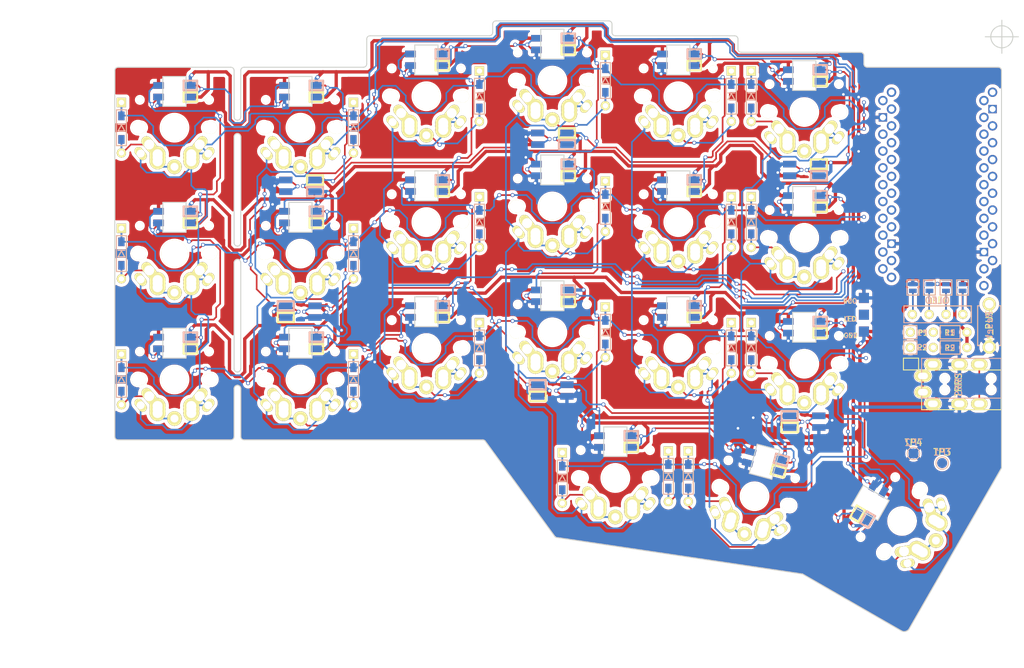
<source format=kicad_pcb>
(kicad_pcb (version 20221018) (generator pcbnew)
  (title_block (title "Crkbd") (date "2018/05/15") (rev "1.1") (company "foostan"))
  (layers (0 "F.Cu" signal) (31 "B.Cu" signal) (34 "B.Paste" user) (35 "F.Paste" user) (36 "B.SilkS" user "B.Silkscreen") (37 "F.SilkS" user "F.Silkscreen") (38 "B.Mask" user) (39 "F.Mask" user) (44 "Edge.Cuts" user))
  (net 0 "")
  (net 1 "row0")
  (net 2 "Net-(D1-A)")
  (net 3 "row1")
  (net 4 "Net-(D2-A)")
  (net 5 "row2")
  (net 6 "Net-(D3-A)")
  (net 7 "row3")
  (net 8 "Net-(D4-A)")
  (net 9 "Net-(D5-A)")
  (net 10 "Net-(D6-A)")
  (net 11 "Net-(D7-A)")
  (net 12 "Net-(D8-A)")
  (net 13 "Net-(D9-A)")
  (net 14 "Net-(D10-A)")
  (net 15 "Net-(D11-A)")
  (net 16 "Net-(D12-A)")
  (net 17 "Net-(D13-A)")
  (net 18 "Net-(D14-A)")
  (net 19 "Net-(D15-A)")
  (net 20 "Net-(D16-A)")
  (net 21 "Net-(D17-A)")
  (net 22 "Net-(D18-A)")
  (net 23 "Net-(D19-A)")
  (net 24 "Net-(D20-A)")
  (net 25 "Net-(D21-A)")
  (net 26 "GND")
  (net 27 "VCC")
  (net 28 "col0")
  (net 29 "col1")
  (net 30 "col2")
  (net 31 "col3")
  (net 32 "col4")
  (net 33 "col5")
  (net 34 "LED")
  (net 35 "data")
  (net 36 "Net-(P1-Pin_1)")
  (net 37 "Net-(P2-Pin_1)")
  (net 38 "Net-(J2-Pin_1)")
  (net 39 "Net-(J2-Pin_2)")
  (net 40 "Net-(J2-Pin_3)")
  (net 41 "Net-(J2-Pin_4)")
  (net 42 "Net-(L13-DIN)")
  (net 43 "Net-(L7-DIN)")
  (net 44 "Net-(L14-DOUT)")
  (net 45 "Net-(L15-DIN)")
  (net 46 "Net-(L10-DOUT)")
  (net 47 "Net-(L10-DIN)")
  (net 48 "reset")
  (net 49 "SCL")
  (net 50 "SDA")
  (net 51 "Net-(L11-DOUT)")
  (net 52 "Net-(L11-DIN)")
  (net 53 "Net-(L12-DIN)")
  (net 54 "Net-(L13-DOUT)")
  (net 55 "Net-(L14-DIN)")
  (net 56 "Net-(L15-DOUT)")
  (net 57 "Net-(L16-DIN)")
  (net 58 "Net-(L17-DOUT)")
  (net 59 "Net-(L18-DIN)")
  (net 60 "unconnected-(L19-DOUT-Pad1)")
  (net 61 "Net-(L20-DIN)")
  (net 62 "Net-(L22-DIN)")
  (net 63 "Net-(L23-DOUT)")
  (net 64 "Net-(L24-DIN)")
  (net 65 "Net-(L25-DIN)")
  (net 66 "Net-(L27-DIN)")
  (net 67 "Net-(U2-VBAT)")
  (net 68 "Net-(J1-PadB)")
  (net 69 "Net-(L21-Pad3)")
  (net 70 "Net-(L22-Pad3)")
  (net 71 "Net-(L22-Pad1)")
  (net 72 "Net-(L23-Pad3)")
  (net 73 "Net-(L25-Pad1)")
  (net 74 "Net-(L26-Pad1)")
  (net 76 "unconnected-(U2-IO1-Pad5)")
  (net 79 "Net-(U3-VBAT)")
  (net 83 "unconnected-(U3-TX-Pad13)")
  (footprint "kbd:D3_TH_SMD" (layer "F.Cu") (at 62 77.125 -90)
    (fp_text reference "D1" hide)
    (fp_text value "D" hide)
  )
  (footprint "kbd:D3_TH_SMD" (layer "F.Cu") (at 97 77.125 -90)
    (fp_text reference "D2" hide)
    (fp_text value "D" hide)
  )
  (footprint "kbd:D3_TH_SMD" (layer "F.Cu") (at 116 72.375 -90)
    (fp_text reference "D3" hide)
    (fp_text value "D" hide)
  )
  (footprint "kbd:D3_TH_SMD" (layer "F.Cu") (at 135 70 -90)
    (fp_text reference "D4" hide)
    (fp_text value "D" hide)
  )
  (footprint "kbd:D3_TH_SMD" (layer "F.Cu") (at 154 72.375 -90)
    (fp_text reference "D5" hide)
    (fp_text value "D" hide)
  )
  (footprint "kbd:D3_TH_SMD" (layer "F.Cu") (at 157 72.375 -90)
    (fp_text reference "D6" hide)
    (fp_text value "D" hide)
  )
  (footprint "kbd:D3_TH_SMD" (layer "F.Cu") (at 62 96.125 -90)
    (fp_text reference "D7" hide)
    (fp_text value "D" hide)
  )
  (footprint "kbd:D3_TH_SMD" (layer "F.Cu") (at 97 96.125 -90)
    (fp_text reference "D8" hide)
    (fp_text value "D" hide)
  )
  (footprint "kbd:D3_TH_SMD" (layer "F.Cu") (at 116 91.375 -90)
    (fp_text reference "D9" hide)
    (fp_text value "D" hide)
  )
  (footprint "kbd:D3_TH_SMD" (layer "F.Cu") (at 135 89 -90)
    (fp_text reference "D10" hide)
    (fp_text value "D" hide)
  )
  (footprint "kbd:D3_TH_SMD" (layer "F.Cu") (at 154 91.375 -90)
    (fp_text reference "D11" hide)
    (fp_text value "D" hide)
  )
  (footprint "kbd:D3_TH_SMD" (layer "F.Cu") (at 157 91.375 -90)
    (fp_text reference "D12" hide)
    (fp_text value "D" hide)
  )
  (footprint "kbd:D3_TH_SMD" (layer "F.Cu") (at 62 115.125 -90)
    (fp_text reference "D13" hide)
    (fp_text value "D" hide)
  )
  (footprint "kbd:D3_TH_SMD" (layer "F.Cu") (at 97 115.125 -90)
    (fp_text reference "D14" hide)
    (fp_text value "D" hide)
  )
  (footprint "kbd:D3_TH_SMD" (layer "F.Cu") (at 116 110.375 -90)
    (fp_text reference "D15" hide)
    (fp_text value "D" hide)
  )
  (footprint "kbd:D3_TH_SMD" (layer "F.Cu") (at 135 108 -90)
    (fp_text reference "D16" hide)
    (fp_text value "D" hide)
  )
  (footprint "kbd:D3_TH_SMD" (layer "F.Cu") (at 154 110.375 -90)
    (fp_text reference "D17" hide)
    (fp_text value "D" hide)
  )
  (footprint "kbd:D3_TH_SMD" (layer "F.Cu") (at 157 110.375 -90)
    (fp_text reference "D18" hide)
    (fp_text value "D" hide)
  )
  (footprint "kbd:D3_TH_SMD" (layer "F.Cu") (at 128.5 130 -90)
    (fp_text reference "D19" hide)
    (fp_text value "D" hide)
  )
  (footprint "kbd:D3_TH_SMD" (layer "F.Cu") (at 144.5 129.75 -90)
    (fp_text reference "D20" hide)
    (fp_text value "D" hide)
  )
  (footprint "kbd:D3_TH_SMD" (layer "F.Cu") (at 147.5 129.75 -90)
    (fp_text reference "D21" hide)
    (fp_text value "D" hide)
  )
  (footprint "kbd:SK6812MINI_rev" (layer "F.Cu") (at 70 71.625)
    (fp_text reference "L7" hide)
    (fp_text value "SK6812MINI" hide)
  )
  (footprint "kbd:SK6812MINI_rev" (layer "F.Cu") (at 89 71.625)
    (fp_text reference "L8" hide)
    (fp_text value "SK6812MINI" hide)
  )
  (footprint "kbd:SK6812MINI_rev" (layer "F.Cu") (at 108 66.875)
    (fp_text reference "L9" hide)
    (fp_text value "SK6812MINI" hide)
  )
  (footprint "kbd:SK6812MINI_rev" (layer "F.Cu") (at 127 64.5)
    (fp_text reference "L10" hide)
    (fp_text value "SK6812MINI" hide)
  )
  (footprint "kbd:SK6812MINI_rev" (layer "F.Cu") (at 146 66.875)
    (fp_text reference "L11" hide)
    (fp_text value "SK6812MINI" hide)
  )
  (footprint "kbd:SK6812MINI_rev" (layer "F.Cu") (at 165 69.25)
    (fp_text reference "L12" hide)
    (fp_text value "SK6812MINI" hide)
  )
  (footprint "kbd:SK6812MINI_rev" (layer "F.Cu") (at 70 90.625)
    (fp_text reference "L13" hide)
    (fp_text value "SK6812MINI" hide)
  )
  (footprint "kbd:SK6812MINI_rev" (layer "F.Cu") (at 89 90.625)
    (fp_text reference "L14" hide)
    (fp_text value "SK6812MINI" hide)
  )
  (footprint "kbd:SK6812MINI_rev" (layer "F.Cu") (at 108 85.875)
    (fp_text reference "L15" hide)
    (fp_text value "SK6812MINI" hide)
  )
  (footprint "kbd:SK6812MINI_rev" (layer "F.Cu") (at 127 83.5)
    (fp_text reference "L16" hide)
    (fp_text value "SK6812MINI" hide)
  )
  (footprint "kbd:SK6812MINI_rev" (layer "F.Cu") (at 146 85.875)
    (fp_text reference "L17" hide)
    (fp_text value "SK6812MINI" hide)
  )
  (footprint "kbd:SK6812MINI_rev" (layer "F.Cu") (at 165 88.25)
    (fp_text reference "L18" hide)
    (fp_text value "SK6812MINI" hide)
  )
  (footprint "kbd:SK6812MINI_rev" (layer "F.Cu") (at 70 109.625)
    (fp_text reference "L19" hide)
    (fp_text value "SK6812MINI" hide)
  )
  (footprint "kbd:SK6812MINI_rev" (layer "F.Cu") (at 89 109.625)
    (fp_text reference "L20" hide)
    (fp_text value "SK6812MINI" hide)
  )
  (footprint "kbd:SK6812MINI_rev" (layer "F.Cu") (at 108 104.875)
    (fp_text reference "L21" hide)
    (fp_text value "SK6812MINI" hide)
  )
  (footprint "kbd:SK6812MINI_rev" (layer "F.Cu") (at 127 102.5)
    (fp_text reference "L22" hide)
    (fp_text value "SK6812MINI" hide)
  )
  (footprint "kbd:SK6812MINI_rev" (layer "F.Cu") (at 146 104.875)
    (fp_text reference "L23" hide)
    (fp_text value "SK6812MINI" hide)
  )
  (footprint "kbd:SK6812MINI_rev" (layer "F.Cu") (at 165 107.25)
    (fp_text reference "L24" hide)
    (fp_text value "SK6812MINI" hide)
  )
  (footprint "kbd:SK6812MINI_rev" (layer "F.Cu") (at 136.5 124.5)
    (fp_text reference "L25" hide)
    (fp_text value "SK6812MINI" hide)
  )
  (footprint "kbd:SK6812MINI_rev" (layer "F.Cu") (at 159 127.5 -15)
    (fp_text reference "L26" hide)
    (fp_text value "SK6812MINI" hide)
  )
  (footprint "kbd:SK6812MINI_rev" (layer "F.Cu") (at 175 133.75 -120)
    (fp_text reference "L27" hide)
    (fp_text value "SK6812MINI" hide)
  )
  (footprint "kbd:MX_ALPS_PG1350_noLed" (layer "F.Cu") (at 70 77.125 180)
    (fp_text reference "SW1" hide)
    (fp_text value "SW_PUSH" hide)
  )
  (footprint "kbd:MX_ALPS_PG1350_noLed" (layer "F.Cu") (at 89 77.125 180)
    (fp_text reference "SW2" hide)
    (fp_text value "SW_PUSH" hide)
  )
  (footprint "kbd:MX_ALPS_PG1350_noLed" (layer "F.Cu") (at 108 72.375 180)
    (fp_text reference "SW3" hide)
    (fp_text value "SW_PUSH" hide)
  )
  (footprint "kbd:MX_ALPS_PG1350_noLed" (layer "F.Cu") (at 127 70 180)
    (fp_text reference "SW4" hide)
    (fp_text value "SW_PUSH" hide)
  )
  (footprint "kbd:MX_ALPS_PG1350_noLed" (layer "F.Cu") (at 146 72.375 180)
    (fp_text reference "SW5" hide)
    (fp_text value "SW_PUSH" hide)
  )
  (footprint "kbd:MX_ALPS_PG1350_noLed" (layer "F.Cu") (at 165 74.75 180)
    (fp_text reference "SW6" hide)
    (fp_text value "SW_PUSH" hide)
  )
  (footprint "kbd:MX_ALPS_PG1350_noLed" (layer "F.Cu") (at 70 96.125 180)
    (fp_text reference "SW7" hide)
    (fp_text value "SW_PUSH" hide)
  )
  (footprint "kbd:MX_ALPS_PG1350_noLed" (layer "F.Cu") (at 89 96.125 180)
    (fp_text reference "SW8" hide)
    (fp_text value "SW_PUSH" hide)
  )
  (footprint "kbd:MX_ALPS_PG1350_noLed" (layer "F.Cu") (at 108 91.375 180)
    (fp_text reference "SW9" hide)
    (fp_text value "SW_PUSH" hide)
  )
  (footprint "kbd:MX_ALPS_PG1350_noLed" (layer "F.Cu") (at 127 89 180)
    (fp_text reference "SW10" hide)
    (fp_text value "SW_PUSH" hide)
  )
  (footprint "kbd:MX_ALPS_PG1350_noLed" (layer "F.Cu") (at 146 91.375 180)
    (fp_text reference "SW11" hide)
    (fp_text value "SW_PUSH" hide)
  )
  (footprint "kbd:MX_ALPS_PG1350_noLed" (layer "F.Cu") (at 165 93.75 180)
    (fp_text reference "SW12" hide)
    (fp_text value "SW_PUSH" hide)
  )
  (footprint "kbd:MX_ALPS_PG1350_noLed" (layer "F.Cu") (at 70 115.125 180)
    (fp_text reference "SW13" hide)
    (fp_text value "SW_PUSH" hide)
  )
  (footprint "kbd:MX_ALPS_PG1350_noLed" (layer "F.Cu") (at 89 115.125 180)
    (fp_text reference "SW14" hide)
    (fp_text value "SW_PUSH" hide)
  )
  (footprint "kbd:MX_ALPS_PG1350_noLed" (layer "F.Cu") (at 108 110.375 180)
    (fp_text reference "SW15" hide)
    (fp_text value "SW_PUSH" hide)
  )
  (footprint "kbd:MX_ALPS_PG1350_noLed" (layer "F.Cu") (at 127 108 180)
    (fp_text reference "SW16" hide)
    (fp_text value "SW_PUSH" hide)
  )
  (footprint "kbd:MX_ALPS_PG1350_noLed" (layer "F.Cu") (at 146 110.375 180)
    (fp_text reference "SW17" hide)
    (fp_text value "SW_PUSH" hide)
  )
  (footprint "kbd:MX_ALPS_PG1350_noLed" (layer "F.Cu") (at 165 112.75 180)
    (fp_text reference "SW18" hide)
    (fp_text value "SW_PUSH" hide)
  )
  (footprint "kbd:MX_ALPS_PG1350_noLed" (layer "F.Cu") (at 136.5 130 180)
    (fp_text reference "SW19" hide)
    (fp_text value "SW_PUSH" hide)
  )
  (footprint "kbd:MX_ALPS_PG1350_noLed" (layer "F.Cu") (at 157.5 132.75 165)
    (fp_text reference "SW20" hide)
    (fp_text value "SW_PUSH" hide)
  )
  (footprint "kbd:MX_ALPS_PG1350_noLed_1.75u" (layer "F.Cu") (at 179.75 136.5 -120)
    (fp_text reference "SW21" hide)
    (fp_text value "SW_PUSH" hide)
  )
  (footprint "kbd:Jumper" (layer "F.Cu") (at 188.875 101.25 -90)
    (fp_text reference "JP2" hide)
    (fp_text value " " hide)
  )
  (footprint "kbd:Jumper" (layer "F.Cu") (at 186.375 101.25 -90)
    (fp_text reference "JP3" hide)
    (fp_text value " " hide)
  )
  (footprint "kbd:Jumper" (layer "F.Cu") (at 183.875 101.25 -90)
    (fp_text reference "JP4" hide)
    (fp_text value " " hide)
  )
  (footprint "kbd:Jumper" (layer "F.Cu") (at 181.375 101.25 -90)
    (fp_text reference "JP5" hide)
    (fp_text value " " hide)
  )
  (footprint "kbd:R" (layer "F.Cu") (at 187 108 180)
    (fp_text reference "R1")
    (fp_text value "R" hide)
  )
  (footprint "kbd:R" (layer "F.Cu") (at 187 110.3 180)
    (fp_text reference "R2")
    (fp_text value "R" hide)
  )
  (footprint "kbd:StripLED_rev" (layer "F.Cu") (at 174 107.9 180)
    (fp_text reference "J3" hide)
    (fp_text value "LED" hide)
  )
  (footprint "kbd:JPC2" (layer "F.Cu") (at 181.1 112.8)
    (fp_text reference "JP1")
    (fp_text value " " hide)
  )
  (footprint "kbd:OLED" (layer "F.Cu") (at 181.3 105.3)
    (fp_text reference "J2")
    (fp_text value "OLED" hide)
  )
  (footprint "kbd:1pin_conn" (layer "F.Cu") (at 181 108)
    (fp_text reference "P1")
    (fp_text value "i2c-pin" hide)
  )
  (footprint "kbd:1pin_conn" (layer "F.Cu") (at 181 110.3)
    (fp_text reference "P2")
    (fp_text value "i2c-pin" hide)
  )
  (footprint "kbd:MJ-4PP-9" (layer "F.Cu") (at 194.7 116.7 -90)
    (fp_text reference "J1")
    (fp_text value "MJ-4PP-9" hide)
  )
  (footprint "kbd:ResetSW" (layer "F.Cu") (at 192.9 107 90)
    (fp_text reference "RSW1" hide)
    (fp_text value "SW_PUSH")
  )
  (footprint "kbd:SK6812MINI_underglow_rev" (layer "F.Cu") (at 89 85.9)
    (fp_text reference "L1" hide)
    (fp_text value "SK6812MINI" hide)
  )
  (footprint "kbd:SK6812MINI_underglow_rev" (layer "F.Cu") (at 127 78.8)
    (fp_text reference "L2" hide)
    (fp_text value "SK6812MINI" hide)
  )
  (footprint "kbd:SK6812MINI_underglow_rev" (layer "F.Cu") (at 165 83.5)
    (fp_text reference "L3" hide)
    (fp_text value "SK6812MINI" hide)
  )
  (footprint "kbd:SK6812MINI_underglow_rev" (layer "F.Cu") (at 89 104.9 180)
    (fp_text reference "L4" hide)
    (fp_text value "SK6812MINI" hide)
  )
  (footprint "kbd:SK6812MINI_underglow_rev" (layer "F.Cu") (at 127 116.8 180)
    (fp_text reference "L5" hide)
    (fp_text value "SK6812MINI" hide)
  )
  (footprint "kbd:SK6812MINI_underglow_rev" (layer "F.Cu") (at 165 121.5 180)
    (fp_text reference "L6" hide)
    (fp_text value "SK6812MINI" hide)
  )
  (footprint "TestPoint:TestPoint_Pad_D1.5mm" (layer "F.Cu") (at 185.8 127.75)
    (fp_text reference "TP3")
    (fp_text value "TestPoint")
  )
  (footprint "easyeda2kicad:TinyS3" (layer "F.Cu") (at 185.67 85.711)
    (fp_text reference "U2" hide)
    (fp_text value "TinyS3_Symbol")
  )
  (footprint "TestPoint:TestPoint_Pad_D1.5mm" (layer "F.Cu") (at 181.475 126.3)
    (fp_text reference "TP4")
    (fp_text value "TestPoint")
  )
  (footprint "kbd:Jumper" (layer "B.Cu") (at 188.875 101.25 -90)
    (fp_text reference "JP6" hide)
    (fp_text value " " hide)
  )
  (footprint "kbd:Jumper" (layer "B.Cu") (at 186.375 101.25 -90)
    (fp_text reference "JP7" hide)
    (fp_text value " " hide)
  )
  (footprint "kbd:Jumper" (layer "B.Cu") (at 183.875 101.25 -90)
    (fp_text reference "JP8" hide)
    (fp_text value " " hide)
  )
  (footprint "kbd:Jumper" (layer "B.Cu") (at 181.375 101.25 -90)
    (fp_text reference "JP9" hide)
    (fp_text value " " hide)
  )
  (footprint "TestPoint:TestPoint_Pad_D1.5mm" (layer "B.Cu") (at 181.475 126.3 180)
    (fp_text reference "TP2")
    (fp_text value "TestPoint")
  )
  (footprint "easyeda2kicad:TinyS3" (layer "B.Cu") (at 184.59 86.966 180)
    (fp_text reference "U3" hide)
    (fp_text value "TinyS3_Symbol")
  )
  (footprint "TestPoint:TestPoint_Pad_D1.5mm" (layer "B.Cu") (at 185.8 127.75 180)
    (fp_text reference "TP1")
    (fp_text value "TestPoint")
  )
  (gr_line (start 87.25 69.4) (end 87.25 73.9) (stroke (width 0.15)) (layer "Edge.Cuts"))
  (gr_line (start 87.25 73.9) (end 90.75 73.9) (stroke (width 0.15)) (layer "Edge.Cuts"))
  (gr_line (start 90.75 73.9) (end 90.75 69.4) (stroke (width 0.15)) (layer "Edge.Cuts"))
  (gr_line (start 90.75 69.4) (end 87.25 69.4) (stroke (width 0.15)) (layer "Edge.Cuts"))
  (gr_line (start 68.25 88.4) (end 68.25 92.9) (stroke (width 0.15)) (layer "Edge.Cuts"))
  (gr_line (start 68.25 92.9) (end 71.75 92.9) (stroke (width 0.15)) (layer "Edge.Cuts"))
  (gr_line (start 71.75 92.9) (end 71.75 88.4) (stroke (width 0.15)) (layer "Edge.Cuts"))
  (gr_line (start 71.75 88.4) (end 68.25 88.4) (stroke (width 0.15)) (layer "Edge.Cuts"))
  (gr_line (start 87.25 88.4) (end 87.25 92.9) (stroke (width 0.15)) (layer "Edge.Cuts"))
  (gr_line (start 87.25 92.9) (end 90.75 92.9) (stroke (width 0.15)) (layer "Edge.Cuts"))
  (gr_line (start 90.75 92.9) (end 90.75 88.4) (stroke (width 0.15)) (layer "Edge.Cuts"))
  (gr_line (start 90.75 88.4) (end 87.25 88.4) (stroke (width 0.15)) (layer "Edge.Cuts"))
  (gr_line (start 68.25 107.4) (end 68.25 111.9) (stroke (width 0.15)) (layer "Edge.Cuts"))
  (gr_line (start 68.25 111.9) (end 71.75 111.9) (stroke (width 0.15)) (layer "Edge.Cuts"))
  (gr_line (start 71.75 111.9) (end 71.75 107.4) (stroke (width 0.15)) (layer "Edge.Cuts"))
  (gr_line (start 71.75 107.4) (end 68.25 107.4) (stroke (width 0.15)) (layer "Edge.Cuts"))
  (gr_line (start 87.25 107.4) (end 87.25 111.9) (stroke (width 0.15)) (layer "Edge.Cuts"))
  (gr_line (start 87.25 111.9) (end 90.75 111.9) (stroke (width 0.15)) (layer "Edge.Cuts"))
  (gr_line (start 90.75 111.9) (end 90.75 107.4) (stroke (width 0.15)) (layer "Edge.Cuts"))
  (gr_line (start 90.75 107.4) (end 87.25 107.4) (stroke (width 0.15)) (layer "Edge.Cuts"))
  (gr_line (start 106.25 64.65) (end 106.25 69.15) (stroke (width 0.15)) (layer "Edge.Cuts"))
  (gr_line (start 106.25 69.15) (end 109.75 69.15) (stroke (width 0.15)) (layer "Edge.Cuts"))
  (gr_line (start 109.75 69.15) (end 109.75 64.65) (stroke (width 0.15)) (layer "Edge.Cuts"))
  (gr_line (start 109.75 64.65) (end 106.25 64.65) (stroke (width 0.15)) (layer "Edge.Cuts"))
  (gr_line (start 125.25 62.25) (end 125.25 66.75) (stroke (width 0.15)) (layer "Edge.Cuts"))
  (gr_line (start 125.25 66.75) (end 128.75 66.75) (stroke (width 0.15)) (layer "Edge.Cuts"))
  (gr_line (start 128.75 66.75) (end 128.75 62.25) (stroke (width 0.15)) (layer "Edge.Cuts"))
  (gr_line (start 128.75 62.25) (end 125.25 62.25) (stroke (width 0.15)) (layer "Edge.Cuts"))
  (gr_line (start 144.25 64.65) (end 144.25 69.15) (stroke (width 0.15)) (layer "Edge.Cuts"))
  (gr_line (start 144.25 69.15) (end 147.75 69.15) (stroke (width 0.15)) (layer "Edge.Cuts"))
  (gr_line (start 147.75 69.15) (end 147.75 64.65) (stroke (width 0.15)) (layer "Edge.Cuts"))
  (gr_line (start 147.75 64.65) (end 144.25 64.65) (stroke (width 0.15)) (layer "Edge.Cuts"))
  (gr_line (start 163.25 67) (end 163.25 71.5) (stroke (width 0.15)) (layer "Edge.Cuts"))
  (gr_line (start 163.25 71.5) (end 166.75 71.5) (stroke (width 0.15)) (layer "Edge.Cuts"))
  (gr_line (start 166.75 71.5) (end 166.75 67) (stroke (width 0.15)) (layer "Edge.Cuts"))
  (gr_line (start 166.75 67) (end 163.25 67) (stroke (width 0.15)) (layer "Edge.Cuts"))
  (gr_line (start 106.25 83.65) (end 106.25 88.15) (stroke (width 0.15)) (layer "Edge.Cuts"))
  (gr_line (start 106.25 88.15) (end 109.75 88.15) (stroke (width 0.15)) (layer "Edge.Cuts"))
  (gr_line (start 109.75 88.15) (end 109.75 83.65) (stroke (width 0.15)) (layer "Edge.Cuts"))
  (gr_line (start 109.75 83.65) (end 106.25 83.65) (stroke (width 0.15)) (layer "Edge.Cuts"))
  (gr_line (start 125.25 81.25) (end 125.25 85.75) (stroke (width 0.15)) (layer "Edge.Cuts"))
  (gr_line (start 125.25 85.75) (end 128.75 85.75) (stroke (width 0.15)) (layer "Edge.Cuts"))
  (gr_line (start 128.75 85.75) (end 128.75 81.25) (stroke (width 0.15)) (layer "Edge.Cuts"))
  (gr_line (start 128.75 81.25) (end 125.25 81.25) (stroke (width 0.15)) (layer "Edge.Cuts"))
  (gr_line (start 144.25 83.65) (end 144.25 88.15) (stroke (width 0.15)) (layer "Edge.Cuts"))
  (gr_line (start 144.25 88.15) (end 147.75 88.15) (stroke (width 0.15)) (layer "Edge.Cuts"))
  (gr_line (start 147.75 88.15) (end 147.75 83.65) (stroke (width 0.15)) (layer "Edge.Cuts"))
  (gr_line (start 147.75 83.65) (end 144.25 83.65) (stroke (width 0.15)) (layer "Edge.Cuts"))
  (gr_line (start 163.25 86) (end 163.25 90.5) (stroke (width 0.15)) (layer "Edge.Cuts"))
  (gr_line (start 163.25 90.5) (end 166.75 90.5) (stroke (width 0.15)) (layer "Edge.Cuts"))
  (gr_line (start 166.75 90.5) (end 166.75 86) (stroke (width 0.15)) (layer "Edge.Cuts"))
  (gr_line (start 166.75 86) (end 163.25 86) (stroke (width 0.15)) (layer "Edge.Cuts"))
  (gr_line (start 106.25 102.65) (end 106.25 107.15) (stroke (width 0.15)) (layer "Edge.Cuts"))
  (gr_line (start 106.25 107.15) (end 109.75 107.15) (stroke (width 0.15)) (layer "Edge.Cuts"))
  (gr_line (start 109.75 107.15) (end 109.75 102.65) (stroke (width 0.15)) (layer "Edge.Cuts"))
  (gr_line (start 109.75 102.65) (end 106.25 102.65) (stroke (width 0.15)) (layer "Edge.Cuts"))
  (gr_line (start 125.25 100.25) (end 125.25 104.75) (stroke (width 0.15)) (layer "Edge.Cuts"))
  (gr_line (start 125.25 104.75) (end 128.75 104.75) (stroke (width 0.15)) (layer "Edge.Cuts"))
  (gr_line (start 128.75 104.75) (end 128.75 100.25) (stroke (width 0.15)) (layer "Edge.Cuts"))
  (gr_line (start 128.75 100.25) (end 125.25 100.25) (stroke (width 0.15)) (layer "Edge.Cuts"))
  (gr_line (start 144.25 102.65) (end 144.25 107.15) (stroke (width 0.15)) (layer "Edge.Cuts"))
  (gr_line (start 144.25 107.15) (end 147.75 107.15) (stroke (width 0.15)) (layer "Edge.Cuts"))
  (gr_line (start 147.75 107.15) (end 147.75 102.65) (stroke (width 0.15)) (layer "Edge.Cuts"))
  (gr_line (start 147.75 102.65) (end 144.25 102.65) (stroke (width 0.15)) (layer "Edge.Cuts"))
  (gr_line (start 163.25 105) (end 163.25 109.5) (stroke (width 0.15)) (layer "Edge.Cuts"))
  (gr_line (start 163.25 109.5) (end 166.75 109.5) (stroke (width 0.15)) (layer "Edge.Cuts"))
  (gr_line (start 166.75 109.5) (end 166.75 105) (stroke (width 0.15)) (layer "Edge.Cuts"))
  (gr_line (start 166.75 105) (end 163.25 105) (stroke (width 0.15)) (layer "Edge.Cuts"))
  (gr_line (start 134.75 122.3) (end 134.75 126.75) (stroke (width 0.15)) (layer "Edge.Cuts"))
  (gr_line (start 134.75 126.75) (end 138.25 126.75) (stroke (width 0.15)) (layer "Edge.Cuts"))
  (gr_line (start 138.25 126.75) (end 138.25 122.3) (stroke (width 0.15)) (layer "Edge.Cuts"))
  (gr_line (start 138.25 122.3) (end 134.75 122.3) (stroke (width 0.15)) (layer "Edge.Cuts"))
  (gr_line (start 157.9 124.9) (end 156.7 129.3) (stroke (width 0.15)) (layer "Edge.Cuts"))
  (gr_line (start 156.7 129.3) (end 160.1 130.2) (stroke (width 0.15)) (layer "Edge.Cuts"))
  (gr_line (start 160.1 130.2) (end 161.3 125.8) (stroke (width 0.15)) (layer "Edge.Cuts"))
  (gr_line (start 161.3 125.8) (end 157.9 124.9) (stroke (width 0.15)) (layer "Edge.Cuts"))
  (gr_arc (start 154.5 63.25) (mid 154.853553 63.396447) (end 155 63.75) (stroke (width 0.15)) (layer "Edge.Cuts"))
  (gr_arc (start 79.5 116) (mid 79.853553 116.146447) (end 80 116.5) (stroke (width 0.15)) (layer "Edge.Cuts"))
  (gr_arc (start 173.5 65.75) (mid 173.853553 65.896447) (end 174 66.25) (stroke (width 0.15)) (layer "Edge.Cuts"))
  (gr_arc (start 61.5 124.25) (mid 61.146447 124.103553) (end 61 123.75) (stroke (width 0.15)) (layer "Edge.Cuts"))
  (gr_line (start 180.8 152.8) (end 194.75 128.5) (stroke (width 0.15)) (layer "Edge.Cuts"))
  (gr_arc (start 79.5 97) (mid 79.853553 97.146447) (end 80 97.5) (stroke (width 0.15)) (layer "Edge.Cuts"))
  (gr_line (start 136 62.75) (end 136 61.5) (stroke (width 0.15)) (layer "Edge.Cuts"))
  (gr_line (start 79 123.75) (end 79 116.5) (stroke (width 0.15)) (layer "Edge.Cuts"))
  (gr_arc (start 180.8 152.8) (mid 180.232635 153.169741) (end 179.57 153.03) (stroke (width 0.15)) (layer "Edge.Cuts"))
  (gr_arc (start 79 97.5) (mid 79.146447 97.146447) (end 79.5 97) (stroke (width 0.15)) (layer "Edge.Cuts"))
  (gr_line (start 154.5 63.25) (end 136.5 63.25) (stroke (width 0.15)) (layer "Edge.Cuts"))
  (gr_line (start 71.75 73.9) (end 71.75 69.4) (stroke (width 0.15)) (layer "Edge.Cuts"))
  (gr_line (start 79 78.5) (end 79 94.5) (stroke (width 0.15)) (layer "Edge.Cuts"))
  (gr_line (start 173.5 65.75) (end 155.5 65.75) (stroke (width 0.15)) (layer "Edge.Cuts"))
  (gr_arc (start 80 75.5) (mid 79.853553 75.853553) (end 79.5 76) (stroke (width 0.15)) (layer "Edge.Cuts"))
  (gr_arc (start 80 113.5) (mid 79.853553 113.853553) (end 79.5 114) (stroke (width 0.15)) (layer "Edge.Cuts"))
  (gr_line (start 176.1 136.4) (end 177.8 133.4) (stroke (width 0.15)) (layer "Edge.Cuts"))
  (gr_arc (start 78.5 68) (mid 78.853553 68.146447) (end 79 68.5) (stroke (width 0.15)) (layer "Edge.Cuts"))
  (gr_line (start 117.5 63.25) (end 99.5 63.25) (stroke (width 0.15)) (layer "Edge.Cuts"))
  (gr_line (start 135.5 61) (end 118.5 61) (stroke (width 0.15)) (layer "Edge.Cuts"))
  (gr_line (start 116.5 124.25) (end 80.5 124.25) (stroke (width 0.15)) (layer "Edge.Cuts"))
  (gr_line (start 61.5 124.25) (end 78.5 124.25) (stroke (width 0.15)) (layer "Edge.Cuts"))
  (gr_line (start 155 65.25) (end 155 63.75) (stroke (width 0.15)) (layer "Edge.Cuts"))
  (gr_arc (start 79.5 78) (mid 79.853553 78.146447) (end 80 78.5) (stroke (width 0.15)) (layer "Edge.Cuts"))
  (gr_arc (start 155.5 65.75) (mid 155.146447 65.603553) (end 155 65.25) (stroke (width 0.15)) (layer "Edge.Cuts"))
  (gr_arc (start 194.25 68) (mid 194.603553 68.146447) (end 194.75 68.5) (stroke (width 0.15)) (layer "Edge.Cuts"))
  (gr_line (start 173.9 131.1) (end 172.1 134.2) (stroke (width 0.15)) (layer "Edge.Cuts"))
  (gr_line (start 172.1 134.2) (end 176.1 136.4) (stroke (width 0.15)) (layer "Edge.Cuts"))
  (gr_arc (start 99 67.5) (mid 98.853553 67.853553) (end 98.5 68) (stroke (width 0.15)) (layer "Edge.Cuts"))
  (gr_arc (start 79 116.5) (mid 79.146447 116.146447) (end 79.5 116) (stroke (width 0.15)) (layer "Edge.Cuts"))
  (gr_arc (start 118 61.5) (mid 118.146447 61.146447) (end 118.5 61) (stroke (width 0.15)) (layer "Edge.Cuts"))
  (gr_line (start 80 97.5) (end 80 113.5) (stroke (width 0.15)) (layer "Edge.Cuts"))
  (gr_line (start 61 68.5) (end 61 123.75) (stroke (width 0.15)) (layer "Edge.Cuts"))
  (gr_line (start 174 66.25) (end 174 67.5) (stroke (width 0.15)) (layer "Edge.Cuts"))
  (gr_line (start 79 68.5) (end 79 75.5) (stroke (width 0.15)) (layer "Edge.Cuts"))
  (gr_line (start 98.5 68) (end 80.5 68) (stroke (width 0.15)) (layer "Edge.Cuts"))
  (gr_arc (start 136.5 63.25) (mid 136.146447 63.103553) (end 136 62.75) (stroke (width 0.15)) (layer "Edge.Cuts"))
  (gr_arc (start 61 68.5) (mid 61.146447 68.146447) (end 61.5 68) (stroke (width 0.15)) (layer "Edge.Cuts"))
  (gr_arc (start 79 78.5) (mid 79.146447 78.146447) (end 79.5 78) (stroke (width 0.15)) (layer "Edge.Cuts"))
  (gr_line (start 68.25 73.9) (end 71.75 73.9) (stroke (width 0.15)) (layer "Edge.Cuts"))
  (gr_arc (start 99 63.75) (mid 99.146447 63.396447) (end 99.5 63.25) (stroke (width 0.15)) (layer "Edge.Cuts"))
  (gr_arc (start 79.5 76) (mid 79.146447 75.853553) (end 79 75.5) (stroke (width 0.15)) (layer "Edge.Cuts"))
  (gr_line (start 116.853553 124.396447) (end 127.398237 138.855334) (stroke (width 0.15)) (layer "Edge.Cuts"))
  (gr_line (start 80 116.5) (end 80 123.75) (stroke (width 0.15)) (layer "Edge.Cuts"))
  (gr_line (start 194.25 68) (end 174.5 68) (stroke (width 0.15)) (layer "Edge.Cuts"))
  (gr_arc (start 79.5 95) (mid 79.146447 94.853553) (end 79 94.5) (stroke (width 0.15)) (layer "Edge.Cuts"))
  (gr_arc (start 80 68.5) (mid 80.146447 68.146447) (end 80.5 68) (stroke (width 0.15)) (layer "Edge.Cuts"))
  (gr_line (start 127.75 139) (end 164.75 144.5) (stroke (width 0.15)) (layer "Edge.Cuts"))
  (gr_line (start 164.75 144.5) (end 179.57 153.03) (stroke (width 0.15)) (layer "Edge.Cuts"))
  (gr_line (start 71.75 69.4) (end 68.25 69.4) (stroke (width 0.15)) (layer "Edge.Cuts"))
  (gr_arc (start 116.5 124.25) (mid 116.691342 124.28806) (end 116.853553 124.396447) (stroke (width 0.15)) (layer "Edge.Cuts"))
  (gr_arc (start 118 62.75) (mid 117.853553 63.103553) (end 117.5 63.25) (stroke (width 0.15)) (layer "Edge.Cuts"))
  (gr_arc (start 174.5 68) (mid 174.146447 67.853553) (end 174 67.5) (stroke (width 0.15)) (layer "Edge.Cuts"))
  (gr_line (start 80 94.5) (end 80 78.5) (stroke (width 0.15)) (layer "Edge.Cuts"))
  (gr_arc (start 135.5 61) (mid 135.853553 61.146447) (end 136 61.5) (stroke (width 0.15)) (layer "Edge.Cuts"))
  (gr_arc (start 80 94.5) (mid 79.853553 94.853553) (end 79.5 95) (stroke (width 0.15)) (layer "Edge.Cuts"))
  (gr_arc (start 80.5 124.25) (mid 80.146447 124.103553) (end 80 123.75) (stroke (width 0.15)) (layer "Edge.Cuts"))
  (gr_line (start 118 61.5) (end 118 62.75) (stroke (width 0.15)) (layer "Edge.Cuts"))
  (gr_line (start 99 63.75) (end 99 67.5) (stroke (width 0.15)) (layer "Edge.Cuts"))
  (gr_line (start 194.75 68.5) (end 194.75 128.5) (stroke (width 0.15)) (layer "Edge.Cuts"))
  (gr_arc (start 79 123.75) (mid 78.853553 124.103553) (end 78.5 124.25) (stroke (width 0.15)) (layer "Edge.Cuts"))
  (gr_arc (start 79.5 114) (mid 79.146447 113.853553) (end 79 113.5) (stroke (width 0.15)) (layer "Edge.Cuts"))
  (gr_line (start 177.8 133.4) (end 173.9 131.1) (stroke (width 0.15)) (layer "Edge.Cuts"))
  (gr_line (start 68.25 69.4) (end 68.25 73.9) (stroke (width 0.15)) (layer "Edge.Cuts"))
  (gr_line (start 78.5 68) (end 61.5 68) (stroke (width 0.15)) (layer "Edge.Cuts"))
  (gr_line (start 79 113.5) (end 79 97.5) (stroke (width 0.15)) (layer "Edge.Cuts"))
  (gr_line (start 80 75.5) (end 80 68.5) (stroke (width 0.15)) (layer "Edge.Cuts"))
  (gr_arc (start 127.75 139) (mid 127.559825 138.962421) (end 127.398237 138.855334) (stroke (width 0.15)) (layer "Edge.Cuts"))
  (gr_text "GND" (at 171.9 103.3) (layer "B.SilkS") (effects (font (size 0.7 0.7) (thickness 0.125)) (justify mirror)))
  (gr_text "VCC" (at 172 108.5) (layer "B.SilkS") (effects (font (size 0.7 0.7) (thickness 0.125)) (justify mirror)))
  (gr_text "LED" (at 172 106) (layer "B.SilkS") (effects (font (size 0.7 0.7) (thickness 0.125)) (justify mirror)))
  (gr_text "OLED" (at 185.1 103.3) (layer "B.SilkS") (effects (font (size 0.8128 0.8128)) (justify mirror)))
  (gr_text "GND" (at 172 108.5) (layer "F.SilkS") (effects (font (size 0.7 0.7) (thickness 0.125))))
  (gr_text "LED" (at 171.9 106) (layer "F.SilkS") (effects (font (size 0.7 0.7) (thickness 0.125))))
  (gr_text "VCC" (at 171.9 103.3) (layer "F.SilkS") (effects (font (size 0.7 0.7) (thickness 0.125))))
  (target plus (at 194.8 63.4) (size 5) (width 0.15) (layer "Edge.Cuts"))
  (segment (start 157 70.6) (end 157 68.565) (width 0.25) (layer "F.Cu") (net 1))
  (segment (start 154 70.6) (end 154 68.565) (width 0.25) (layer "F.Cu") (net 1))
  (segment (start 135 66.19) (end 135 68.225) (width 0.25) (layer "F.Cu") (net 1))
  (segment (start 97 73.315) (end 97 75.35) (width 0.25) (layer "F.Cu") (net 1))
  (segment (start 116 70.6) (end 116 68.565) (width 0.25) (layer "F.Cu") (net 1))
  (segment (start 62 73.315) (end 62 75.35) (width 0.25) (layer "F.Cu") (net 1))
  (segment (start 66.8 76.9) (end 66.8 78.1) (width 0.25) (layer "B.Cu") (net 1))
  (segment (start 66.8 78.1) (end 68.5 79.8) (width 0.25) (layer "B.Cu") (net 1))
  (segment (start 68.5 79.8) (end 71.4 79.8) (width 0.25) (layer "B.Cu") (net 1))
  (segment (start 71.4 79.8) (end 73.1 78.1) (width 0.25) (layer "B.Cu") (net 1))
  (segment (start 73.1 78.1) (end 73.1 76.9) (width 0.25) (layer "B.Cu") (net 1))
  (segment (start 73.1 76.9) (end 74.4 75.6) (width 0.25) (layer "B.Cu") (net 1))
  (segment (start 74.4 75.6) (end 76.2 75.6) (width 0.25) (layer "B.Cu") (net 1))
  (segment (start 76.2 75.6) (end 77.6 77) (width 0.25) (layer "B.Cu") (net 1))
  (segment (start 77.6 77) (end 80.8 77) (width 0.25) (layer "B.Cu") (net 1))
  (segment (start 80.8 77) (end 81.4 76.4) (width 0.25) (layer "B.Cu") (net 1))
  (segment (start 81.4 76.4) (end 81.4 75.2) (width 0.25) (layer "B.Cu") (net 1))
  (segment (start 81.4 75.2) (end 81.6 75) (width 0.25) (layer "B.Cu") (net 1))
  (segment (start 81.6 75) (end 87.4 75) (width 0.25) (layer "B.Cu") (net 1))
  (segment (start 87.4 75) (end 87.9 74.5) (width 0.25) (layer "B.Cu") (net 1))
  (segment (start 87.9 74.5) (end 90.2 74.5) (width 0.25) (layer "B.Cu") (net 1))
  (segment (start 90.2 74.5) (end 90.8 75.1) (width 0.25) (layer "B.Cu") (net 1))
  (segment (start 90.8 75.1) (end 95 75.1) (width 0.25) (layer "B.Cu") (net 1))
  (segment (start 95 75.1) (end 95.25 75.35) (width 0.25) (layer "B.Cu") (net 1))
  (segment (start 97 75.35) (end 95.25 75.35) (width 0.25) (layer "B.Cu") (net 1))
  (segment (start 65.2 75.3) (end 62.05 75.3) (width 0.25) (layer "B.Cu") (net 1))
  (segment (start 62.05 75.3) (end 62 75.35) (width 0.25) (layer "B.Cu") (net 1))
  (segment (start 97.85 75.35) (end 100.8 72.4) (width 0.25) (layer "B.Cu") (net 1))
  (segment (start 100.8 72.4) (end 100.8 71.4) (width 0.25) (layer "B.Cu") (net 1))
  (segment (start 100.8 71.4) (end 101.4 70.8) (width 0.25) (layer "B.Cu") (net 1))
  (segment (start 101.4 70.8) (end 103.4 70.8) (width 0.25) (layer "B.Cu") (net 1))
  (segment (start 103.4 70.8) (end 104.9 72.3) (width 0.25) (layer "B.Cu") (net 1))
  (segment (start 104.9 72.3) (end 104.9 73.2) (width 0.25) (layer "B.Cu") (net 1))
  (segment (start 104.9 73.2) (end 106.6 74.9) (width 0.25) (layer "B.Cu") (net 1))
  (segment (start 106.6 74.9) (end 109.2 74.9) (width 0.25) (layer "B.Cu") (net 1))
  (segment (start 109.2 74.9) (end 111 73.1) (width 0.25) (layer "B.Cu") (net 1))
  (segment (start 111 73.1) (end 111 71.9) (width 0.25) (layer "B.Cu") (net 1))
  (segment (start 111 71.9) (end 112.1 70.8) (width 0.25) (layer "B.Cu") (net 1))
  (segment (start 112.1 70.8) (end 115.8 70.8) (width 0.25) (layer "B.Cu") (net 1))
  (segment (start 115.8 70.8) (end 116 70.6) (width 0.25) (layer "B.Cu") (net 1))
  (segment (start 131.175 68.225) (end 129.9 69.5) (width 0.25) (layer "B.Cu") (net 1))
  (segment (start 129.9 69.5) (end 129.9 70.9) (width 0.25) (layer "B.Cu") (net 1))
  (segment (start 129.9 70.9) (end 128.2 72.6) (width 0.25) (layer "B.Cu") (net 1))
  (segment (start 128.2 72.6) (end 125.6 72.6) (width 0.25) (layer "B.Cu") (net 1))
  (segment (start 125.6 72.6) (end 123.8 70.8) (width 0.25) (layer "B.Cu") (net 1))
  (segment (start 123.8 70.8) (end 123.8 69.2) (width 0.25) (layer "B.Cu") (net 1))
  (segment (start 123.8 69.2) (end 122.7 68.1) (width 0.25) (layer "B.Cu") (net 1))
  (segment (start 122.7 68.1) (end 120.8 68.1) (width 0.25) (layer "B.Cu") (net 1))
  (segment (start 120.8 68.1) (end 119.5 69.4) (width 0.25) (layer "B.Cu") (net 1))
  (segment (start 119.5 69.4) (end 117.2 69.4) (width 0.25) (layer "B.Cu") (net 1))
  (segment (start 117.2 69.4) (end 116 70.6) (width 0.25) (layer "B.Cu") (net 1))
  (segment (start 150.3 70.6) (end 148.8 72.1) (width 0.25) (layer "B.Cu") (net 1))
  (segment (start 148.8 72.1) (end 148.8 73.3) (width 0.25) (layer "B.Cu") (net 1))
  (segment (start 148.8 73.3) (end 147.2 74.9) (width 0.25) (layer "B.Cu") (net 1))
  (segment (start 147.2 74.9) (end 144.5 74.9) (width 0.25) (layer "B.Cu") (net 1))
  (segment (start 144.5 74.9) (end 143.1 73.5) (width 0.25) (layer "B.Cu") (net 1))
  (segment (start 143.1 73.5) (end 143.1 71.5) (width 0.25) (layer "B.Cu") (net 1))
  (segment (start 143.1 71.5) (end 142.2 70.6) (width 0.25) (layer "B.Cu") (net 1))
  (segment (start 142.2 70.6) (end 137.375 70.6) (width 0.25) (layer "B.Cu") (net 1))
  (segment (start 137.375 70.6) (end 135 68.225) (width 0.25) (layer "B.Cu") (net 1))
  (segment (start 158.2 70.6) (end 161.9 74.3) (width 0.25) (layer "B.Cu") (net 1))
  (segment (start 161.9 74.3) (end 161.9 75.4) (width 0.25) (layer "B.Cu") (net 1))
  (segment (start 161.9 75.4) (end 163.8 77.3) (width 0.25) (layer "B.Cu") (net 1))
  (segment (start 163.8 77.3) (end 166.3 77.3) (width 0.25) (layer "B.Cu") (net 1))
  (segment (start 166.3 77.3) (end 168.1 75.5) (width 0.25) (layer "B.Cu") (net 1))
  (segment (start 168.1 75.5) (end 168.1 74) (width 0.25) (layer "B.Cu") (net 1))
  (segment (start 168.1 74) (end 169.1 73) (width 0.25) (layer "B.Cu") (net 1))
  (segment (start 169.1 73) (end 171.9 73) (width 0.25) (layer "B.Cu") (net 1))
  (segment (start 171.9 73) (end 173.1 74.2) (width 0.25) (layer "B.Cu") (net 1))
  (segment (start 173.1 74.2) (end 173.1 75.8) (width 0.25) (layer "B.Cu") (net 1))
  (segment (start 154 68.565) (end 154 70.6) (width 0.25) (layer "B.Cu") (net 1))
  (segment (start 135 68.225) (end 131.175 68.225) (width 0.25) (layer "B.Cu") (net 1))
  (segment (start 97 73.315) (end 97 75.35) (width 0.25) (layer "B.Cu") (net 1))
  (segment (start 116 70.6) (end 116 68.565) (width 0.25) (layer "B.Cu") (net 1))
  (segment (start 154 70.6) (end 150.3 70.6) (width 0.25) (layer "B.Cu") (net 1))
  (segment (start 154 70.6) (end 157 70.6) (width 0.25) (layer "B.Cu") (net 1))
  (segment (start 66.8 76.9) (end 65.2 75.3) (width 0.25) (layer "B.Cu") (net 1))
  (segment (start 158.2 70.6) (end 157 70.6) (width 0.25) (layer "B.Cu") (net 1))
  (segment (start 97 75.35) (end 97.85 75.35) (width 0.25) (layer "B.Cu") (net 1))
  (segment (start 157 68.565) (end 157 70.6) (width 0.25) (layer "B.Cu") (net 1))
  (segment (start 135 66.19) (end 135 68.225) (width 0.25) (layer "B.Cu") (net 1))
  (segment (start 62 73.315) (end 62 75.35) (width 0.25) (layer "B.Cu") (net 1))
  (segment (start 62.165 80.935) (end 63.435 79.665) (width 0.25) (layer "F.Cu") (net 2))
  (segment (start 63.435 79.665) (end 66.19 79.665) (width 0.25) (layer "F.Cu") (net 2))
  (segment (start 62 80.935) (end 62.165 80.935) (width 0.25) (layer "F.Cu") (net 2))
  (segment (start 62 78.9) (end 62 80.935) (width 0.25) (layer "F.Cu") (net 2))
  (segment (start 68.28 83.025) (end 67.46 82.205) (width 0.25) (layer "B.Cu") (net 2))
  (segment (start 67.46 82.205) (end 67.46 80.935) (width 0.25) (layer "B.Cu") (net 2))
  (segment (start 67.46 80.935) (end 66.19 79.665) (width 0.25) (layer "B.Cu") (net 2))
  (segment (start 62 78.9) (end 62 80.935) (width 0.25) (layer "B.Cu") (net 2))
  (segment (start 70 83.025) (end 68.28 83.025) (width 0.25) (layer "B.Cu") (net 2))
  (segment (start 82.9 94.6) (end 82.3 95.2) (width 0.25) (layer "F.Cu") (net 3))
  (segment (start 82.3 95.2) (end 82.3 95.6) (width 0.25) (layer "F.Cu") (net 3))
  (segment (start 82.3 95.6) (end 80.7 97.2) (width 0.25) (layer "F.Cu") (net 3))
  (segment (start 74.3 94.8) (end 73.9 95.2) (width 0.25) (layer "F.Cu") (net 3))
  (segment (start 73.9 95.2) (end 72.9 95.2) (width 0.25) (layer "F.Cu") (net 3))
  (segment (start 102.5 89.6) (end 102.4 89.7) (width 0.25) (layer "F.Cu") (net 3))
  (segment (start 102.4 89.7) (end 101.9 89.7) (width 0.25) (layer "F.Cu") (net 3))
  (segment (start 101.9 89.7) (end 100.2 91.4) (width 0.25) (layer "F.Cu") (net 3))
  (segment (start 121 87.3) (end 119 87.3) (width 0.25) (layer "F.Cu") (net 3))
  (segment (start 139.9 89.5) (end 138.2 89.5) (width 0.25) (layer "F.Cu") (net 3))
  (segment (start 157 89.6) (end 157 87.565) (width 0.25) (layer "F.Cu") (net 3))
  (segment (start 62 92.315) (end 62 94.35) (width 0.25) (layer "F.Cu") (net 3))
  (segment (start 154 89.6) (end 157 89.6) (width 0.25) (layer "F.Cu") (net 3))
  (segment (start 154 89.6) (end 154 87.565) (width 0.25) (layer "F.Cu") (net 3))
  (segment (start 116 89.6) (end 116 87.565) (width 0.25) (layer "F.Cu") (net 3))
  (segment (start 135 87.225) (end 135 85.19) (width 0.25) (layer "F.Cu") (net 3))
  (segment (start 97 92.315) (end 97 94.35) (width 0.25) (layer "F.Cu") (net 3))
  (via (at 74.3 94.8) (size 0.6) (drill 0.4) (layers "F.Cu" "B.Cu") (net 3))
  (via (at 82.9 94.6) (size 0.6) (drill 0.4) (layers "F.Cu" "B.Cu") (net 3))
  (via (at 100.2 91.4) (size 0.6) (drill 0.4) (layers "F.Cu" "B.Cu") (net 3))
  (via (at 139.9 89.5) (size 0.6) (drill 0.4) (layers "F.Cu" "B.Cu") (net 3))
  (via (at 119 87.3) (size 0.6) (drill 0.4) (layers "F.Cu" "B.Cu") (net 3))
  (via (at 174 90.6) (size 0.6) (drill 0.4) (layers "F.Cu" "B.Cu") (net 3))
  (via (at 72.9 95.2) (size 0.6) (drill 0.4) (layers "F.Cu" "B.Cu") (net 3))
  (via (at 138.2 89.5) (size 0.6) (drill 0.4) (layers "F.Cu" "B.Cu") (net 3))
  (via (at 80.7 97.2) (size 0.6) (drill 0.4) (layers "F.Cu" "B.Cu") (net 3))
  (via (at 102.5 89.6) (size 0.6) (drill 0.4) (layers "F.Cu" "B.Cu") (net 3))
  (via (at 121 87.3) (size 0.6) (drill 0.4) (layers "F.Cu" "B.Cu") (net 3))
  (segment (start 96.65 94.35) (end 95.9 95.1) (width 0.25) (layer "B.Cu") (net 3))
  (segment (start 95.9 95.1) (end 95.7 95.1) (width 0.25) (layer "B.Cu") (net 3))
  (segment (start 95.7 95.1) (end 95.3 94.7) (width 0.25) (layer "B.Cu") (net 3))
  (segment (start 95.3 94.7) (end 93.2 94.7) (width 0.25) (layer "B.Cu") (net 3))
  (segment (start 93.2 94.7) (end 92.2 95.7) (width 0.25) (layer "B.Cu") (net 3))
  (segment (start 92.2 95.7) (end 92.2 96.7) (width 0.25) (layer "B.Cu") (net 3))
  (segment (start 92.2 96.7) (end 90.1 98.8) (width 0.25) (layer "B.Cu") (net 3))
  (segment (start 90.1 98.8) (end 87.7 98.8) (width 0.25) (layer "B.Cu") (net 3))
  (segment (start 87.7 98.8) (end 86 97.1) (width 0.25) (layer "B.Cu") (net 3))
  (segment (start 86 97.1) (end 86 95.8) (width 0.25) (layer "B.Cu") (net 3))
  (segment (start 86 95.8) (end 84.8 94.6) (width 0.25) (layer "B.Cu") (net 3))
  (segment (start 79.5 96) (end 77.8 96) (width 0.25) (layer "B.Cu") (net 3))
  (segment (start 77.8 96) (end 76.6 94.8) (width 0.25) (layer "B.Cu") (net 3))
  (segment (start 76.6 94.8) (end 74.3 94.8) (width 0.25) (layer "B.Cu") (net 3))
  (segment (start 72.9 95.2) (end 72.7 95.4) (width 0.25) (layer "B.Cu") (net 3))
  (segment (start 72.7 95.4) (end 72.7 97.2) (width 0.25) (layer "B.Cu") (net 3))
  (segment (start 72.7 97.2) (end 71.2 98.7) (width 0.25) (layer "B.Cu") (net 3))
  (segment (start 71.2 98.7) (end 68.8 98.7) (width 0.25) (layer "B.Cu") (net 3))
  (segment (start 68.8 98.7) (end 67.1 97) (width 0.25) (layer "B.Cu") (net 3))
  (segment (start 67.1 97) (end 67.1 95.8) (width 0.25) (layer "B.Cu") (net 3))
  (segment (start 67.1 95.8) (end 65.65 94.35) (width 0.25) (layer "B.Cu") (net 3))
  (segment (start 65.65 94.35) (end 62 94.35) (width 0.25) (layer "B.Cu") (net 3))
  (segment (start 115.6 89.6) (end 115.1 90.1) (width 0.25) (layer "B.Cu") (net 3))
  (segment (start 115.1 90.1) (end 114.6 90.1) (width 0.25) (layer "B.Cu") (net 3))
  (segment (start 114.6 90.1) (end 114.2 89.7) (width 0.25) (layer "B.Cu") (net 3))
  (segment (start 114.2 89.7) (end 112 89.7) (width 0.25) (layer "B.Cu") (net 3))
  (segment (start 112 89.7) (end 110.9 90.8) (width 0.25) (layer "B.Cu") (net 3))
  (segment (start 110.9 90.8) (end 110.9 92.2) (width 0.25) (layer "B.Cu") (net 3))
  (segment (start 110.9 92.2) (end 109.1 94) (width 0.25) (layer "B.Cu") (net 3))
  (segment (start 109.1 94) (end 106.8 94) (width 0.25) (layer "B.Cu") (net 3))
  (segment (start 106.8 94) (end 105.1 92.3) (width 0.25) (layer "B.Cu") (net 3))
  (segment (start 105.1 92.3) (end 105.1 90.8) (width 0.25) (layer "B.Cu") (net 3))
  (segment (start 105.1 90.8) (end 103.9 89.6) (width 0.25) (layer "B.Cu") (net 3))
  (segment (start 103.9 89.6) (end 102.5 89.6) (width 0.25) (layer "B.Cu") (net 3))
  (segment (start 100.2 91.4) (end 97.25 94.35) (width 0.25) (layer "B.Cu") (net 3))
  (segment (start 97.25 94.35) (end 97 94.35) (width 0.25) (layer "B.Cu") (net 3))
  (segment (start 134.275 87.225) (end 133.8 87.7) (width 0.25) (layer "B.Cu") (net 3))
  (segment (start 133.8 87.7) (end 133.4 87.7) (width 0.25) (layer "B.Cu") (net 3))
  (segment (start 133.4 87.7) (end 133.2 87.5) (width 0.25) (layer "B.Cu") (net 3))
  (segment (start 133.2 87.5) (end 131.4 87.5) (width 0.25) (layer "B.Cu") (net 3))
  (segment (start 131.4 87.5) (end 129.9 89) (width 0.25) (layer "B.Cu") (net 3))
  (segment (start 129.9 89) (end 129.9 89.9) (width 0.25) (layer "B.Cu") (net 3))
  (segment (start 129.9 89.9) (end 128.3 91.5) (width 0.25) (layer "B.Cu") (net 3))
  (segment (start 128.3 91.5) (end 125.7 91.5) (width 0.25) (layer "B.Cu") (net 3))
  (segment (start 125.7 91.5) (end 123.9 89.7) (width 0.25) (layer "B.Cu") (net 3))
  (segment (start 123.9 89.7) (end 123.9 88.1) (width 0.25) (layer "B.Cu") (net 3))
  (segment (start 123.9 88.1) (end 123.1 87.3) (width 0.25) (layer "B.Cu") (net 3))
  (segment (start 123.1 87.3) (end 121 87.3) (width 0.25) (layer "B.Cu") (net 3))
  (segment (start 119 87.3) (end 118.2 88.1) (width 0.25) (layer "B.Cu") (net 3))
  (segment (start 118.2 88.1) (end 118.2 89) (width 0.25) (layer "B.Cu") (net 3))
  (segment (start 118.2 89) (end 117.6 89.6) (width 0.25) (layer "B.Cu") (net 3))
  (segment (start 117.6 89.6) (end 116 89.6) (width 0.25) (layer "B.Cu") (net 3))
  (segment (start 153.3 89.6) (end 152.7 90.2) (width 0.25) (layer "B.Cu") (net 3))
  (segment (start 152.7 90.2) (end 152.6 90.2) (width 0.25) (layer "B.Cu") (net 3))
  (segment (start 152.6 90.2) (end 152 89.6) (width 0.25) (layer "B.Cu") (net 3))
  (segment (start 152 89.6) (end 149.8 89.6) (width 0.25) (layer "B.Cu") (net 3))
  (segment (start 149.8 89.6) (end 148.9 90.5) (width 0.25) (layer "B.Cu") (net 3))
  (segment (start 148.9 90.5) (end 148.9 92.3) (width 0.25) (layer "B.Cu") (net 3))
  (segment (start 148.9 92.3) (end 147.1 94.1) (width 0.25) (layer "B.Cu") (net 3))
  (segment (start 147.1 94.1) (end 144.9 94.1) (width 0.25) (layer "B.Cu") (net 3))
  (segment (start 144.9 94.1) (end 143.1 92.3) (width 0.25) (layer "B.Cu") (net 3))
  (segment (start 143.1 92.3) (end 143.1 90.4) (width 0.25) (layer "B.Cu") (net 3))
  (segment (start 143.1 90.4) (end 142.2 89.5) (width 0.25) (layer "B.Cu") (net 3))
  (segment (start 142.2 89.5) (end 139.9 89.5) (width 0.25) (layer "B.Cu") (net 3))
  (segment (start 138.2 89.5) (end 135.925 87.225) (width 0.25) (layer "B.Cu") (net 3))
  (segment (start 135.925 87.225) (end 135 87.225) (width 0.25) (layer "B.Cu") (net 3))
  (segment (start 157.7 89.6) (end 159.2 91.1) (width 0.25) (layer "B.Cu") (net 3))
  (segment (start 159.2 91.1) (end 170.1 91.1) (width 0.25) (layer "B.Cu") (net 3))
  (segment (start 170.1 91.1) (end 170.6 90.6) (width 0.25) (layer "B.Cu") (net 3))
  (segment (start 170.6 90.6) (end 174 90.6) (width 0.25) (layer "B.Cu") (net 3))
  (segment (start 80.7 97.2) (end 79.5 96) (width 0.25) (layer "B.Cu") (net 3))
  (segment (start 135 85.19) (end 135 87.225) (width 0.25) (layer "B.Cu") (net 3))
  (segment (start 154 89.6) (end 153.3 89.6) (width 0.25) (layer "B.Cu") (net 3))
  (segment (start 116 89.6) (end 116 87.565) (width 0.25) (layer "B.Cu") (net 3))
  (segment (start 84.8 94.6) (end 82.9 94.6) (width 0.25) (layer "B.Cu") (net 3))
  (segment (start 154 89.6) (end 154 87.565) (width 0.25) (layer "B.Cu") (net 3))
  (segment (start 62 92.315) (end 62 94.35) (width 0.25) (layer "B.Cu") (net 3))
  (segment (start 135 87.225) (end 134.275 87.225) (width 0.25) (layer "B.Cu") (net 3))
  (segment (start 157 89.6) (end 157.7 89.6) (width 0.25) (layer "B.Cu") (net 3))
  (segment (start 97 94.35) (end 96.65 94.35) (width 0.25) (layer "B.Cu") (net 3))
  (segment (start 157 87.565) (end 157 89.6) (width 0.25) (layer "B.Cu") (net 3))
  (segment (start 116 89.6) (end 115.6 89.6) (width 0.25) (layer "B.Cu") (net 3))
  (segment (start 97 92.315) (end 97 94.35) (width 0.25) (layer "B.Cu") (net 3))
  (segment (start 97 81.3) (end 94.3 84) (width 0.25) (layer "F.Cu") (net 4))
  (segment (start 94.3 84) (end 89.975 84) (width 0.25) (layer "F.Cu") (net 4))
  (segment (start 89.975 84) (end 89 83.025) (width 0.25) (layer "F.Cu") (net 4))
  (segment (start 97 80.935) (end 97 81.3) (width 0.25) (layer "F.Cu") (net 4))
  (segment (start 97 78.9) (end 97 80.935) (width 0.25) (layer "F.Cu") (net 4))
  (segment (start 87.28 83.025) (end 86.46 82.205) (width 0.25) (layer "B.Cu") (net 4))
  (segment (start 86.46 82.205) (end 86.46 80.935) (width 0.25) (layer "B.Cu") (net 4))
  (segment (start 86.46 80.935) (end 85.19 79.665) (width 0.25) (layer "B.Cu") (net 4))
  (segment (start 89 83.025) (end 87.28 83.025) (width 0.25) (layer "B.Cu") (net 4))
  (segment (start 97 78.9) (end 97 80.935) (width 0.25) (layer "B.Cu") (net 4))
  (segment (start 73.1 113.8) (end 73.4 113.5) (width 0.25) (layer "F.Cu") (net 5))
  (segment (start 73.4 113.5) (end 74.7 113.5) (width 0.25) (layer "F.Cu") (net 5))
  (segment (start 81.1 115.7) (end 82.1 114.7) (width 0.25) (layer "F.Cu") (net 5))
  (segment (start 82.1 114.7) (end 82.1 114) (width 0.25) (layer "F.Cu") (net 5))
  (segment (start 82.1 114) (end 82.7 113.4) (width 0.25) (layer "F.Cu") (net 5))
  (segment (start 82.7 113.4) (end 83.3 113.4) (width 0.25) (layer "F.Cu") (net 5))
  (segment (start 104.8 109.4) (end 104.7 109.3) (width 0.25) (layer "F.Cu") (net 5))
  (segment (start 104.7 109.3) (end 103.8 109.3) (width 0.25) (layer "F.Cu") (net 5))
  (segment (start 103.8 109.3) (end 103.5 109) (width 0.25) (layer "F.Cu") (net 5))
  (segment (start 103.5 109) (end 101.9 109) (width 0.25) (layer "F.Cu") (net 5))
  (segment (start 101.9 109) (end 99.4 111.5) (width 0.25) (layer "F.Cu") (net 5))
  (segment (start 121 106.3) (end 119 106.3) (width 0.25) (layer "F.Cu") (net 5))
  (segment (start 140 108.4) (end 137.9 108.4) (width 0.25) (layer "F.Cu") (net 5))
  (segment (start 154 108.6) (end 157 108.6) (width 0.25) (layer "F.Cu") (net 5))
  (segment (start 135 104.19) (end 135 106.225) (width 0.25) (layer "F.Cu") (net 5))
  (segment (start 62 111.315) (end 62 113.35) (width 0.25) (layer "F.Cu") (net 5))
  (segment (start 157 106.565) (end 157 108.6) (width 0.25) (layer "F.Cu") (net 5))
  (segment (start 154 108.6) (end 154 106.565) (width 0.25) (layer "F.Cu") (net 5))
  (segment (start 116 108.6) (end 116 106.565) (width 0.25) (layer "F.Cu") (net 5))
  (segment (start 97 113.35) (end 97 111.315) (width 0.25) (layer "F.Cu") (net 5))
  (via (at 174.3 111.9) (size 0.6) (drill 0.4) (layers "F.Cu" "B.Cu") (net 5))
  (via (at 81.1 115.7) (size 0.6) (drill 0.4) (layers "F.Cu" "B.Cu") (net 5))
  (via (at 137.9 108.4) (size 0.6) (drill 0.4) (layers "F.Cu" "B.Cu") (net 5))
  (via (at 83.3 113.4) (size 0.6) (drill 0.4) (layers "F.Cu" "B.Cu") (net 5))
  (via (at 99.4 111.5) (size 0.6) (drill 0.4) (layers "F.Cu" "B.Cu") (net 5))
  (via (at 104.8 109.4) (size 0.6) (drill 0.4) (layers "F.Cu" "B.Cu") (net 5))
  (via (at 73.1 113.8) (size 0.6) (drill 0.4) (layers "F.Cu" "B.Cu") (net 5))
  (via (at 74.7 113.5) (size 0.6) (drill 0.4) (layers "F.Cu" "B.Cu") (net 5))
  (via (at 119 106.3) (size 0.6) (drill 0.4) (layers "F.Cu" "B.Cu") (net 5))
  (via (at 121 106.3) (size 0.6) (drill 0.4) (layers "F.Cu" "B.Cu") (net 5))
  (via (at 140 108.4) (size 0.6) (drill 0.4) (layers "F.Cu" "B.Cu") (net 5))
  (segment (start 65.45 113.35) (end 66.9 114.8) (width 0.25) (layer "B.Cu") (net 5))
  (segment (start 66.9 114.8) (end 66.9 115.8) (width 0.25) (layer "B.Cu") (net 5))
  (segment (start 66.9 115.8) (end 68.7 117.6) (width 0.25) (layer "B.Cu") (net 5))
  (segment (start 68.7 117.6) (end 71.3 117.6) (width 0.25) (layer "B.Cu") (net 5))
  (segment (start 71.3 117.6) (end 72.7 116.2) (width 0.25) (layer "B.Cu") (net 5))
  (segment (start 72.7 116.2) (end 72.7 114.2) (width 0.25) (layer "B.Cu") (net 5))
  (segment (start 72.7 114.2) (end 73.1 113.8) (width 0.25) (layer "B.Cu") (net 5))
  (segment (start 74.7 113.5) (end 77.5 113.5) (width 0.25) (layer "B.Cu") (net 5))
  (segment (start 77.5 113.5) (end 78.5 114.5) (width 0.25) (layer "B.Cu") (net 5))
  (segment (start 78.5 114.5) (end 79.9 114.5) (width 0.25) (layer "B.Cu") (net 5))
  (segment (start 79.9 114.5) (end 81.1 115.7) (width 0.25) (layer "B.Cu") (net 5))
  (segment (start 83.3 113.4) (end 84.6 113.4) (width 0.25) (layer "B.Cu") (net 5))
  (segment (start 84.6 113.4) (end 85.9 114.7) (width 0.25) (layer "B.Cu") (net 5))
  (segment (start 85.9 114.7) (end 85.9 115.9) (width 0.25) (layer "B.Cu") (net 5))
  (segment (start 85.9 115.9) (end 87.7 117.7) (width 0.25) (layer "B.Cu") (net 5))
  (segment (start 87.7 117.7) (end 90.2 117.7) (width 0.25) (layer "B.Cu") (net 5))
  (segment (start 90.2 117.7) (end 92.1 115.8) (width 0.25) (layer "B.Cu") (net 5))
  (segment (start 92.1 115.8) (end 92.1 114.4) (width 0.25) (layer "B.Cu") (net 5))
  (segment (start 92.1 114.4) (end 93.15 113.35) (width 0.25) (layer "B.Cu") (net 5))
  (segment (start 93.15 113.35) (end 97 113.35) (width 0.25) (layer "B.Cu") (net 5))
  (segment (start 112.4 108.6) (end 110.9 110.1) (width 0.25) (layer "B.Cu") (net 5))
  (segment (start 110.9 110.1) (end 110.9 111.1) (width 0.25) (layer "B.Cu") (net 5))
  (segment (start 110.9 111.1) (end 109.1 112.9) (width 0.25) (layer "B.Cu") (net 5))
  (segment (start 109.1 112.9) (end 106.6 112.9) (width 0.25) (layer "B.Cu") (net 5))
  (segment (start 106.6 112.9) (end 104.8 111.1) (width 0.25) (layer "B.Cu") (net 5))
  (segment (start 104.8 111.1) (end 104.8 109.4) (width 0.25) (layer "B.Cu") (net 5))
  (segment (start 99.4 111.5) (end 97.55 113.35) (width 0.25) (layer "B.Cu") (net 5))
  (segment (start 97.55 113.35) (end 97 113.35) (width 0.25) (layer "B.Cu") (net 5))
  (segment (start 131.375 106.225) (end 130.1 107.5) (width 0.25) (layer "B.Cu") (net 5))
  (segment (start 130.1 107.5) (end 130.1 108.7) (width 0.25) (layer "B.Cu") (net 5))
  (segment (start 130.1 108.7) (end 128.1 110.7) (width 0.25) (layer "B.Cu") (net 5))
  (segment (start 128.1 110.7) (end 125.9 110.7) (width 0.25) (layer "B.Cu") (net 5))
  (segment (start 125.9 110.7) (end 124 108.8) (width 0.25) (layer "B.Cu") (net 5))
  (segment (start 124 108.8) (end 124 107.1) (width 0.25) (layer "B.Cu") (net 5))
  (segment (start 124 107.1) (end 123.2 106.3) (width 0.25) (layer "B.Cu") (net 5))
  (segment (start 123.2 106.3) (end 121 106.3) (width 0.25) (layer "B.Cu") (net 5))
  (segment (start 119 106.3) (end 116.7 108.6) (width 0.25) (layer "B.Cu") (net 5))
  (segment (start 116.7 108.6) (end 116 108.6) (width 0.25) (layer "B.Cu") (net 5))
  (segment (start 150.2 108.6) (end 149 109.8) (width 0.25) (layer "B.Cu") (net 5))
  (segment (start 149 109.8) (end 149 111) (width 0.25) (layer "B.Cu") (net 5))
  (segment (start 149 111) (end 147 113) (width 0.25) (layer "B.Cu") (net 5))
  (segment (start 147 113) (end 144.6 113) (width 0.25) (layer "B.Cu") (net 5))
  (segment (start 144.6 113) (end 142.9 111.3) (width 0.25) (layer "B.Cu") (net 5))
  (segment (start 142.9 111.3) (end 142.9 109.3) (width 0.25) (layer "B.Cu") (net 5))
  (segment (start 142.9 109.3) (end 142 108.4) (width 0.25) (layer "B.Cu") (net 5))
  (segment (start 142 108.4) (end 140 108.4) (width 0.25) (layer "B.Cu") (net 5))
  (segment (start 137.9 108.4) (end 135.725 106.225) (width 0.25) (layer "B.Cu") (net 5))
  (segment (start 135.725 106.225) (end 135 106.225) (width 0.25) (layer "B.Cu") (net 5))
  (segment (start 157.6 108.6) (end 159.3 110.3) (width 0.25) (layer "B.Cu") (net 5))
  (segment (start 159.3 110.3) (end 160 110.3) (width 0.25) (layer "B.Cu") (net 5))
  (segment (start 160 110.3) (end 162.1 112.4) (width 0.25) (layer "B.Cu") (net 5))
  (segment (start 162.1 112.4) (end 162.1 113.6) (width 0.25) (layer "B.Cu") (net 5))
  (segment (start 162.1 113.6) (end 163.9 115.4) (width 0.25) (layer "B.Cu") (net 5))
  (segment (start 163.9 115.4) (end 166.3 115.4) (width 0.25) (layer "B.Cu") (net 5))
  (segment (start 166.3 115.4) (end 168.1 113.6) (width 0.25) (layer "B.Cu") (net 5))
  (segment (start 168.1 113.6) (end 168.1 112.2) (width 0.25) (layer "B.Cu") (net 5))
  (segment (start 168.1 112.2) (end 169.1 111.2) (width 0.25) (layer "B.Cu") (net 5))
  (segment (start 169.1 111.2) (end 172.2 111.2) (width 0.25) (layer "B.Cu") (net 5))
  (segment (start 172.2 111.2) (end 172.9 111.9) (width 0.25) (layer "B.Cu") (net 5))
  (segment (start 172.9 111.9) (end 174.3 111.9) (width 0.25) (layer "B.Cu") (net 5))
  (segment (start 154 108.6) (end 150.2 108.6) (width 0.25) (layer "B.Cu") (net 5))
  (segment (start 62 113.35) (end 65.45 113.35) (width 0.25) (layer "B.Cu") (net 5))
  (segment (start 157 108.6) (end 157.6 108.6) (width 0.25) (layer "B.Cu") (net 5))
  (segment (start 62 111.315) (end 62 113.35) (width 0.25) (layer "B.Cu") (net 5))
  (segment (start 116 108.6) (end 116 106.565) (width 0.25) (layer "B.Cu") (net 5))
  (segment (start 135 106.225) (end 131.375 106.225) (width 0.25) (layer "B.Cu") (net 5))
  (segment (start 157 108.6) (end 157 106.565) (width 0.25) (layer "B.Cu") (net 5))
  (segment (start 135 104.19) (end 135 106.225) (width 0.25) (layer "B.Cu") (net 5))
  (segment (start 97 111.315) (end 97 113.35) (width 0.25) (layer "B.Cu") (net 5))
  (segment (start 154 106.565) (end 154 108.6) (width 0.25) (layer "B.Cu") (net 5))
  (segment (start 116 108.6) (end 112.4 108.6) (width 0.25) (layer "B.Cu") (net 5))
  (segment (start 108.575 78.275) (end 110 79.7) (width 0.25) (layer "F.Cu") (net 6))
  (segment (start 108 78.275) (end 108.575 78.275) (width 0.25) (layer "F.Cu") (net 6))
  (segment (start 116 76.185) (end 116 76.2) (width 0.25) (layer "F.Cu") (net 6))
  (segment (start 116 76.185) (end 116 74.15) (width 0.25) (layer "F.Cu") (net 6))
  (via (at 110 79.7) (size 0.6) (drill 0.4) (layers "F.Cu" "B.Cu") (net 6))
  (segment (start 106.28 78.275) (end 105.46 77.455) (width 0.25) (layer "B.Cu") (net 6))
  (segment (start 105.46 77.455) (end 105.46 76.185) (width 0.25) (layer "B.Cu") (net 6))
  (segment (start 105.46 76.185) (end 104.19 74.915) (width 0.25) (layer "B.Cu") (net 6))
  (segment (start 110 79.7) (end 110.2 79.5) (width 0.25) (layer "B.Cu") (net 6))
  (segment (start 110.2 79.5) (end 112.685 79.5) (width 0.25) (layer "B.Cu") (net 6))
  (segment (start 112.685 79.5) (end 116 76.185) (width 0.25) (layer "B.Cu") (net 6))
  (segment (start 108 78.275) (end 106.28 78.275) (width 0.25) (layer "B.Cu") (net 6))
  (segment (start 116 76.185) (end 116 74.15) (width 0.25) (layer "B.Cu") (net 6))
  (segment (start 149.9 127.9) (end 151.5 127.9) (width 0.25) (layer "F.Cu") (net 7))
  (segment (start 174.3 126.8) (end 174.1 126.6) (width 0.25) (layer "F.Cu") (net 7))
  (segment (start 174.1 126.6) (end 174.1 113.2) (width 0.25) (layer "F.Cu") (net 7))
  (segment (start 147.5 127.975) (end 147.5 125.94) (width 0.25) (layer "F.Cu") (net 7))
  (segment (start 144.5 125.94) (end 144.5 127.975) (width 0.25) (layer "F.Cu") (net 7))
  (segment (start 128.5 126.19) (end 128.5 128.225) (width 0.25) (layer "F.Cu") (net 7))
  (via (at 149.9 127.9) (size 0.6) (drill 0.4) (layers "F.Cu" "B.Cu") (net 7))
  (via (at 174.3 126.8) (size 0.6) (drill 0.4) (layers "F.Cu" "B.Cu") (net 7))
  (via (at 151.5 127.9) (size 0.6) (drill 0.4) (layers "F.Cu" "B.Cu") (net 7))
  (segment (start 134.375 128.225) (end 135.1 127.5) (width 0.25) (layer "B.Cu") (net 7))
  (segment (start 135.1 127.5) (end 138 127.5) (width 0.25) (layer "B.Cu") (net 7))
  (segment (start 138 127.5) (end 138.475 127.975) (width 0.25) (layer "B.Cu") (net 7))
  (segment (start 138.475 127.975) (end 144.5 127.975) (width 0.25) (layer "B.Cu") (net 7))
  (segment (start 149.825 127.975) (end 149.9 127.9) (width 0.25) (layer "B.Cu") (net 7))
  (segment (start 151.5 127.9) (end 154.7 131.1) (width 0.25) (layer "B.Cu") (net 7))
  (segment (start 154.7 131.1) (end 154.7 134.1) (width 0.25) (layer "B.Cu") (net 7))
  (segment (start 154.7 134.1) (end 156 135.4) (width 0.25) (layer "B.Cu") (net 7))
  (segment (start 156 135.4) (end 159 135.4) (width 0.25) (layer "B.Cu") (net 7))
  (segment (start 159 135.4) (end 160.5 133.9) (width 0.25) (layer "B.Cu") (net 7))
  (segment (start 160.5 133.9) (end 160.5 132.4) (width 0.25) (layer "B.Cu") (net 7))
  (segment (start 160.5 132.4) (end 161.5 131.4) (width 0.25) (layer "B.Cu") (net 7))
  (segment (start 161.5 131.4) (end 165.2 131.4) (width 0.25) (layer "B.Cu") (net 7))
  (segment (start 165.2 131.4) (end 166.1 130.5) (width 0.25) (layer "B.Cu") (net 7))
  (segment (start 166.1 130.5) (end 166.1 128.2) (width 0.25) (layer "B.Cu") (net 7))
  (segment (start 166.1 128.2) (end 167.5 126.8) (width 0.25) (layer "B.Cu") (net 7))
  (segment (start 167.5 126.8) (end 174.3 126.8) (width 0.25) (layer "B.Cu") (net 7))
  (segment (start 144.5 127.975) (end 147.5 127.975) (width 0.25) (layer "B.Cu") (net 7))
  (segment (start 128.5 128.225) (end 134.375 128.225) (width 0.25) (layer "B.Cu") (net 7))
  (segment (start 147.5 127.975) (end 149.825 127.975) (width 0.25) (layer "B.Cu") (net 7))
  (segment (start 144.5 125.94) (end 144.5 127.975) (width 0.25) (layer "B.Cu") (net 7))
  (segment (start 147.5 125.94) (end 147.5 127.975) (width 0.25) (layer "B.Cu") (net 7))
  (segment (start 128.5 126.19) (end 128.5 128.225) (width 0.25) (layer "B.Cu") (net 7))
  (segment (start 127 75.9) (end 128 76.9) (width 0.25) (layer "F.Cu") (net 8))
  (segment (start 130.4 76.9) (end 130.6 76.7) (width 0.25) (layer "F.Cu") (net 8))
  (segment (start 128 76.9) (end 130.4 76.9) (width 0.25) (layer "F.Cu") (net 8))
  (segment (start 135 71.775) (end 135 73.81) (width 0.25) (layer "F.Cu") (net 8))
  (segment (start 135 73.81) (end 135 74.3) (width 0.25) (layer "F.Cu") (net 8))
  (via (at 130.6 76.7) (size 0.6) (drill 0.4) (layers "F.Cu" "B.Cu") (net 8))
  (segment (start 125.28 75.9) (end 124.46 75.08) (width 0.25) (layer "B.Cu") (net 8))
  (segment (start 124.46 75.08) (end 124.46 73.81) (width 0.25) (layer "B.Cu") (net 8))
  (segment (start 124.46 73.81) (end 123.19 72.54) (width 0.25) (layer "B.Cu") (net 8))
  (segment (start 130.6 76.7) (end 132.2 76.7) (width 0.25) (layer "B.Cu") (net 8))
  (segment (start 132.2 76.7) (end 135 73.9) (width 0.25) (layer "B.Cu") (net 8))
  (segment (start 135 73.9) (end 135 73.81) (width 0.25) (layer "B.Cu") (net 8))
  (segment (start 127 75.9) (end 125.28 75.9) (width 0.25) (layer "B.Cu") (net 8))
  (segment (start 135 71.775) (end 135 73.81) (width 0.25) (layer "B.Cu") (net 8))
  (segment (start 148.4 79.4) (end 147.2 79.4) (width 0.25) (layer "F.Cu") (net 9))
  (segment (start 147.2 79.4) (end 146.075 78.275) (width 0.25) (layer "F.Cu") (net 9))
  (segment (start 146.075 78.275) (end 146 78.275) (width 0.25) (layer "F.Cu") (net 9))
  (segment (start 154 74.15) (end 154 76.185) (width 0.25) (layer "F.Cu") (net 9))
  (via (at 148.4 79.4) (size 0.6) (drill 0.4) (layers "F.Cu" "B.Cu") (net 9))
  (segment (start 144.28 78.275) (end 143.46 77.455) (width 0.25) (layer "B.Cu") (net 9))
  (segment (start 143.46 77.455) (end 143.46 76.185) (width 0.25) (layer "B.Cu") (net 9))
  (segment (start 143.46 76.185) (end 142.19 74.915) (width 0.25) (layer "B.Cu") (net 9))
  (segment (start 154 76.8) (end 151.4 79.4) (width 0.25) (layer "B.Cu") (net 9))
  (segment (start 151.4 79.4) (end 148.4 79.4) (width 0.25) (layer "B.Cu") (net 9))
  (segment (start 154 76.185) (end 154 76.8) (width 0.25) (layer "B.Cu") (net 9))
  (segment (start 154 76.185) (end 154 74.15) (width 0.25) (layer "B.Cu") (net 9))
  (segment (start 146 78.275) (end 144.28 78.275) (width 0.25) (layer "B.Cu") (net 9))
  (segment (start 160.085 76.185) (end 161.19 77.29) (width 0.25) (layer "F.Cu") (net 10))
  (segment (start 157 76.185) (end 157 74.15) (width 0.25) (layer "F.Cu") (net 10))
  (segment (start 157 76.185) (end 160.085 76.185) (width 0.25) (layer "F.Cu") (net 10))
  (segment (start 163.28 80.65) (end 162.46 79.83) (width 0.25) (layer "B.Cu") (net 10))
  (segment (start 162.46 79.83) (end 162.46 78.56) (width 0.25) (layer "B.Cu") (net 10))
  (segment (start 162.46 78.56) (end 161.19 77.29) (width 0.25) (layer "B.Cu") (net 10))
  (segment (start 165 80.65) (end 163.28 80.65) (width 0.25) (layer "B.Cu") (net 10))
  (segment (start 157 74.15) (end 157 76.185) (width 0.25) (layer "B.Cu") (net 10))
  (segment (start 62.065 99.935) (end 63.335 98.665) (width 0.25) (layer "F.Cu") (net 11))
  (segment (start 63.335 98.665) (end 66.19 98.665) (width 0.25) (layer "F.Cu") (net 11))
  (segment (start 62 99.935) (end 62.065 99.935) (width 0.25) (layer "F.Cu") (net 11))
  (segment (start 62 97.9) (end 62 99.935) (width 0.25) (layer "F.Cu") (net 11))
  (segment (start 68.28 102.025) (end 67.46 101.205) (width 0.25) (layer "B.Cu") (net 11))
  (segment (start 67.46 101.205) (end 67.46 99.935) (width 0.25) (layer "B.Cu") (net 11))
  (segment (start 67.46 99.935) (end 66.19 98.665) (width 0.25) (layer "B.Cu") (net 11))
  (segment (start 62 97.9) (end 62 99.935) (width 0.25) (layer "B.Cu") (net 11))
  (segment (start 70 102.025) (end 68.28 102.025) (width 0.25) (layer "B.Cu") (net 11))
  (segment (start 97 100) (end 94 103) (width 0.25) (layer "F.Cu") (net 12))
  (segment (start 94 103) (end 89.975 103) (width 0.25) (layer "F.Cu") (net 12))
  (segment (start 89.975 103) (end 89 102.025) (width 0.25) (layer "F.Cu") (net 12))
  (segment (start 97 97.9) (end 97 99.935) (width 0.25) (layer "F.Cu") (net 12))
  (segment (start 97 99.935) (end 97 100) (width 0.25) (layer "F.Cu") (net 12))
  (segment (start 87.28 102.025) (end 86.46 101.205) (width 0.25) (layer "B.Cu") (net 12))
  (segment (start 86.46 101.205) (end 86.46 99.935) (width 0.25) (layer "B.Cu") (net 12))
  (segment (start 86.46 99.935) (end 85.19 98.665) (width 0.25) (layer "B.Cu") (net 12))
  (segment (start 97 97.9) (end 97 99.935) (width 0.25) (layer "B.Cu") (net 12))
  (segment (start 89 102.025) (end 87.28 102.025) (width 0.25) (layer "B.Cu") (net 12))
  (segment (start 110.5 98.4) (end 109.1 98.4) (width 0.25) (layer "F.Cu") (net 13))
  (segment (start 109.1 98.4) (end 108 97.3) (width 0.25) (layer "F.Cu") (net 13))
  (segment (start 108 97.3) (end 108 97.275) (width 0.25) (layer "F.Cu") (net 13))
  (segment (start 116 95.185) (end 116 95.5) (width 0.25) (layer "F.Cu") (net 13))
  (segment (start 116 95.185) (end 116 93.15) (width 0.25) (layer "F.Cu") (net 13))
  (via (at 110.5 98.4) (size 0.6) (drill 0.4) (layers "F.Cu" "B.Cu") (net 13))
  (segment (start 106.28 97.275) (end 105.46 96.455) (width 0.25) (layer "B.Cu") (net 13))
  (segment (start 105.46 96.455) (end 105.46 95.185) (width 0.25) (layer "B.Cu") (net 13))
  (segment (start 105.46 95.185) (end 104.19 93.915) (width 0.25) (layer "B.Cu") (net 13))
  (segment (start 116 95.3) (end 112.9 98.4) (width 0.25) (layer "B.Cu") (net 13))
  (segment (start 112.9 98.4) (end 110.5 98.4) (width 0.25) (layer "B.Cu") (net 13))
  (segment (start 108 97.275) (end 106.28 97.275) (width 0.25) (layer "B.Cu") (net 13))
  (segment (start 116 95.185) (end 116 93.15) (width 0.25) (layer "B.Cu") (net 13))
  (segment (start 116 95.185) (end 116 95.3) (width 0.25) (layer "B.Cu") (net 13))
  (segment (start 127 94.9) (end 128.2 96.1) (width 0.25) (layer "F.Cu") (net 14))
  (segment (start 135 90.775) (end 135 92.81) (width 0.25) (layer "F.Cu") (net 14))
  (segment (start 135 92.81) (end 134.89 92.81) (width 0.25) (layer "F.Cu") (net 14))
  (segment (start 128.2 96.1) (end 129.7 96.1) (width 0.25) (layer "F.Cu") (net 14))
  (via (at 129.7 96.1) (size 0.6) (drill 0.4) (layers "F.Cu" "B.Cu") (net 14))
  (segment (start 125.28 94.9) (end 124.46 94.08) (width 0.25) (layer "B.Cu") (net 14))
  (segment (start 124.46 94.08) (end 124.46 92.81) (width 0.25) (layer "B.Cu") (net 14))
  (segment (start 124.46 92.81) (end 123.19 91.54) (width 0.25) (layer "B.Cu") (net 14))
  (segment (start 129.7 96.1) (end 132.3 96.1) (width 0.25) (layer "B.Cu") (net 14))
  (segment (start 132.3 96.1) (end 135 93.4) (width 0.25) (layer "B.Cu") (net 14))
  (segment (start 135 93.4) (end 135 92.81) (width 0.25) (layer "B.Cu") (net 14))
  (segment (start 135 90.775) (end 135 92.81) (width 0.25) (layer "B.Cu") (net 14))
  (segment (start 127 94.9) (end 125.28 94.9) (width 0.25) (layer "B.Cu") (net 14))
  (segment (start 146.075 97.275) (end 147.3 98.5) (width 0.25) (layer "F.Cu") (net 15))
  (segment (start 147.3 98.5) (end 148.3 98.5) (width 0.25) (layer "F.Cu") (net 15))
  (segment (start 154 95.185) (end 154 95.6) (width 0.25) (layer "F.Cu") (net 15))
  (segment (start 154 95.185) (end 154 93.15) (width 0.25) (layer "F.Cu") (net 15))
  (segment (start 146 97.275) (end 146.075 97.275) (width 0.25) (layer "F.Cu") (net 15))
  (via (at 148.3 98.5) (size 0.6) (drill 0.4) (layers "F.Cu" "B.Cu") (net 15))
  (segment (start 144.28 97.275) (end 143.46 96.455) (width 0.25) (layer "B.Cu") (net 15))
  (segment (start 143.46 96.455) (end 143.46 95.185) (width 0.25) (layer "B.Cu") (net 15))
  (segment (start 143.46 95.185) (end 142.19 93.915) (width 0.25) (layer "B.Cu") (net 15))
  (segment (start 148.3 98.5) (end 151.5 98.5) (width 0.25) (layer "B.Cu") (net 15))
  (segment (start 151.5 98.5) (end 154 96) (width 0.25) (layer "B.Cu") (net 15))
  (segment (start 154 96) (end 154 95.185) (width 0.25) (layer "B.Cu") (net 15))
  (segment (start 154 95.185) (end 154 93.15) (width 0.25) (layer "B.Cu") (net 15))
  (segment (start 146 97.275) (end 144.28 97.275) (width 0.25) (layer "B.Cu") (net 15))
  (segment (start 160.085 95.185) (end 161.19 96.29) (width 0.25) (layer "F.Cu") (net 16))
  (segment (start 157 95.185) (end 160.085 95.185) (width 0.25) (layer "F.Cu") (net 16))
  (segment (start 157 93.15) (end 157 95.185) (width 0.25) (layer "F.Cu") (net 16))
  (segment (start 163.28 99.65) (end 162.46 98.83) (width 0.25) (layer "B.Cu") (net 16))
  (segment (start 162.46 98.83) (end 162.46 97.56) (width 0.25) (layer "B.Cu") (net 16))
  (segment (start 162.46 97.56) (end 161.19 96.29) (width 0.25) (layer "B.Cu") (net 16))
  (segment (start 157 93.15) (end 157 95.185) (width 0.25) (layer "B.Cu") (net 16))
  (segment (start 165 99.65) (end 163.28 99.65) (width 0.25) (layer "B.Cu") (net 16))
  (segment (start 62.165 118.935) (end 63.435 117.665) (width 0.25) (layer "F.Cu") (net 17))
  (segment (start 63.435 117.665) (end 66.19 117.665) (width 0.25) (layer "F.Cu") (net 17))
  (segment (start 62 116.9) (end 62 118.935) (width 0.25) (layer "F.Cu") (net 17))
  (segment (start 62 118.935) (end 62.165 118.935) (width 0.25) (layer "F.Cu") (net 17))
  (segment (start 68.28 121.025) (end 67.46 120.205) (width 0.25) (layer "B.Cu") (net 17))
  (segment (start 67.46 120.205) (end 67.46 118.935) (width 0.25) (layer "B.Cu") (net 17))
  (segment (start 67.46 118.935) (end 66.19 117.665) (width 0.25) (layer "B.Cu") (net 17))
  (segment (start 70 121.025) (end 68.28 121.025) (width 0.25) (layer "B.Cu") (net 17))
  (segment (start 62 116.9) (end 62 118.935) (width 0.25) (layer "B.Cu") (net 17))
  (segment (start 97 119) (end 93.9 122.1) (width 0.25) (layer "F.Cu") (net 18))
  (segment (start 93.9 122.1) (end 90.075 122.1) (width 0.25) (layer "F.Cu") (net 18))
  (segment (start 90.075 122.1) (end 89 121.025) (width 0.25) (layer "F.Cu") (net 18))
  (segment (start 97 116.9) (end 97 118.935) (width 0.25) (layer "F.Cu") (net 18))
  (segment (start 97 118.935) (end 97 119) (width 0.25) (layer "F.Cu") (net 18))
  (segment (start 87.28 121.025) (end 86.46 120.205) (width 0.25) (layer "B.Cu") (net 18))
  (segment (start 86.46 120.205) (end 86.46 118.935) (width 0.25) (layer "B.Cu") (net 18))
  (segment (start 86.46 118.935) (end 85.19 117.665) (width 0.25) (layer "B.Cu") (net 18))
  (segment (start 97 116.9) (end 97 118.935) (width 0.25) (layer "B.Cu") (net 18))
  (segment (start 89 121.025) (end 87.28 121.025) (width 0.25) (layer "B.Cu") (net 18))
  (segment (start 108 116.3) (end 109.2 117.5) (width 0.25) (layer "F.Cu") (net 19))
  (segment (start 109.2 117.5) (end 110.8 117.5) (width 0.25) (layer "F.Cu") (net 19))
  (segment (start 116 114.185) (end 116 114.4) (width 0.25) (layer "F.Cu") (net 19))
  (segment (start 116 114.185) (end 116 112.15) (width 0.25) (layer "F.Cu") (net 19))
  (segment (start 108 116.275) (end 108 116.3) (width 0.25) (layer "F.Cu") (net 19))
  (via (at 110.8 117.5) (size 0.6) (drill 0.4) (layers "F.Cu" "B.Cu") (net 19))
  (segment (start 106.28 116.275) (end 105.46 115.455) (width 0.25) (layer "B.Cu") (net 19))
  (segment (start 105.46 115.455) (end 105.46 114.185) (width 0.25) (layer "B.Cu") (net 19))
  (segment (start 105.46 114.185) (end 104.19 112.915) (width 0.25) (layer "B.Cu") (net 19))
  (segment (start 110.8 117.5) (end 112.8 117.5) (width 0.25) (layer "B.Cu") (net 19))
  (segment (start 112.8 117.5) (end 116 114.3) (width 0.25) (layer "B.Cu") (net 19))
  (segment (start 116 114.3) (end 116 114.185) (width 0.25) (layer "B.Cu") (net 19))
  (segment (start 116 114.185) (end 116 112.15) (width 0.25) (layer "B.Cu") (net 19))
  (segment (start 108 116.275) (end 106.28 116.275) (width 0.25) (layer "B.Cu") (net 19))
  (segment (start 127 113.9) (end 128 114.9) (width 0.25) (layer "F.Cu") (net 20))
  (segment (start 135 109.775) (end 135 111.81) (width 0.25) (layer "F.Cu") (net 20))
  (segment (start 128 114.9) (end 129.4 114.9) (width 0.25) (layer "F.Cu") (net 20))
  (segment (start 135 111.81) (end 134.99 111.81) (width 0.25) (layer "F.Cu") (net 20))
  (via (at 129.4 114.9) (size 0.6) (drill 0.4) (layers "F.Cu" "B.Cu") (net 20))
  (segment (start 125.28 113.9) (end 124.46 113.08) (width 0.25) (layer "B.Cu") (net 20))
  (segment (start 124.46 113.08) (end 124.46 111.81) (width 0.25) (layer "B.Cu") (net 20))
  (segment (start 124.46 111.81) (end 123.19 110.54) (width 0.25) (layer "B.Cu") (net 20))
  (segment (start 129.4 114.9) (end 129.5 115) (width 0.25) (layer "B.Cu") (net 20))
  (segment (start 129.5 115) (end 131.81 115) (width 0.25) (layer "B.Cu") (net 20))
  (segment (start 131.81 115) (end 135 111.81) (width 0.25) (layer "B.Cu") (net 20))
  (segment (start 135 109.775) (end 135 111.81) (width 0.25) (layer "B.Cu") (net 20))
  (segment (start 127 113.9) (end 125.28 113.9) (width 0.25) (layer "B.Cu") (net 20))
  (segment (start 147.225 117.5) (end 147.2125 117.4875) (width 0.25) (layer "F.Cu") (net 21))
  (segment (start 147.2125 117.4875) (end 146 116.275) (width 0.25) (layer "F.Cu") (net 21))
  (segment (start 148.3875 117.4875) (end 148.4 117.5) (width 0.25) (layer "F.Cu") (net 21))
  (segment (start 147.2125 117.4875) (end 148.3875 117.4875) (width 0.25) (layer "F.Cu") (net 21))
  (segment (start 154 114.185) (end 154 114.5) (width 0.25) (layer "F.Cu") (net 21))
  (segment (start 154 114.185) (end 154 112.15) (width 0.25) (layer "F.Cu") (net 21))
  (via (at 148.4 117.5) (size 0.6) (drill 0.4) (layers "F.Cu" "B.Cu") (net 21))
  (segment (start 144.28 116.275) (end 143.46 115.455) (width 0.25) (layer "B.Cu") (net 21))
  (segment (start 143.46 115.455) (end 143.46 114.185) (width 0.25) (layer "B.Cu") (net 21))
  (segment (start 143.46 114.185) (end 142.19 112.915) (width 0.25) (layer "B.Cu") (net 21))
  (segment (start 148.4 117.5) (end 151 117.5) (width 0.25) (layer "B.Cu") (net 21))
  (segment (start 151 117.5) (end 154 114.5) (width 0.25) (layer "B.Cu") (net 21))
  (segment (start 154 114.5) (end 154 114.185) (width 0.25) (layer "B.Cu") (net 21))
  (segment (start 146 116.275) (end 144.28 116.275) (width 0.25) (layer "B.Cu") (net 21))
  (segment (start 154 112.15) (end 154 114.185) (width 0.25) (layer "B.Cu") (net 21))
  (segment (start 160.085 114.185) (end 161.19 115.29) (width 0.25) (layer "F.Cu") (net 22))
  (segment (start 157 114.185) (end 160.085 114.185) (width 0.25) (layer "F.Cu") (net 22))
  (segment (start 157 112.15) (end 157 114.185) (width 0.25) (layer "F.Cu") (net 22))
  (segment (start 163.28 118.65) (end 162.46 117.83) (width 0.25) (layer "B.Cu") (net 22))
  (segment (start 162.46 117.83) (end 162.46 116.56) (width 0.25) (layer "B.Cu") (net 22))
  (segment (start 162.46 116.56) (end 161.19 115.29) (width 0.25) (layer "B.Cu") (net 22))
  (segment (start 165 118.65) (end 163.28 118.65) (width 0.25) (layer "B.Cu") (net 22))
  (segment (start 157 114.185) (end 157 112.15) (width 0.25) (layer "B.Cu") (net 22))
  (segment (start 128.5 133.7) (end 129.66 132.54) (width 0.25) (layer "F.Cu") (net 23))
  (segment (start 129.66 132.54) (end 132.69 132.54) (width 0.25) (layer "F.Cu") (net 23))
  (segment (start 128.5 133.81) (end 128.5 133.7) (width 0.25) (layer "F.Cu") (net 23))
  (segment (start 128.5 131.775) (end 128.5 133.81) (width 0.25) (layer "F.Cu") (net 23))
  (segment (start 134.78 135.9) (end 133.96 135.08) (width 0.25) (layer "B.Cu") (net 23))
  (segment (start 133.96 135.08) (end 133.96 133.81) (width 0.25) (layer "B.Cu") (net 23))
  (segment (start 133.96 133.81) (end 132.69 132.54) (width 0.25) (layer "B.Cu") (net 23))
  (segment (start 136.5 135.9) (end 134.78 135.9) (width 0.25) (layer "B.Cu") (net 23))
  (segment (start 128.5 131.775) (end 128.5 133.81) (width 0.25) (layer "B.Cu") (net 23))
  (segment (start 144.74 133.56) (end 146.1 132.2) (width 0.25) (layer "F.Cu") (net 24))
  (segment (start 146.1 132.2) (end 146.1 130.5) (width 0.25) (layer "F.Cu") (net 24))
  (segment (start 146.1 130.5) (end 146.8 129.8) (width 0.25) (layer "F.Cu") (net 24))
  (segment (start 146.8 129.8) (end 148 129.8) (width 0.25) (layer "F.Cu") (net 24))
  (segment (start 148 129.8) (end 148.8 130.6) (width 0.25) (layer "F.Cu") (net 24))
  (segment (start 148.8 130.6) (end 148.8 132.2) (width 0.25) (layer "F.Cu") (net 24))
  (segment (start 148.8 132.2) (end 150.1 133.5) (width 0.25) (layer "F.Cu") (net 24))
  (segment (start 150.1 133.5) (end 152.445071 133.5) (width 0.25) (layer "F.Cu") (net 24))
  (segment (start 152.445071 133.5) (end 153.162422 134.217351) (width 0.25) (layer "F.Cu") (net 24))
  (segment (start 144.5 131.525) (end 144.5 133.56) (width 0.25) (layer "F.Cu") (net 24))
  (segment (start 144.5 133.56) (end 144.74 133.56) (width 0.25) (layer "F.Cu") (net 24))
  (segment (start 155.181207 138.448962) (end 154.011272 137.279027) (width 0.25) (layer "B.Cu") (net 24))
  (segment (start 154.011272 137.279027) (end 154.011272 135.066201) (width 0.25) (layer "B.Cu") (net 24))
  (segment (start 154.011272 135.066201) (end 153.162422 134.217351) (width 0.25) (layer "B.Cu") (net 24))
  (segment (start 144.5 131.525) (end 144.5 133.56) (width 0.25) (layer "B.Cu") (net 24))
  (segment (start 155.972968 138.448962) (end 155.181207 138.448962) (width 0.25) (layer "B.Cu") (net 24))
  (segment (start 147.5 134.2) (end 153.7 140.4) (width 0.25) (layer "F.Cu") (net 25))
  (segment (start 153.7 140.4) (end 160.7 140.4) (width 0.25) (layer "F.Cu") (net 25))
  (segment (start 160.7 140.4) (end 163.4 137.7) (width 0.25) (layer "F.Cu") (net 25))
  (segment (start 163.4 137.7) (end 170.8 137.7) (width 0.25) (layer "F.Cu") (net 25))
  (segment (start 170.8 137.7) (end 176.1 143) (width 0.25) (layer "F.Cu") (net 25))
  (segment (start 176.1 143) (end 178.114262 143) (width 0.25) (layer "F.Cu") (net 25))
  (segment (start 178.114262 143) (end 180.044705 141.069557) (width 0.25) (layer "F.Cu") (net 25))
  (segment (start 147.5 133.56) (end 147.5 134.2) (width 0.25) (layer "F.Cu") (net 25))
  (segment (start 147.5 133.56) (end 147.5 131.525) (width 0.25) (layer "F.Cu") (net 25))
  (segment (start 184.669114 139.45) (end 182.879409 141.239705) (width 0.25) (layer "B.Cu") (net 25))
  (segment (start 182.879409 141.239705) (end 182.484102 141.239705) (width 0.25) (layer "B.Cu") (net 25))
  (segment (start 182.484102 141.239705) (end 181.944102 140.699705) (width 0.25) (layer "B.Cu") (net 25))
  (segment (start 181.944102 140.699705) (end 180.414557 140.699705) (width 0.25) (layer "B.Cu") (net 25))
  (segment (start 180.414557 140.699705) (end 180.044705 141.069557) (width 0.25) (layer "B.Cu") (net 25))
  (segment (start 147.5 131.525) (end 147.5 133.56) (width 0.25) (layer "B.Cu") (net 25))
  (segment (start 184.85955 139.45) (end 184.669114 139.45) (width 0.25) (layer "B.Cu") (net 25))
  (segment (start 143.1 66) (end 143.6 66) (width 0.5) (layer "F.Cu") (net 26))
  (segment (start 105 66) (end 105.6 66) (width 0.5) (layer "F.Cu") (net 26))
  (segment (start 67.05 70.75) (end 67.6 70.75) (width 0.5) (layer "F.Cu") (net 26))
  (segment (start 161.925 106.375) (end 161.7 106.375) (width 0.5) (layer "F.Cu") (net 26))
  (segment (start 123.875 101.625) (end 124.6 101.625) (width 0.5) (layer "F.Cu") (net 26))
  (segment (start 85.95 108.75) (end 86.6 108.75) (width 0.5) (layer "F.Cu") (net 26))
  (segment (start 67.05 108.75) (end 65.8 110) (width 0.5) (layer "F.Cu") (net 26))
  (segment (start 66.65 70.75) (end 65.8 71.6) (width 0.5) (layer "F.Cu") (net 26))
  (segment (start 65.8 71.6) (end 65.8 73.9) (width 0.5) (layer "F.Cu") (net 26))
  (segment (start 65.8 73.9) (end 66.3 74.4) (width 0.5) (layer "F.Cu") (net 26))
  (segment (start 66.3 74.4) (end 68.2 74.4) (width 0.5) (layer "F.Cu") (net 26))
  (segment (start 77.2 74.4) (end 77.699998 74.899998) (width 0.5) (layer "F.Cu") (net 26))
  (segment (start 77.699998 74.899998) (end 77.699998 76.299998) (width 0.5) (layer "F.Cu") (net 26))
  (segment (start 77.699998 76.299998) (end 78.8 77.4) (width 0.5) (layer "F.Cu") (net 26))
  (segment (start 78.8 77.4) (end 80.4 77.4) (width 0.5) (layer "F.Cu") (net 26))
  (segment (start 80.4 77.4) (end 81.4 76.4) (width 0.5) (layer "F.Cu") (net 26))
  (segment (start 81.4 76.4) (end 81.4 74.9) (width 0.5) (layer "F.Cu") (net 26))
  (segment (start 81.4 74.9) (end 81.9 74.4) (width 0.5) (layer "F.Cu") (net 26))
  (segment (start 94.6 74.4) (end 95.5 73.5) (width 0.5) (layer "F.Cu") (net 26))
  (segment (start 95.5 73.5) (end 95.5 70.4) (width 0.5) (layer "F.Cu") (net 26))
  (segment (start 95.5 70.4) (end 96.2 69.7) (width 0.5) (layer "F.Cu") (net 26))
  (segment (start 96.2 69.7) (end 103 69.7) (width 0.5) (layer "F.Cu") (net 26))
  (segment (start 113.7 69.7) (end 114.5 68.9) (width 0.5) (layer "F.Cu") (net 26))
  (segment (start 114.5 68.9) (end 114.5 67.7) (width 0.5) (layer "F.Cu") (net 26))
  (segment (start 114.5 67.7) (end 114.9 67.3) (width 0.5) (layer "F.Cu") (net 26))
  (segment (start 114.9 67.3) (end 122.2 67.3) (width 0.5) (layer "F.Cu") (net 26))
  (segment (start 132.5 67.3) (end 133.5 66.3) (width 0.5) (layer "F.Cu") (net 26))
  (segment (start 133.5 66.3) (end 133.5 65.2) (width 0.5) (layer "F.Cu") (net 26))
  (segment (start 133.5 65.2) (end 134 64.7) (width 0.5) (layer "F.Cu") (net 26))
  (segment (start 134 64.7) (end 136 64.7) (width 0.5) (layer "F.Cu") (net 26))
  (segment (start 136 64.7) (end 136.3 65) (width 0.5) (layer "F.Cu") (net 26))
  (segment (start 136.3 65) (end 136.3 66.2) (width 0.5) (layer "F.Cu") (net 26))
  (segment (start 136.3 66.2) (end 137 66.9) (width 0.5) (layer "F.Cu") (net 26))
  (segment (start 137 66.9) (end 141.1 66.9) (width 0.5) (layer "F.Cu") (net 26))
  (segment (start 141.1 66.9) (end 141.8 67.6) (width 0.5) (layer "F.Cu") (net 26))
  (segment (start 141.8 67.6) (end 141.8 68.9) (width 0.5) (layer "F.Cu") (net 26))
  (segment (start 141.8 68.9) (end 142.6 69.7) (width 0.5) (layer "F.Cu") (net 26))
  (segment (start 142.6 69.7) (end 143.9 69.7) (width 0.5) (layer "F.Cu") (net 26))
  (segment (start 151.4 69.7) (end 152.6 68.5) (width 0.5) (layer "F.Cu") (net 26))
  (segment (start 158.4 68.8) (end 159.1 69.5) (width 0.5) (layer "F.Cu") (net 26))
  (segment (start 159.1 69.5) (end 160.2 69.5) (width 0.5) (layer "F.Cu") (net 26))
  (segment (start 160.2 69.5) (end 161.2 70.5) (width 0.5) (layer "F.Cu") (net 26))
  (segment (start 161.2 70.5) (end 161.2 71.6) (width 0.5) (layer "F.Cu") (net 26))
  (segment (start 161.2 71.6) (end 161.7 72.1) (width 0.5) (layer "F.Cu") (net 26))
  (segment (start 161.7 72.1) (end 163 72.1) (width 0.5) (layer "F.Cu") (net 26))
  (segment (start 143.6 66) (end 142.1 66) (width 0.5) (layer "F.Cu") (net 26))
  (segment (start 122.2 67.3) (end 125 67.3) (width 0.5) (layer "F.Cu") (net 26))
  (segment (start 104.8 66) (end 103.8 67) (width 0.5) (layer "F.Cu") (net 26))
  (segment (start 103.8 67) (end 103.8 68.9) (width 0.5) (layer "F.Cu") (net 26))
  (segment (start 103.8 68.9) (end 103 69.7) (width 0.5) (layer "F.Cu") (net 26))
  (segment (start 103 69.7) (end 106 69.7) (width 0.5) (layer "F.Cu") (net 26))
  (segment (start 85.75 70.75) (end 84.8 71.7) (width 0.5) (layer "F.Cu") (net 26))
  (segment (start 84.8 71.7) (end 84.8 73.8) (width 0.5) (layer "F.Cu") (net 26))
  (segment (start 84.2 74.4) (end 86.8 74.4) (width 0.5) (layer "F.Cu") (net 26))
  (segment (start 85.75 70.75) (end 86.6 70.75) (width 0.5) (layer "F.Cu") (net 26))
  (segment (start 68.2 74.4) (end 77.2 74.4) (width 0.5) (layer "F.Cu") (net 26))
  (segment (start 68 74.4) (end 67.4 73.8) (width 0.5) (layer "F.Cu") (net 26))
  (segment (start 86.8 74.3) (end 86.8 74.4) (width 0.5) (layer "F.Cu") (net 26))
  (segment (start 86.8 74.4) (end 94.6 74.4) (width 0.5) (layer "F.Cu") (net 26))
  (segment (start 106 69.7) (end 113.7 69.7) (width 0.5) (layer "F.Cu") (net 26))
  (segment (start 106 69.6) (end 105.4 69) (width 0.5) (layer "F.Cu") (net 26))
  (segment (start 124.3 66.6) (end 125 67.3) (width 0.5) (layer "F.Cu") (net 26))
  (segment (start 125 67.3) (end 125 67.4) (width 0.5) (layer "F.Cu") (net 26))
  (segment (start 125 67.4) (end 125 67.3) (width 0.5) (layer "F.Cu") (net 26))
  (segment (start 125 67.3) (end 132.5 67.3) (width 0.5) (layer "F.Cu") (net 26))
  (segment (start 143.9 69.7) (end 151.4 69.7) (width 0.5) (layer "F.Cu") (net 26))
  (segment (start 143.9 69.5) (end 143.4 69) (width 0.5) (layer "F.Cu") (net 26))
  (segment (start 162.3 71.4) (end 163 72.1) (width 0.5) (layer "F.Cu") (net 26))
  (segment (start 163 72.1) (end 170.9 72.1) (width 0.5) (layer "F.Cu") (net 26))
  (segment (start 173.2 80.7) (end 173.2 91.4) (width 0.5) (layer "F.Cu") (net 26))
  (segment (start 173.3 111.1) (end 173.4 111.2) (width 0.5) (layer "F.Cu") (net 26))
  (segment (start 173.4 111.2) (end 173.4 120.3) (width 0.5) (layer "F.Cu") (net 26))
  (segment (start 173.4 128.6) (end 174.3 129.5) (width 0.5) (layer "F.Cu") (net 26))
  (segment (start 175 109.4) (end 175 108.9) (width 0.5) (layer "F.Cu") (net 26))
  (segment (start 175 108.9) (end 174 107.9) (width 0.5) (layer "F.Cu") (net 26))
  (segment (start 173.2 91.4) (end 173.2 100.2) (width 0.5) (layer "F.Cu") (net 26))
  (segment (start 170.8 91.4) (end 170.4 91.1) (width 0.5) (layer "F.Cu") (net 26))
  (segment (start 170.4 91.1) (end 162.9 91.1) (width 0.5) (layer "F.Cu") (net 26))
  (segment (start 161.8 91.1) (end 161.3 90.6) (width 0.5) (layer "F.Cu") (net 26))
  (segment (start 159 86.2) (end 153.1 86.2) (width 0.5) (layer "F.Cu") (net 26))
  (segment (start 153.1 86.2) (end 152.5 86.8) (width 0.5) (layer "F.Cu") (net 26))
  (segment (start 152.5 86.8) (end 152.5 88.1) (width 0.5) (layer "F.Cu") (net 26))
  (segment (start 152.5 88.1) (end 151.9 88.7) (width 0.5) (layer "F.Cu") (net 26))
  (segment (start 144 88.7) (end 151.9 88.7) (width 0.5) (layer "F.Cu") (net 26))
  (segment (start 142.7 88.7) (end 142 88) (width 0.5) (layer "F.Cu") (net 26))
  (segment (start 142 88) (end 142 86.9) (width 0.5) (layer "F.Cu") (net 26))
  (segment (start 142 86.9) (end 141.1 86) (width 0.5) (layer "F.Cu") (net 26))
  (segment (start 138.8 83.7) (end 134.1 83.7) (width 0.5) (layer "F.Cu") (net 26))
  (segment (start 134.1 83.7) (end 133.5 84.3) (width 0.5) (layer "F.Cu") (net 26))
  (segment (start 133.5 84.3) (end 133.5 85.6) (width 0.5) (layer "F.Cu") (net 26))
  (segment (start 133.5 85.6) (end 132.8 86.3) (width 0.5) (layer "F.Cu") (net 26))
  (segment (start 132.8 86.3) (end 125.1 86.3) (width 0.5) (layer "F.Cu") (net 26))
  (segment (start 117.4 86.3) (end 117 85.9) (width 0.5) (layer "F.Cu") (net 26))
  (segment (start 117 85.9) (end 114.7 85.9) (width 0.5) (layer "F.Cu") (net 26))
  (segment (start 114.7 85.9) (end 114.4 86.2) (width 0.5) (layer "F.Cu") (net 26))
  (segment (start 114.4 86.2) (end 114.4 88.3) (width 0.5) (layer "F.Cu") (net 26))
  (segment (start 114.4 88.3) (end 114 88.7) (width 0.5) (layer "F.Cu") (net 26))
  (segment (start 114 88.7) (end 106.3 88.7) (width 0.5) (layer "F.Cu") (net 26))
  (segment (start 101.3 88.7) (end 99.1 90.9) (width 0.5) (layer "F.Cu") (net 26))
  (segment (start 99.1 90.9) (end 96.1 90.9) (width 0.5) (layer "F.Cu") (net 26))
  (segment (start 96.1 90.9) (end 95.6 91.4) (width 0.5) (layer "F.Cu") (net 26))
  (segment (start 95.6 91.4) (end 95.6 93.2) (width 0.5) (layer "F.Cu") (net 26))
  (segment (start 95.6 93.2) (end 95.3 93.5) (width 0.5) (layer "F.Cu") (net 26))
  (segment (start 95.3 93.5) (end 86.9 93.5) (width 0.5) (layer "F.Cu") (net 26))
  (segment (start 82 93.5) (end 81.4 94.1) (width 0.5) (layer "F.Cu") (net 26))
  (segment (start 81.4 94.1) (end 81.4 95.3) (width 0.5) (layer "F.Cu") (net 26))
  (segment (start 81.4 95.3) (end 80.3 96.4) (width 0.5) (layer "F.Cu") (net 26))
  (segment (start 80.3 96.4) (end 78.7 96.4) (width 0.5) (layer "F.Cu") (net 26))
  (segment (start 78.7 96.4) (end 77.4 95.1) (width 0.5) (layer "F.Cu") (net 26))
  (segment (start 77.4 95.1) (end 77.4 94.1) (width 0.5) (layer "F.Cu") (net 26))
  (segment (start 77.4 94.1) (end 76.8 93.5) (width 0.5) (layer "F.Cu") (net 26))
  (segment (start 76.8 93.5) (end 68 93.5) (width 0.5) (layer "F.Cu") (net 26))
  (segment (start 66.95 89.75) (end 67.6 89.75) (width 0.5) (layer "F.Cu") (net 26))
  (segment (start 66.5 93.5) (end 68 93.5) (width 0.5) (layer "F.Cu") (net 26))
  (segment (start 68 93.3) (end 67.5 92.8) (width 0.5) (layer "F.Cu") (net 26))
  (segment (start 86.4 92.7) (end 86.9 93.2) (width 0.5) (layer "F.Cu") (net 26))
  (segment (start 86.9 93.2) (end 86.9 93.5) (width 0.5) (layer "F.Cu") (net 26))
  (segment (start 86.9 93.5) (end 85.4 93.5) (width 0.5) (layer "F.Cu") (net 26))
  (segment (start 85.4 93.5) (end 82 93.5) (width 0.5) (layer "F.Cu") (net 26))
  (segment (start 84.8 92.9) (end 84.8 90.4) (width 0.5) (layer "F.Cu") (net 26))
  (segment (start 84.8 90.4) (end 85.45 89.75) (width 0.5) (layer "F.Cu") (net 26))
  (segment (start 85.45 89.75) (end 86.6 89.75) (width 0.5) (layer "F.Cu") (net 26))
  (segment (start 104.5 88.7) (end 103.9 88.7) (width 0.5) (layer "F.Cu") (net 26))
  (segment (start 106.3 88.7) (end 104.5 88.7) (width 0.5) (layer "F.Cu") (net 26))
  (segment (start 106.1 88.7) (end 105.4 88) (width 0.5) (layer "F.Cu") (net 26))
  (segment (start 125.1 86.3) (end 123.7 86.3) (width 0.5) (layer "F.Cu") (net 26))
  (segment (start 123.7 86.3) (end 117.4 86.3) (width 0.5) (layer "F.Cu") (net 26))
  (segment (start 144 88.7) (end 142.7 88.7) (width 0.5) (layer "F.Cu") (net 26))
  (segment (start 162.3 90.3) (end 162.9 90.9) (width 0.5) (layer "F.Cu") (net 26))
  (segment (start 162.9 90.9) (end 162.9 91.1) (width 0.5) (layer "F.Cu") (net 26))
  (segment (start 161.8 91.1) (end 162.9 91.1) (width 0.5) (layer "F.Cu") (net 26))
  (segment (start 161.425 87.375) (end 161.5 87.375) (width 0.5) (layer "F.Cu") (net 26))
  (segment (start 161.5 87.375) (end 162.6 87.375) (width 0.5) (layer "F.Cu") (net 26))
  (segment (start 161.475 87.375) (end 161 86.9) (width 0.5) (layer "F.Cu") (net 26))
  (segment (start 161 86.9) (end 161 86.3) (width 0.5) (layer "F.Cu") (net 26))
  (segment (start 171 110.2) (end 170.9 110.1) (width 0.5) (layer "F.Cu") (net 26))
  (segment (start 170.9 110.1) (end 162.3 110.1) (width 0.5) (layer "F.Cu") (net 26))
  (segment (start 162.2 110.1) (end 161.3 109.2) (width 0.5) (layer "F.Cu") (net 26))
  (segment (start 158.6 105.1) (end 153.2 105.1) (width 0.5) (layer "F.Cu") (net 26))
  (segment (start 153.2 105.1) (end 152.4 105.9) (width 0.5) (layer "F.Cu") (net 26))
  (segment (start 152.4 105.9) (end 152.4 107.1) (width 0.5) (layer "F.Cu") (net 26))
  (segment (start 152.4 107.1) (end 151.8 107.7) (width 0.5) (layer "F.Cu") (net 26))
  (segment (start 143.7 107.7) (end 151.8 107.7) (width 0.5) (layer "F.Cu") (net 26))
  (segment (start 142.9 107.7) (end 142 106.8) (width 0.5) (layer "F.Cu") (net 26))
  (segment (start 142 106.8) (end 142 105.7) (width 0.5) (layer "F.Cu") (net 26))
  (segment (start 142 105.7) (end 140.8 104.5) (width 0.5) (layer "F.Cu") (net 26))
  (segment (start 139.1 102.8) (end 134 102.8) (width 0.5) (layer "F.Cu") (net 26))
  (segment (start 134 102.8) (end 133.4 103.4) (width 0.5) (layer "F.Cu") (net 26))
  (segment (start 133.4 103.4) (end 133.4 104.6) (width 0.5) (layer "F.Cu") (net 26))
  (segment (start 133.4 104.6) (end 132.7 105.3) (width 0.5) (layer "F.Cu") (net 26))
  (segment (start 132.7 105.3) (end 123.7 105.3) (width 0.5) (layer "F.Cu") (net 26))
  (segment (start 117.2 105.3) (end 117 105.1) (width 0.5) (layer "F.Cu") (net 26))
  (segment (start 117 105.1) (end 114.9 105.1) (width 0.5) (layer "F.Cu") (net 26))
  (segment (start 114.9 105.1) (end 114.4 105.6) (width 0.5) (layer "F.Cu") (net 26))
  (segment (start 114.4 105.6) (end 114.4 107) (width 0.5) (layer "F.Cu") (net 26))
  (segment (start 114.4 107) (end 113.7 107.7) (width 0.5) (layer "F.Cu") (net 26))
  (segment (start 113.7 107.7) (end 105.6 107.7) (width 0.5) (layer "F.Cu") (net 26))
  (segment (start 101.4 107.7) (end 99.2 109.9) (width 0.5) (layer "F.Cu") (net 26))
  (segment (start 99.2 109.9) (end 96.1 109.9) (width 0.5) (layer "F.Cu") (net 26))
  (segment (start 96.1 109.9) (end 95.5 110.5) (width 0.5) (layer "F.Cu") (net 26))
  (segment (start 95.5 110.5) (end 95.5 111.7) (width 0.5) (layer "F.Cu") (net 26))
  (segment (start 95.5 111.7) (end 94.8 112.4) (width 0.5) (layer "F.Cu") (net 26))
  (segment (start 94.8 112.4) (end 84.7 112.4) (width 0.5) (layer "F.Cu") (net 26))
  (segment (start 66.3 112.5) (end 65.8 112) (width 0.5) (layer "F.Cu") (net 26))
  (segment (start 65.8 112) (end 65.8 110) (width 0.5) (layer "F.Cu") (net 26))
  (segment (start 104.7 107.7) (end 103.8 107.7) (width 0.5) (layer "F.Cu") (net 26))
  (segment (start 123.7 105.3) (end 117.2 105.3) (width 0.5) (layer "F.Cu") (net 26))
  (segment (start 143.7 107.7) (end 142.9 107.7) (width 0.5) (layer "F.Cu") (net 26))
  (segment (start 143.7 107.3) (end 143.4 107) (width 0.5) (layer "F.Cu") (net 26))
  (segment (start 162.6 109.3) (end 162.3 109.6) (width 0.5) (layer "F.Cu") (net 26))
  (segment (start 162.3 109.6) (end 162.3 110.1) (width 0.5) (layer "F.Cu") (net 26))
  (segment (start 162.2 110.1) (end 162.3 110.1) (width 0.5) (layer "F.Cu") (net 26))
  (segment (start 161.7 106.375) (end 162.6 106.375) (width 0.5) (layer "F.Cu") (net 26))
  (segment (start 173.4 122.9) (end 173.4 128.6) (width 0.5) (layer "F.Cu") (net 26))
  (segment (start 172.4 123.9) (end 169.2 123.9) (width 0.5) (layer "F.Cu") (net 26))
  (segment (start 160.3 123.9) (end 157.3 120.9) (width 0.5) (layer "F.Cu") (net 26))
  (segment (start 157.3 120.9) (end 132.8 120.9) (width 0.5) (layer "F.Cu") (net 26))
  (segment (start 167.6 123.9) (end 163.2 123.9) (width 0.5) (layer "F.Cu") (net 26))
  (segment (start 169.2 123.9) (end 167.6 123.9) (width 0.5) (layer "F.Cu") (net 26))
  (segment (start 163.2 123.9) (end 160.3 123.9) (width 0.5) (layer "F.Cu") (net 26))
  (segment (start 155 125.4) (end 155.633649 126.033649) (width 0.5) (layer "F.Cu") (net 26))
  (segment (start 155.633649 126.033649) (end 156.908245 126.033649) (width 0.5) (layer "F.Cu") (net 26))
  (segment (start 155 125.4) (end 155 122.5) (width 0.5) (layer "F.Cu") (net 26))
  (segment (start 90.775 104.025) (end 91.4 104.025) (width 0.25) (layer "F.Cu") (net 26))
  (segment (start 132.4 124.6) (end 133.375 123.625) (width 0.5) (layer "F.Cu") (net 26))
  (segment (start 133.375 123.625) (end 134.1 123.625) (width 0.5) (layer "F.Cu") (net 26))
  (segment (start 128.775 115.925) (end 129.4 115.925) (width 0.25) (layer "F.Cu") (net 26))
  (segment (start 176 129.5) (end 176.8 130.3) (width 0.5) (layer "F.Cu") (net 26))
  (segment (start 177.4 130.9) (end 177.4 131.666811) (width 0.5) (layer "F.Cu") (net 26))
  (segment (start 177.4 131.666811) (end 176.957772 132.109039) (width 0.5) (layer "F.Cu") (net 26))
  (segment (start 161.3 108.4) (end 159.45 106.55) (width 0.5) (layer "F.Cu") (net 26))
  (segment (start 159.45 106.55) (end 159.45 105.95) (width 0.5) (layer "F.Cu") (net 26))
  (segment (start 159.45 105.95) (end 158.6 105.1) (width 0.5) (layer "F.Cu") (net 26))
  (segment (start 159.875 106.375) (end 159.45 105.95) (width 0.5) (layer "F.Cu") (net 26))
  (segment (start 161.3 89.5) (end 160.1 88.3) (width 0.5) (layer "F.Cu") (net 26))
  (segment (start 160.1 88.3) (end 160.1 87.3) (width 0.5) (layer "F.Cu") (net 26))
  (segment (start 160.1 87.3) (end 160.05 87.25) (width 0.5) (layer "F.Cu") (net 26))
  (segment (start 160.05 87.25) (end 159 86.2) (width 0.5) (layer "F.Cu") (net 26))
  (segment (start 160.65 87.25) (end 161 86.9) (width 0.5) (layer "F.Cu") (net 26))
  (segment (start 173.788 74.312) (end 173.2 74.9) (width 0.5) (layer "F.Cu") (net 26))
  (segment (start 173.2 74.9) (end 173.2 78.1) (width 0.5) (layer "F.Cu") (net 26))
  (segment (start 173.2 72.5) (end 173.2 73.7) (width 0.5) (layer "F.Cu") (net 26))
  (segment (start 173.2 73.7) (end 173.812 74.312) (width 0.5) (layer "F.Cu") (net 26))
  (segment (start 173.812 74.312) (end 173.788 74.312) (width 0.5) (layer "F.Cu") (net 26))
  (segment (start 161.325 68.375) (end 160.2 69.5) (width 0.5) (layer "F.Cu") (net 26))
  (segment (start 158.4 67.8) (end 158 67.4) (width 0.5) (layer "F.Cu") (net 26))
  (segment (start 158 67.4) (end 153 67.4) (width 0.5) (layer "F.Cu") (net 26))
  (segment (start 153 67.4) (end 152.6 67.8) (width 0.5) (layer "F.Cu") (net 26))
  (segment (start 152.6 67.8) (end 152.6 68.5) (width 0.5) (layer "F.Cu") (net 26))
  (segment (start 142 66) (end 141.1 66.9) (width 0.5) (layer "F.Cu") (net 26))
  (segment (start 142.1 85) (end 141.1 86) (width 0.5) (layer "F.Cu") (net 26))
  (segment (start 141.1 86) (end 138.8 83.7) (width 0.5) (layer "F.Cu") (net 26))
  (segment (start 141.3 104) (end 140.8 104.5) (width 0.5) (layer "F.Cu") (net 26))
  (segment (start 140.8 104.5) (end 139.1 102.8) (width 0.5) (layer "F.Cu") (net 26))
  (segment (start 122.9 103.4) (end 122.9 104.5) (width 0.5) (layer "F.Cu") (net 26))
  (segment (start 122.9 104.5) (end 123.7 105.3) (width 0.5) (layer "F.Cu") (net 26))
  (segment (start 122.2 102.7) (end 122.2 102) (width 0.5) (layer "F.Cu") (net 26))
  (segment (start 122.2 102) (end 122.575 101.625) (width 0.5) (layer "F.Cu") (net 26))
  (segment (start 122.575 101.625) (end 123.875 101.625) (width 0.5) (layer "F.Cu") (net 26))
  (segment (start 123.875 101.625) (end 124.6 101.625) (width 0.5) (layer "F.Cu") (net 26))
  (segment (start 123 81.9) (end 122.4 82.5) (width 0.5) (layer "F.Cu") (net 26))
  (segment (start 122.4 82.5) (end 122.4 83.7) (width 0.5) (layer "F.Cu") (net 26))
  (segment (start 122.4 83.7) (end 123 84.3) (width 0.5) (layer "F.Cu") (net 26))
  (segment (start 123 84.3) (end 123 85.6) (width 0.5) (layer "F.Cu") (net 26))
  (segment (start 123.575 81.6) (end 124.6 82.625) (width 0.5) (layer "F.Cu") (net 26))
  (segment (start 122.975 63.625) (end 122.2 64.4) (width 0.5) (layer "F.Cu") (net 26))
  (segment (start 122.2 64.4) (end 122.2 64.8) (width 0.5) (layer "F.Cu") (net 26))
  (segment (start 122.2 64.8) (end 122.8 65.4) (width 0.5) (layer "F.Cu") (net 26))
  (segment (start 122.8 65.4) (end 122.8 66.7) (width 0.5) (layer "F.Cu") (net 26))
  (segment (start 122.8 66.7) (end 122.2 67.3) (width 0.5) (layer "F.Cu") (net 26))
  (segment (start 103.3 85) (end 103 85.3) (width 0.5) (layer "F.Cu") (net 26))
  (segment (start 103 85.3) (end 103 85.7) (width 0.5) (layer "F.Cu") (net 26))
  (segment (start 103 85.7) (end 103.9 86.6) (width 0.5) (layer "F.Cu") (net 26))
  (segment (start 103.9 86.6) (end 103.9 88.7) (width 0.5) (layer "F.Cu") (net 26))
  (segment (start 103.9 88.7) (end 101.3 88.7) (width 0.5) (layer "F.Cu") (net 26))
  (segment (start 105.6 106.9) (end 105.6 107.7) (width 0.5) (layer "F.Cu") (net 26))
  (segment (start 105.6 107.7) (end 105.6 107.6) (width 0.5) (layer "F.Cu") (net 26))
  (segment (start 105.6 107.6) (end 105.6 107.7) (width 0.5) (layer "F.Cu") (net 26))
  (segment (start 105.6 107.7) (end 104.7 107.7) (width 0.5) (layer "F.Cu") (net 26))
  (segment (start 104.1 104) (end 103.3 104.8) (width 0.5) (layer "F.Cu") (net 26))
  (segment (start 103.3 104.8) (end 103.3 105.2) (width 0.5) (layer "F.Cu") (net 26))
  (segment (start 103.3 105.2) (end 103.8 105.7) (width 0.5) (layer "F.Cu") (net 26))
  (segment (start 103.8 105.7) (end 103.8 107.7) (width 0.5) (layer "F.Cu") (net 26))
  (segment (start 103.8 107.7) (end 101.4 107.7) (width 0.5) (layer "F.Cu") (net 26))
  (segment (start 85.2 111.9) (end 84.7 112.4) (width 0.5) (layer "F.Cu") (net 26))
  (segment (start 85.1 110.5) (end 84.4 109.8) (width 0.5) (layer "F.Cu") (net 26))
  (segment (start 84.4 109.8) (end 84.4 109.1) (width 0.5) (layer "F.Cu") (net 26))
  (segment (start 84.4 109.1) (end 84.75 108.75) (width 0.5) (layer "F.Cu") (net 26))
  (segment (start 84.75 108.75) (end 86.6 108.75) (width 0.5) (layer "F.Cu") (net 26))
  (segment (start 66.65 89.75) (end 65.8 90.6) (width 0.5) (layer "F.Cu") (net 26))
  (segment (start 65.8 90.6) (end 65.8 92.8) (width 0.5) (layer "F.Cu") (net 26))
  (segment (start 65.8 92.8) (end 66.5 93.5) (width 0.5) (layer "F.Cu") (net 26))
  (segment (start 67.9 112.5) (end 66.3 112.5) (width 0.5) (layer "F.Cu") (net 26))
  (segment (start 173.4 120.3) (end 173.4 122.9) (width 0.5) (layer "F.Cu") (net 26))
  (segment (start 188.875 100.675) (end 188.875 100.74962) (width 0.5) (layer "F.Cu") (net 26))
  (segment (start 189.74962 100.74962) (end 191.1 102.1) (width 0.5) (layer "F.Cu") (net 26))
  (segment (start 191.1 102.1) (end 191.1 108.45) (width 0.5) (layer "F.Cu") (net 26))
  (segment (start 191.1 108.45) (end 192.9 110.25) (width 0.5) (layer "F.Cu") (net 26))
  (segment (start 161.475 84.375) (end 161 83.9) (width 0.5) (layer "F.Cu") (net 26))
  (segment (start 162.6 84.375) (end 161.475 84.375) (width 0.5) (layer "F.Cu") (net 26))
  (segment (start 123 78.5) (end 124.175 79.675) (width 0.5) (layer "F.Cu") (net 26))
  (segment (start 124.175 79.675) (end 124.6 79.675) (width 0.5) (layer "F.Cu") (net 26))
  (segment (start 85.1 85.9) (end 85.975 86.775) (width 0.5) (layer "F.Cu") (net 26))
  (segment (start 85.975 86.775) (end 86.6 86.775) (width 0.5) (layer "F.Cu") (net 26))
  (segment (start 95.2 109) (end 95.2 107.7) (width 0.5) (layer "F.Cu") (net 26))
  (segment (start 92.9 105) (end 91.925 104.025) (width 0.5) (layer "F.Cu") (net 26))
  (segment (start 91.925 104.025) (end 91.4 104.025) (width 0.5) (layer "F.Cu") (net 26))
  (segment (start 131 119.1) (end 131 116.8) (width 0.5) (layer "F.Cu") (net 26))
  (segment (start 130.125 115.925) (end 129.4 115.925) (width 0.5) (layer "F.Cu") (net 26))
  (segment (start 130.95 116.75) (end 130.125 115.925) (width 0.5) (layer "F.Cu") (net 26))
  (segment (start 169.2 121.3) (end 168.525 120.625) (width 0.5) (layer "F.Cu") (net 26))
  (segment (start 168.525 120.625) (end 167.4 120.625) (width 0.5) (layer "F.Cu") (net 26))
  (segment (start 129.4 115.925) (end 129.825002 115.925) (width 0.25) (layer "F.Cu") (net 26))
  (segment (start 158.4 68.8) (end 158.4 67.8) (width 0.5) (layer "F.Cu") (net 26))
  (segment (start 169.2 123.9) (end 169.2 121.3) (width 0.5) (layer "F.Cu") (net 26))
  (segment (start 122.9 103.4) (end 122.2 102.7) (width 0.5) (layer "F.Cu") (net 26))
  (segment (start 86.6 70.75) (end 85.75 70.75) (width 0.5) (layer "F.Cu") (net 26))
  (segment (start 81.5 113.1) (end 81.5 114.2) (width 0.5) (layer "F.Cu") (net 26))
  (segment (start 162.6 68.375) (end 161.325 68.375) (width 0.5) (layer "F.Cu") (net 26))
  (segment (start 85.4 93.5) (end 84.8 92.9) (width 0.5) (layer "F.Cu") (net 26))
  (segment (start 67.6 89.75) (end 66.95 89.75) (width 0.5) (layer "F.Cu") (net 26))
  (segment (start 143.7 107.7) (end 143.7 107.3) (width 0.5) (layer "F.Cu") (net 26))
  (segment (start 162.6 68.375) (end 161.925 68.375) (width 0.5) (layer "F.Cu") (net 26))
  (segment (start 143.6 85) (end 142.5 85) (width 0.5) (layer "F.Cu") (net 26))
  (segment (start 130.95 116.75) (end 131 116.8) (width 0.5) (layer "F.Cu") (net 26))
  (segment (start 161.5 87.375) (end 161.475 87.375) (width 0.5) (layer "F.Cu") (net 26))
  (segment (start 86.54 74.14) (end 86.54 73.73) (width 0.5) (layer "F.Cu") (net 26))
  (segment (start 105.6 104) (end 104.1 104) (width 0.5) (layer "F.Cu") (net 26))
  (segment (start 67.72499 112.117466) (end 67.9 112.292476) (width 0.5) (layer "F.Cu") (net 26))
  (segment (start 173.3 111.1) (end 175 109.4) (width 0.5) (layer "F.Cu") (net 26))
  (segment (start 86.7 74.3) (end 86.8 74.3) (width 0.5) (layer "F.Cu") (net 26))
  (segment (start 105.6 85) (end 103.3 85) (width 0.5) (layer "F.Cu") (net 26))
  (segment (start 124.4 85.5) (end 124.4 85.54) (width 0.5) (layer "F.Cu") (net 26))
  (segment (start 105.6 104) (end 105 104) (width 0.5) (layer "F.Cu") (net 26))
  (segment (start 143.9 69.7) (end 143.9 69.5) (width 0.5) (layer "F.Cu") (net 26))
  (segment (start 81.5 114.2) (end 80.26 115.44) (width 0.5) (layer "F.Cu") (net 26))
  (segment (start 176.8 130.3) (end 177.4 130.9) (width 0.5) (layer "F.Cu") (net 26))
  (segment (start 123.7 86.3) (end 123 85.6) (width 0.5) (layer "F.Cu") (net 26))
  (segment (start 160.05 87.25) (end 160.65 87.25) (width 0.5) (layer "F.Cu") (net 26))
  (segment (start 67.72499 111.72499) (end 67.72499 112.117466) (width 0.5) (layer "F.Cu") (net 26))
  (segment (start 84.7 112.4) (end 82.2 112.4) (width 0.5) (layer "F.Cu") (net 26))
  (segment (start 105.6 66) (end 104.8 66) (width 0.5) (layer "F.Cu") (net 26))
  (segment (start 86.6 70.75) (end 85.95 70.75) (width 0.5) (layer "F.Cu") (net 26))
  (segment (start 80.26 115.44) (end 78.64 115.44) (width 0.5) (layer "F.Cu") (net 26))
  (segment (start 82.2 112.4) (end 81.5 113.1) (width 0.5) (layer "F.Cu") (net 26))
  (segment (start 106.3 88.7) (end 106.1 88.7) (width 0.5) (layer "F.Cu") (net 26))
  (segment (start 86.54 74.14) (end 86.7 74.3) (width 0.5) (layer "F.Cu") (net 26))
  (segment (start 142.1 66) (end 142 66) (width 0.5) (layer "F.Cu") (net 26))
  (segment (start 68 93.5) (end 68 93.3) (width 0.5) (layer "F.Cu") (net 26))
  (segment (start 124.6 63.625) (end 122.975 63.625) (width 0.5) (layer "F.Cu") (net 26))
  (segment (start 124.4 85.54) (end 124.72499 85.86499) (width 0.5) (layer "F.Cu") (net 26))
  (segment (start 67.6 108.75) (end 67.05 108.75) (width 0.5) (layer "F.Cu") (net 26))
  (segment (start 78.64 115.44) (end 77.4 114.2) (width 0.5) (layer "F.Cu") (net 26))
  (segment (start 174.3 129.5) (end 176 129.5) (width 0.5) (layer "F.Cu") (net 26))
  (segment (start 76.6 112.5) (end 67.9 112.5) (width 0.5) (layer "F.Cu") (net 26))
  (segment (start 77.4 113.3) (end 76.6 112.5) (width 0.5) (layer "F.Cu") (net 26))
  (segment (start 123 81.6) (end 123 81.9) (width 0.5) (layer "F.Cu") (net 26))
  (segment (start 173.4 122.9) (end 172.4 123.9) (width 0.5) (layer "F.Cu") (net 26))
  (segment (start 132.8 120.9) (end 131 119.1) (width 0.5) (layer "F.Cu") (net 26))
  (segment (start 161.3 109.2) (end 161.3 108.4) (width 0.5) (layer "F.Cu") (net 26))
  (segment (start 142.5 85) (end 142.1 85) (width 0.5) (layer "F.Cu") (net 26))
  (segment (start 68.2 74.4) (end 68 74.4) (width 0.5) (layer "F.Cu") (net 26))
  (segment (start 188.4 112.85) (end 188.95 112.85) (width 0.5) (layer "F.Cu") (net 26))
  (segment (start 125.1 86.27501) (end 125.1 86.3) (width 0.5) (layer "F.Cu") (net 26))
  (segment (start 85.2 110.5) (end 85.1 110.5) (width 0.5) (layer "F.Cu") (net 26))
  (segment (start 105.6 104) (end 104.9 104) (width 0.5) (layer "F.Cu") (net 26))
  (segment (start 124.72499 85.86499) (end 124.72499 85.967466) (width 0.5) (layer "F.Cu") (net 26))
  (segment (start 67.9 112.292476) (end 67.9 112.5) (width 0.5) (layer "F.Cu") (net 26))
  (segment (start 124.6 63.625) (end 123.975 63.625) (width 0.5) (layer "F.Cu") (net 26))
  (segment (start 84.2 74.4) (end 84.8 73.8) (width 0.5) (layer "F.Cu") (net 26))
  (segment (start 188.875 100.74962) (end 189.74962 100.74962) (width 0.5) (layer "F.Cu") (net 26))
  (segment (start 81.9 74.4) (end 84.2 74.4) (width 0.5) (layer "F.Cu") (net 26))
  (segment (start 84.8 90.4) (end 84.8 88.7) (width 0.5) (layer "F.Cu") (net 26))
  (segment (start 125.032534 86.27501) (end 125.1 86.27501) (width 0.5) (layer "F.Cu") (net 26))
  (segment (start 188.4 112.85) (end 188.4 118.8) (width 0.5) (layer "F.Cu") (net 26))
  (segment (start 67.6 89.75) (end 66.65 89.75) (width 0.5) (layer "F.Cu") (net 26))
  (segment (start 67.7 111.7) (end 67.72499 111.72499) (width 0.5) (layer "F.Cu") (net 26))
  (segment (start 161.3 90.6) (end 161.3 89.5) (width 0.5) (layer "F.Cu") (net 26))
  (segment (start 143.6 104) (end 141.3 104) (width 0.5) (layer "F.Cu") (net 26))
  (segment (start 106 69.7) (end 106 69.6) (width 0.5) (layer "F.Cu") (net 26))
  (segment (start 124.72499 85.967466) (end 125.032534 86.27501) (width 0.5) (layer "F.Cu") (net 26))
  (segment (start 86.8 74.4) (end 86.54 74.14) (width 0.5) (layer "F.Cu") (net 26))
  (segment (start 161.7 106.375) (end 159.875 106.375) (width 0.5) (layer "F.Cu") (net 26))
  (segment (start 67.6 70.75) (end 66.65 70.75) (width 0.5) (layer "F.Cu") (net 26))
  (segment (start 77.4 114.2) (end 77.4 113.3) (width 0.5) (layer "F.Cu") (net 26))
  (segment (start 96.1 109.9) (end 95.2 109) (width 0.5) (layer "F.Cu") (net 26))
  (segment (start 162.6 87.375) (end 162.025 87.375) (width 0.5) (layer "F.Cu") (net 26))
  (segment (start 143.6 104) (end 142.9 104) (width 0.5) (layer "F.Cu") (net 26))
  (segment (start 86.6 89.75) (end 86.05 89.75) (width 0.5) (layer "F.Cu") (net 26))
  (segment (start 85.2 110.5) (end 85.2 111.9) (width 0.5) (layer "F.Cu") (net 26))
  (segment (start 123 81.6) (end 123.575 81.6) (width 0.5) (layer "F.Cu") (net 26))
  (segment (start 144 88.7) (end 143.3 88) (width 0.5) (layer "F.Cu") (net 26))
  (segment (start 162.6 68.375) (end 162.6 68.1) (width 0.25) (layer "F.Cu") (net 26))
  (via (at 85.2 110.5) (size 0.6) (drill 0.4) (layers "F.Cu" "B.Cu") (net 26))
  (via (at 105.4 69) (size 0.6) (drill 0.4) (layers "F.Cu" "B.Cu") (net 26))
  (via (at 173.2 80.7) (size 0.6) (drill 0.4) (layers "F.Cu" "B.Cu") (net 26))
  (via (at 85.1 85.9) (size 0.6) (drill 0.4) (layers "F.Cu" "B.Cu") (net 26))
  (via (at 92.9 105) (size 0.6) (drill 0.4) (layers "F.Cu" "B.Cu") (net 26))
  (via (at 99.2 109.9) (size 0.6) (drill 0.4) (layers "F.Cu" "B.Cu") (net 26))
  (via (at 86.54 73.73) (size 0.6) (drill 0.4) (layers "F.Cu" "B.Cu") (net 26))
  (via (at 173.2 91.4) (size 0.6) (drill 0.4) (layers "F.Cu" "B.Cu") (net 26))
  (via (at 173.2 72.5) (size 0.6) (drill 0.4) (layers "F.Cu" "B.Cu") (net 26))
  (via (at 171 110.2) (size 0.6) (drill 0.4) (layers "F.Cu" "B.Cu") (net 26))
  (via (at 124.3 66.6) (size 0.6) (drill 0.4) (layers "F.Cu" "B.Cu") (net 26))
  (via (at 86.4 92.7) (size 0.6) (drill 0.4) (layers "F.Cu" "B.Cu") (net 26))
  (via (at 173.4 120.3) (size 0.6) (drill 0.4) (layers "F.Cu" "B.Cu") (net 26))
  (via (at 67.7 111.7) (size 0.6) (drill 0.4) (layers "F.Cu" "B.Cu") (net 26))
  (via (at 143.4 69) (size 0.6) (drill 0.4) (layers "F.Cu" "B.Cu") (net 26))
  (via (at 132.8 120.9) (size 0.6) (drill 0.4) (layers "F.Cu" "B.Cu") (net 26))
  (via (at 67.4 73.8) (size 0.6) (drill 0.4) (layers "F.Cu" "B.Cu") (net 26))
  (via (at 95.2 107.7) (size 0.6) (drill 0.4) (layers "F.Cu" "B.Cu") (net 26))
  (via (at 143.4 107) (size 0.6) (drill 0.4) (layers "F.Cu" "B.Cu") (net 26))
  (via (at 143.3 88) (size 0.6) (drill 0.4) (layers "F.Cu" "B.Cu") (net 26))
  (via (at 170.8 91.4) (size 0.6) (drill 0.4) (layers "F.Cu" "B.Cu") (net 26))
  (via (at 170.9 72.1) (size 0.6) (drill 0.4) (layers "F.Cu" "B.Cu") (net 26))
  (via (at 161 86.3) (size 0.6) (drill 0.4) (layers "F.Cu" "B.Cu") (net 26))
  (via (at 124.4 85.5) (size 0.6) (drill 0.4) (layers "F.Cu" "B.Cu") (net 26))
  (via (at 123 81.6) (size 0.6) (drill 0.4) (layers "F.Cu" "B.Cu") (net 26))
  (via (at 155 125.4) (size 0.6) (drill 0.4) (layers "F.Cu" "B.Cu") (net 26))
  (via (at 84.8 88.7) (size 0.6) (drill 0.4) (layers "F.Cu" "B.Cu") (net 26))
  (via (at 173.2 78.1) (size 0.6) (drill 0.4) (layers "F.Cu" "B.Cu") (net 26))
  (via (at 105.6 106.9) (size 0.6) (drill 0.4) (layers "F.Cu" "B.Cu") (net 26))
  (via (at 157.3 120.9) (size 0.6) (drill 0.4) (layers "F.Cu" "B.Cu") (net 26))
  (via (at 173.3 111.1) (size 0.6) (drill 0.4) (layers "F.Cu" "B.Cu") (net 26))
  (via (at 155 122.5) (size 0.6) (drill 0.4) (layers "F.Cu" "B.Cu") (net 26))
  (via (at 131 116.8) (size 0.6) (drill 0.4) (layers "F.Cu" "B.Cu") (net 26))
  (via (at 162.3 71.4) (size 0.6) (drill 0.4) (layers "F.Cu" "B.Cu") (net 26))
  (via (at 162.6 109.3) (size 0.6) (drill 0.4) (layers "F.Cu" "B.Cu") (net 26))
  (via (at 161 83.9) (size 0.6) (drill 0.4) (layers "F.Cu" "B.Cu") (net 26))
  (via (at 123 78.5) (size 0.6) (drill 0.4) (layers "F.Cu" "B.Cu") (net 26))
  (via (at 67.5 92.8) (size 0.6) (drill 0.4) (layers "F.Cu" "B.Cu") (net 26))
  (via (at 162.3 90.3) (size 0.6) (drill 0.4) (layers "F.Cu" "B.Cu") (net 26))
  (via (at 173.2 100.2) (size 0.6) (drill 0.4) (layers "F.Cu" "B.Cu") (net 26))
  (via (at 100.2 112.5) (size 0.6) (drill 0.4) (layers "F.Cu" "B.Cu") (net 26))
  (via (at 105.4 88) (size 0.6) (drill 0.4) (layers "F.Cu" "B.Cu") (net 26))
  (via (at 169.2 121.3) (size 0.6) (drill 0.4) (layers "F.Cu" "B.Cu") (net 26))
  (via (at 176.8 130.3) (size 0.6) (drill 0.4) (layers "F.Cu" "B.Cu") (net 26))
  (via (at 122.9 103.4) (size 0.6) (drill 0.4) (layers "F.Cu" "B.Cu") (net 26))
  (via (at 132.4 124.6) (size 0.6) (drill 0.4) (layers "F.Cu" "B.Cu") (net 26))
  (segment (start 162.025 70.125) (end 162.6 70.125) (width 0.5) (layer "B.Cu") (net 26))
  (segment (start 123.975 65.375) (end 124.6 65.375) (width 0.5) (layer "B.Cu") (net 26))
  (segment (start 67 91.5) (end 67.6 91.5) (width 0.5) (layer "B.Cu") (net 26))
  (segment (start 67.4 73.8) (end 67.6 73.6) (width 0.5) (layer "B.Cu") (net 26))
  (segment (start 67.6 73.6) (end 67.6 72.5) (width 0.5) (layer "B.Cu") (net 26))
  (segment (start 105.4 69) (end 105.6 68.8) (width 0.5) (layer "B.Cu") (net 26))
  (segment (start 105.6 68.8) (end 105.6 67.75) (width 0.5) (layer "B.Cu") (net 26))
  (segment (start 124.6 66.3) (end 124.3 66.6) (width 0.5) (layer "B.Cu") (net 26))
  (segment (start 143.4 69) (end 143.6 68.8) (width 0.5) (layer "B.Cu") (net 26))
  (segment (start 143.6 68.8) (end 143.6 67.75) (width 0.5) (layer "B.Cu") (net 26))
  (segment (start 162.6 71.1) (end 162.3 71.4) (width 0.5) (layer "B.Cu") (net 26))
  (segment (start 173.2 78.1) (end 173.2 80.7) (width 0.5) (layer "B.Cu") (net 26))
  (segment (start 173.2 100.2) (end 172.4 101) (width 0.5) (layer "B.Cu") (net 26))
  (segment (start 172.4 101) (end 172.4 102.3) (width 0.5) (layer "B.Cu") (net 26))
  (segment (start 172.4 110.2) (end 173.3 111.1) (width 0.5) (layer "B.Cu") (net 26))
  (segment (start 175.034039 131.234039) (end 175.442228 131.234039) (width 0.5) (layer "B.Cu") (net 26))
  (segment (start 172.4 102.3) (end 172.4 110.2) (width 0.5) (layer "B.Cu") (net 26))
  (segment (start 172.4 102.4) (end 172.82 102.82) (width 0.5) (layer "B.Cu") (net 26))
  (segment (start 172.82 102.82) (end 174 102.82) (width 0.5) (layer "B.Cu") (net 26))
  (segment (start 170.8 91.4) (end 173.2 91.4) (width 0.5) (layer "B.Cu") (net 26))
  (segment (start 67.5 92.8) (end 67.6 92.7) (width 0.5) (layer "B.Cu") (net 26))
  (segment (start 67.6 92.7) (end 67.6 91.5) (width 0.5) (layer "B.Cu") (net 26))
  (segment (start 86.6 92.5) (end 86.4 92.7) (width 0.5) (layer "B.Cu") (net 26))
  (segment (start 105.4 88) (end 105.6 87.8) (width 0.5) (layer "B.Cu") (net 26))
  (segment (start 105.6 87.8) (end 105.6 86.75) (width 0.5) (layer "B.Cu") (net 26))
  (segment (start 124.6 85.3) (end 124.4 85.5) (width 0.5) (layer "B.Cu") (net 26))
  (segment (start 143.3 88) (end 143.6 87.7) (width 0.5) (layer "B.Cu") (net 26))
  (segment (start 143.6 87.7) (end 143.6 86.75) (width 0.5) (layer "B.Cu") (net 26))
  (segment (start 162.6 90) (end 162.3 90.3) (width 0.5) (layer "B.Cu") (net 26))
  (segment (start 161 86.3) (end 161 83.9) (width 0.5) (layer "B.Cu") (net 26))
  (segment (start 85.2 110.5) (end 86.6 110.5) (width 0.5) (layer "B.Cu") (net 26))
  (segment (start 143.4 107) (end 143.6 106.8) (width 0.5) (layer "B.Cu") (net 26))
  (segment (start 143.6 106.8) (end 143.6 105.75) (width 0.5) (layer "B.Cu") (net 26))
  (segment (start 155.924019 127.724019) (end 155 126.8) (width 0.5) (layer "B.Cu") (net 26))
  (segment (start 155 126.8) (end 155 125.4) (width 0.5) (layer "B.Cu") (net 26))
  (segment (start 155.7 122.5) (end 157.3 120.9) (width 0.5) (layer "B.Cu") (net 26))
  (segment (start 155.7 122.5) (end 155 122.5) (width 0.5) (layer "B.Cu") (net 26))
  (segment (start 132.4 121.3) (end 132.8 120.9) (width 0.5) (layer "B.Cu") (net 26))
  (segment (start 132.4 121.3) (end 132.4 124.6) (width 0.5) (layer "B.Cu") (net 26))
  (segment (start 132.4 124.6) (end 133.175 125.375) (width 0.5) (layer "B.Cu") (net 26))
  (segment (start 134.1 125.375) (end 133.175 125.375) (width 0.5) (layer "B.Cu") (net 26))
  (segment (start 176.8 130.3) (end 175.865961 131.234039) (width 0.5) (layer "B.Cu") (net 26))
  (segment (start 175.865961 131.234039) (end 175.442228 131.234039) (width 0.5) (layer "B.Cu") (net 26))
  (segment (start 172.8 72.1) (end 173.2 72.5) (width 0.5) (layer "B.Cu") (net 26))
  (segment (start 122.925 103.375) (end 122.9 103.4) (width 0.5) (layer "B.Cu") (net 26))
  (segment (start 124.275 84.375) (end 124.6 84.375) (width 0.25) (layer "B.Cu") (net 26))
  (segment (start 67.6 111.6) (end 67.7 111.7) (width 0.5) (layer "B.Cu") (net 26))
  (segment (start 173.7 120.6) (end 173.4 120.3) (width 0.5) (layer "B.Cu") (net 26))
  (segment (start 173.7 120.6) (end 186.6 120.6) (width 0.5) (layer "B.Cu") (net 26))
  (segment (start 188.4 118.8) (end 186.6 120.6) (width 0.5) (layer "B.Cu") (net 26))
  (segment (start 161 83.2) (end 161.575 82.625) (width 0.5) (layer "B.Cu") (net 26))
  (segment (start 161.575 82.625) (end 162.6 82.625) (width 0.5) (layer "B.Cu") (net 26))
  (segment (start 123 78.5) (end 123.575 77.925) (width 0.5) (layer "B.Cu") (net 26))
  (segment (start 123.575 77.925) (end 124.6 77.925) (width 0.5) (layer "B.Cu") (net 26))
  (segment (start 85.975 85.025) (end 85.1 85.9) (width 0.5) (layer "B.Cu") (net 26))
  (segment (start 84.8 88.7) (end 84.8 87) (width 0.5) (layer "B.Cu") (net 26))
  (segment (start 84.8 87) (end 85.1 86.7) (width 0.5) (layer "B.Cu") (net 26))
  (segment (start 85.1 86.7) (end 85.1 85.9) (width 0.5) (layer "B.Cu") (net 26))
  (segment (start 95.2 107.7) (end 92.9 105.4) (width 0.5) (layer "B.Cu") (net 26))
  (segment (start 92.9 105.4) (end 92.9 105) (width 0.5) (layer "B.Cu") (net 26))
  (segment (start 92.3 105.6) (end 91.575 105.6) (width 0.5) (layer "B.Cu") (net 26))
  (segment (start 91.575 105.6) (end 91.4 105.775) (width 0.5) (layer "B.Cu") (net 26))
  (segment (start 131 116.8) (end 130.125 117.675) (width 0.5) (layer "B.Cu") (net 26))
  (segment (start 130.125 117.675) (end 129.4 117.675) (width 0.5) (layer "B.Cu") (net 26))
  (segment (start 168.125 122.375) (end 169.2 121.3) (width 0.5) (layer "B.Cu") (net 26))
  (segment (start 100.2 110.9) (end 99.2 109.9) (width 0.5) (layer "B.Cu") (net 26))
  (segment (start 100.2 112.5) (end 100.2 110.9) (width 0.5) (layer "B.Cu") (net 26))
  (segment (start 124.6 103.375) (end 122.925 103.375) (width 0.5) (layer "B.Cu") (net 26))
  (segment (start 86.6 72.5) (end 86.6 73.67) (width 0.5) (layer "B.Cu") (net 26))
  (segment (start 170.9 72.1) (end 172.8 72.1) (width 0.5) (layer "B.Cu") (net 26))
  (segment (start 156.455311 127.724019) (end 155.924019 127.724019) (width 0.5) (layer "B.Cu") (net 26))
  (segment (start 86.6 85.025) (end 85.975 85.025) (width 0.5) (layer "B.Cu") (net 26))
  (segment (start 105.6 105.75) (end 105.6 106.9) (width 0.5) (layer "B.Cu") (net 26))
  (segment (start 124.6 84.375) (end 124.6 85.3) (width 0.5) (layer "B.Cu") (net 26))
  (segment (start 124.6 103.375) (end 123.875 103.375) (width 0.5) (layer "B.Cu") (net 26))
  (segment (start 123 81.6) (end 123 78.5) (width 0.5) (layer "B.Cu") (net 26))
  (segment (start 105.6 67.75) (end 104.95 67.75) (width 0.5) (layer "B.Cu") (net 26))
  (segment (start 92.9 105) (end 92.3 105.6) (width 0.5) (layer "B.Cu") (net 26))
  (segment (start 162.6 108.125) (end 162.6 109.3) (width 0.5) (layer "B.Cu") (net 26))
  (segment (start 167.4 122.375) (end 168.125 122.375) (width 0.5) (layer "B.Cu") (net 26))
  (segment (start 161 83.9) (end 161 83.2) (width 0.5) (layer "B.Cu") (net 26))
  (segment (start 86.6 110.5) (end 85.8 110.5) (width 0.5) (layer "B.Cu") (net 26))
  (segment (start 86.6 91.5) (end 86.6 92.5) (width 0.5) (layer "B.Cu") (net 26))
  (segment (start 143.6 67.75) (end 143.05 67.75) (width 0.5) (layer "B.Cu") (net 26))
  (segment (start 162.6 89.125) (end 162.6 90) (width 0.5) (layer "B.Cu") (net 26))
  (segment (start 129.4 117.675) (end 128.775 117.675) (width 0.25) (layer "B.Cu") (net 26))
  (segment (start 172.4 110.2) (end 171 110.2) (width 0.5) (layer "B.Cu") (net 26))
  (segment (start 124.6 65.375) (end 124.6 66.3) (width 0.5) (layer "B.Cu") (net 26))
  (segment (start 181.375 100.74962) (end 181.375 100.425) (width 0.5) (layer "B.Cu") (net 26))
  (segment (start 67.6 110.5) (end 67.6 111.6) (width 0.5) (layer "B.Cu") (net 26))
  (segment (start 86.6 73.67) (end 86.54 73.73) (width 0.5) (layer "B.Cu") (net 26))
  (segment (start 162.6 70.125) (end 162.6 71.1) (width 0.5) (layer "B.Cu") (net 26))
  (segment (start 172.4 102.3) (end 172.4 102.4) (width 0.5) (layer "B.Cu") (net 26))
  (segment (start 154.3 64.6) (end 153.6 63.9) (width 0.5) (layer "F.Cu") (net 27))
  (segment (start 153.6 63.9) (end 151.2 63.9) (width 0.5) (layer "F.Cu") (net 27))
  (segment (start 135.8 63.9) (end 135.2 63.3) (width 0.5) (layer "F.Cu") (net 27))
  (segment (start 135.2 63.3) (end 135.2 62.1) (width 0.5) (layer "F.Cu") (net 27))
  (segment (start 135.2 62.1) (end 134.8 61.7) (width 0.5) (layer "F.Cu") (net 27))
  (segment (start 134.8 61.7) (end 132.2 61.7) (width 0.5) (layer "F.Cu") (net 27))
  (segment (start 119.2 61.7) (end 118.9 62) (width 0.5) (layer "F.Cu") (net 27))
  (segment (start 118.9 62) (end 118.9 63.4) (width 0.5) (layer "F.Cu") (net 27))
  (segment (start 118.9 63.4) (end 118.3 64) (width 0.5) (layer "F.Cu") (net 27))
  (segment (start 118.3 64) (end 113.5 64) (width 0.5) (layer "F.Cu") (net 27))
  (segment (start 100.1 64) (end 99.8 64.3) (width 0.5) (layer "F.Cu") (net 27))
  (segment (start 99.8 64.3) (end 99.8 68.2) (width 0.5) (layer "F.Cu") (net 27))
  (segment (start 99.8 68.2) (end 99.3 68.7) (width 0.5) (layer "F.Cu") (net 27))
  (segment (start 99.3 68.7) (end 94.4 68.7) (width 0.5) (layer "F.Cu") (net 27))
  (segment (start 81.2 68.7) (end 80.6 69.3) (width 0.5) (layer "F.Cu") (net 27))
  (segment (start 80.6 69.3) (end 80.6 74.9) (width 0.5) (layer "F.Cu") (net 27))
  (segment (start 80.6 76) (end 80 76.6) (width 0.5) (layer "F.Cu") (net 27))
  (segment (start 80 76.6) (end 79.1 76.6) (width 0.5) (layer "F.Cu") (net 27))
  (segment (start 79.1 76.6) (end 78.4 75.9) (width 0.5) (layer "F.Cu") (net 27))
  (segment (start 78.4 75.9) (end 78.4 69.3) (width 0.5) (layer "F.Cu") (net 27))
  (segment (start 78.4 69.3) (end 77.8 68.7) (width 0.5) (layer "F.Cu") (net 27))
  (segment (start 77.8 68.7) (end 75.1 68.7) (width 0.5) (layer "F.Cu") (net 27))
  (segment (start 73.1 68.7) (end 72.6 69.2) (width 0.5) (layer "F.Cu") (net 27))
  (segment (start 75.1 68.7) (end 73.1 68.7) (width 0.5) (layer "F.Cu") (net 27))
  (segment (start 92.4 68.7) (end 81.2 68.7) (width 0.5) (layer "F.Cu") (net 27))
  (segment (start 94.4 68.7) (end 92.4 68.7) (width 0.5) (layer "F.Cu") (net 27))
  (segment (start 111.45 67.75) (end 112.5 66.7) (width 0.5) (layer "F.Cu") (net 27))
  (segment (start 112.5 66.7) (end 112.5 65) (width 0.5) (layer "F.Cu") (net 27))
  (segment (start 112.5 65) (end 113.5 64) (width 0.5) (layer "F.Cu") (net 27))
  (segment (start 113.5 64) (end 111.7 64) (width 0.5) (layer "F.Cu") (net 27))
  (segment (start 111.7 64) (end 100.1 64) (width 0.5) (layer "F.Cu") (net 27))
  (segment (start 111.4 64) (end 110.6 64.8) (width 0.5) (layer "F.Cu") (net 27))
  (segment (start 129.7 62.5) (end 130.5 61.7) (width 0.5) (layer "F.Cu") (net 27))
  (segment (start 130.5 61.7) (end 119.2 61.7) (width 0.5) (layer "F.Cu") (net 27))
  (segment (start 132.2 61.7) (end 130.5 61.7) (width 0.5) (layer "F.Cu") (net 27))
  (segment (start 149.75 67.75) (end 150.7 66.8) (width 0.5) (layer "F.Cu") (net 27))
  (segment (start 150.7 66.8) (end 150.7 64.4) (width 0.5) (layer "F.Cu") (net 27))
  (segment (start 150.7 64.4) (end 151.2 63.9) (width 0.5) (layer "F.Cu") (net 27))
  (segment (start 151.2 63.9) (end 149.4 63.9) (width 0.5) (layer "F.Cu") (net 27))
  (segment (start 149.4 63.9) (end 135.8 63.9) (width 0.5) (layer "F.Cu") (net 27))
  (segment (start 168.775 70.125) (end 169.6 69.3) (width 0.5) (layer "F.Cu") (net 27))
  (segment (start 173.392 79.408) (end 172.4 80.4) (width 0.5) (layer "F.Cu") (net 27))
  (segment (start 172.4 80.4) (end 172.4 81.5) (width 0.5) (layer "F.Cu") (net 27))
  (segment (start 139.8 121.7) (end 139.2 122.3) (width 0.5) (layer "F.Cu") (net 27))
  (segment (start 152.7 121.7) (end 140.6 121.7) (width 0.5) (layer "F.Cu") (net 27))
  (segment (start 156.908245 122.108245) (end 156.5 121.7) (width 0.5) (layer "F.Cu") (net 27))
  (segment (start 156.5 121.7) (end 152.7 121.7) (width 0.5) (layer "F.Cu") (net 27))
  (segment (start 172.009039 135.390961) (end 171 136.4) (width 0.5) (layer "F.Cu") (net 27))
  (segment (start 173.5 109.7) (end 173.1 110.1) (width 0.5) (layer "F.Cu") (net 27))
  (segment (start 173.1 110.1) (end 172.4 110.1) (width 0.5) (layer "F.Cu") (net 27))
  (segment (start 172.4 110.1) (end 172.4 118.9) (width 0.5) (layer "F.Cu") (net 27))
  (segment (start 172.4 101) (end 172.4 103.9) (width 0.5) (layer "F.Cu") (net 27))
  (segment (start 173.4 101) (end 174 101.6) (width 0.5) (layer "F.Cu") (net 27))
  (segment (start 174 101.6) (end 174 102.82) (width 0.5) (layer "F.Cu") (net 27))
  (segment (start 172.4 86.3) (end 172.4 101) (width 0.5) (layer "F.Cu") (net 27))
  (segment (start 114.7 83) (end 113.5 83) (width 0.5) (layer "F.Cu") (net 27))
  (segment (start 97.2 83) (end 94.05 86.15) (width 0.5) (layer "F.Cu") (net 27))
  (segment (start 80.6 90.4) (end 80.6 95) (width 0.5) (layer "F.Cu") (net 27))
  (segment (start 80.6 95) (end 80 95.6) (width 0.5) (layer "F.Cu") (net 27))
  (segment (start 80 95.6) (end 78.9 95.6) (width 0.5) (layer "F.Cu") (net 27))
  (segment (start 78.9 95.6) (end 78.3 95) (width 0.5) (layer "F.Cu") (net 27))
  (segment (start 78.3 95) (end 78.3 90.4) (width 0.5) (layer "F.Cu") (net 27))
  (segment (start 78.3 90.4) (end 75.9 88) (width 0.5) (layer "F.Cu") (net 27))
  (segment (start 75.9 88) (end 75.2 88) (width 0.5) (layer "F.Cu") (net 27))
  (segment (start 73.1 88) (end 72.6 88.5) (width 0.5) (layer "F.Cu") (net 27))
  (segment (start 73.8 91.5) (end 74.8 90.5) (width 0.5) (layer "F.Cu") (net 27))
  (segment (start 74.8 90.5) (end 74.8 88.4) (width 0.5) (layer "F.Cu") (net 27))
  (segment (start 74.8 88.4) (end 75.2 88) (width 0.5) (layer "F.Cu") (net 27))
  (segment (start 75.2 88) (end 73.1 88) (width 0.5) (layer "F.Cu") (net 27))
  (segment (start 92.8 91.5) (end 93.8 90.5) (width 0.5) (layer "F.Cu") (net 27))
  (segment (start 93.8 90.5) (end 93.8 87.6) (width 0.5) (layer "F.Cu") (net 27))
  (segment (start 93.8 87.6) (end 93.2 87) (width 0.5) (layer "F.Cu") (net 27))
  (segment (start 93.2 87) (end 92.5 87.7) (width 0.5) (layer "F.Cu") (net 27))
  (segment (start 110.7 83.8) (end 111.5 83) (width 0.5) (layer "F.Cu") (net 27))
  (segment (start 111.5 83) (end 97.2 83) (width 0.5) (layer "F.Cu") (net 27))
  (segment (start 111.85 86.75) (end 112.8 85.8) (width 0.5) (layer "F.Cu") (net 27))
  (segment (start 112.8 85.8) (end 112.8 83.7) (width 0.5) (layer "F.Cu") (net 27))
  (segment (start 112.8 83.7) (end 113.5 83) (width 0.5) (layer "F.Cu") (net 27))
  (segment (start 113.5 83) (end 111.5 83) (width 0.5) (layer "F.Cu") (net 27))
  (segment (start 148.6 83.8) (end 149.4 83) (width 0.5) (layer "F.Cu") (net 27))
  (segment (start 149.4 83) (end 149.4 82.9) (width 0.5) (layer "F.Cu") (net 27))
  (segment (start 149.4 82.9) (end 138.5 82.9) (width 0.5) (layer "F.Cu") (net 27))
  (segment (start 172.4 103.9) (end 172.4 110.1) (width 0.5) (layer "F.Cu") (net 27))
  (segment (start 172.3 103.9) (end 171.9 104.3) (width 0.5) (layer "F.Cu") (net 27))
  (segment (start 171.9 104.3) (end 170.4 104.3) (width 0.5) (layer "F.Cu") (net 27))
  (segment (start 155.4 104.3) (end 153.1 102) (width 0.5) (layer "F.Cu") (net 27))
  (segment (start 153.1 102) (end 151.5 102) (width 0.5) (layer "F.Cu") (net 27))
  (segment (start 137.4 102) (end 135.1 99.7) (width 0.5) (layer "F.Cu") (net 27))
  (segment (start 135.1 99.7) (end 130.3 99.7) (width 0.5) (layer "F.Cu") (net 27))
  (segment (start 119.3 99.7) (end 116.9 102.1) (width 0.5) (layer "F.Cu") (net 27))
  (segment (start 116.9 102.1) (end 113.8 102.1) (width 0.5) (layer "F.Cu") (net 27))
  (segment (start 97.1 102.1) (end 93.85 105.35) (width 0.5) (layer "F.Cu") (net 27))
  (segment (start 80.6 109) (end 80.6 114) (width 0.5) (layer "F.Cu") (net 27))
  (segment (start 80.6 114) (end 79.9 114.7) (width 0.5) (layer "F.Cu") (net 27))
  (segment (start 79.9 114.7) (end 79.2 114.7) (width 0.5) (layer "F.Cu") (net 27))
  (segment (start 79.2 114.7) (end 78.3 113.8) (width 0.5) (layer "F.Cu") (net 27))
  (segment (start 78.3 113.8) (end 78.3 109.1) (width 0.5) (layer "F.Cu") (net 27))
  (segment (start 78.3 109.1) (end 76.1 106.9) (width 0.5) (layer "F.Cu") (net 27))
  (segment (start 76.1 106.9) (end 75.5 106.9) (width 0.5) (layer "F.Cu") (net 27))
  (segment (start 73.1 106.9) (end 72.6 107.4) (width 0.5) (layer "F.Cu") (net 27))
  (segment (start 73.6 110.5) (end 74.8 109.3) (width 0.5) (layer "F.Cu") (net 27))
  (segment (start 74.8 109.3) (end 74.8 107.6) (width 0.5) (layer "F.Cu") (net 27))
  (segment (start 74.8 107.6) (end 75.5 106.9) (width 0.5) (layer "F.Cu") (net 27))
  (segment (start 75.5 106.9) (end 73.1 106.9) (width 0.5) (layer "F.Cu") (net 27))
  (segment (start 92.8 110.5) (end 94.2 109.1) (width 0.5) (layer "F.Cu") (net 27))
  (segment (start 94.2 109.1) (end 94.2 105.7) (width 0.5) (layer "F.Cu") (net 27))
  (segment (start 94.2 105.7) (end 93.85 105.35) (width 0.5) (layer "F.Cu") (net 27))
  (segment (start 93.85 105.35) (end 91.4 107.7) (width 0.5) (layer "F.Cu") (net 27))
  (segment (start 110.8 102.9) (end 111.6 102.1) (width 0.5) (layer "F.Cu") (net 27))
  (segment (start 111.6 102.1) (end 97.1 102.1) (width 0.5) (layer "F.Cu") (net 27))
  (segment (start 111.75 105.75) (end 113.1 104.4) (width 0.5) (layer "F.Cu") (net 27))
  (segment (start 113.1 104.4) (end 113.1 102.8) (width 0.5) (layer "F.Cu") (net 27))
  (segment (start 113.1 102.8) (end 113.8 102.1) (width 0.5) (layer "F.Cu") (net 27))
  (segment (start 113.8 102.1) (end 111.6 102.1) (width 0.5) (layer "F.Cu") (net 27))
  (segment (start 149.85 105.75) (end 150.9 104.7) (width 0.5) (layer "F.Cu") (net 27))
  (segment (start 150.9 104.7) (end 150.9 102.6) (width 0.5) (layer "F.Cu") (net 27))
  (segment (start 150.9 102.6) (end 151.5 102) (width 0.5) (layer "F.Cu") (net 27))
  (segment (start 151.5 102) (end 149.5 102) (width 0.5) (layer "F.Cu") (net 27))
  (segment (start 149.5 102) (end 137.4 102) (width 0.5) (layer "F.Cu") (net 27))
  (segment (start 149.3 102) (end 148.6 102.7) (width 0.5) (layer "F.Cu") (net 27))
  (segment (start 167.6 105.1) (end 168.4 104.3) (width 0.5) (layer "F.Cu") (net 27))
  (segment (start 168.4 104.3) (end 155.4 104.3) (width 0.5) (layer "F.Cu") (net 27))
  (segment (start 168.675 108.125) (end 169.8 107) (width 0.5) (layer "F.Cu") (net 27))
  (segment (start 169.8 107) (end 169.8 104.9) (width 0.5) (layer "F.Cu") (net 27))
  (segment (start 169.8 104.9) (end 170.4 104.3) (width 0.5) (layer "F.Cu") (net 27))
  (segment (start 170.4 104.3) (end 168.4 104.3) (width 0.5) (layer "F.Cu") (net 27))
  (segment (start 159.8 85.1) (end 158.6 83.9) (width 0.5) (layer "F.Cu") (net 27))
  (segment (start 158.6 83.9) (end 158.6 81.2) (width 0.5) (layer "F.Cu") (net 27))
  (segment (start 158.6 81.2) (end 157.2 79.8) (width 0.5) (layer "F.Cu") (net 27))
  (segment (start 157.2 79.8) (end 153.8 79.8) (width 0.5) (layer "F.Cu") (net 27))
  (segment (start 153.8 79.8) (end 152.4 81.2) (width 0.5) (layer "F.Cu") (net 27))
  (segment (start 152.4 81.2) (end 152.4 82.2) (width 0.5) (layer "F.Cu") (net 27))
  (segment (start 152.4 82.2) (end 151.7 82.9) (width 0.5) (layer "F.Cu") (net 27))
  (segment (start 151.7 82.9) (end 151.3 82.9) (width 0.5) (layer "F.Cu") (net 27))
  (segment (start 149.55 86.75) (end 150.7 85.6) (width 0.5) (layer "F.Cu") (net 27))
  (segment (start 150.7 85.6) (end 150.7 83.5) (width 0.5) (layer "F.Cu") (net 27))
  (segment (start 150.7 83.5) (end 151.3 82.9) (width 0.5) (layer "F.Cu") (net 27))
  (segment (start 151.3 82.9) (end 149.4 82.9) (width 0.5) (layer "F.Cu") (net 27))
  (segment (start 169.7 86.3) (end 168.9 85.5) (width 0.5) (layer "F.Cu") (net 27))
  (segment (start 168.9 85.5) (end 168.8 85.5) (width 0.5) (layer "F.Cu") (net 27))
  (segment (start 160.2 85.5) (end 159.8 85.1) (width 0.5) (layer "F.Cu") (net 27))
  (segment (start 169.7 88.1) (end 168.675 89.125) (width 0.5) (layer "F.Cu") (net 27))
  (segment (start 168.675 89.125) (end 167.4 89.125) (width 0.5) (layer "F.Cu") (net 27))
  (segment (start 168.8 85.5) (end 160.2 85.5) (width 0.5) (layer "F.Cu") (net 27))
  (segment (start 168.8 86) (end 168.4 86.4) (width 0.5) (layer "F.Cu") (net 27))
  (segment (start 172.4 81.5) (end 172.4 86.3) (width 0.5) (layer "F.Cu") (net 27))
  (segment (start 172.4 81.6) (end 171.6 82.4) (width 0.5) (layer "F.Cu") (net 27))
  (segment (start 171.6 82.4) (end 169 82.4) (width 0.5) (layer "F.Cu") (net 27))
  (segment (start 136.3 80.7) (end 132 80.7) (width 0.5) (layer "F.Cu") (net 27))
  (segment (start 117 80.7) (end 114.7 83) (width 0.5) (layer "F.Cu") (net 27))
  (segment (start 131.2 80.7) (end 130.3 80.7) (width 0.5) (layer "F.Cu") (net 27))
  (segment (start 130.3 80.7) (end 129.8 80.7) (width 0.5) (layer "F.Cu") (net 27))
  (segment (start 130.3 81.1) (end 129.9 81.5) (width 0.5) (layer "F.Cu") (net 27))
  (segment (start 129.8 80.7) (end 117 80.7) (width 0.5) (layer "F.Cu") (net 27))
  (segment (start 91.1 87.9) (end 83.1 87.9) (width 0.5) (layer "F.Cu") (net 27))
  (segment (start 83.1 87.9) (end 80.6 90.4) (width 0.5) (layer "F.Cu") (net 27))
  (segment (start 82.6 107) (end 80.6 109) (width 0.5) (layer "F.Cu") (net 27))
  (segment (start 84.7 107) (end 82.6 107) (width 0.5) (layer "F.Cu") (net 27))
  (segment (start 130.3 99.7) (end 119.3 99.7) (width 0.5) (layer "F.Cu") (net 27))
  (segment (start 172.4 125) (end 172.4 132.2) (width 0.5) (layer "F.Cu") (net 27))
  (segment (start 172.4 132.2) (end 171 133.6) (width 0.5) (layer "F.Cu") (net 27))
  (segment (start 171 133.6) (end 171 136.4) (width 0.5) (layer "F.Cu") (net 27))
  (segment (start 159.6 124.8) (end 162.2 124.8) (width 0.5) (layer "F.Cu") (net 27))
  (segment (start 172.2 124.8) (end 172.4 125) (width 0.5) (layer "F.Cu") (net 27))
  (segment (start 162.2 124.8) (end 164.5 124.8) (width 0.5) (layer "F.Cu") (net 27))
  (segment (start 164.5 124.8) (end 172.2 124.8) (width 0.5) (layer "F.Cu") (net 27))
  (segment (start 171.6 136.4) (end 172.4 137.2) (width 0.5) (layer "F.Cu") (net 27))
  (segment (start 173.392 79.4) (end 173.392 79.408) (width 0.5) (layer "F.Cu") (net 27))
  (segment (start 173.2 79.4) (end 172.4 78.6) (width 0.5) (layer "F.Cu") (net 27))
  (segment (start 172.4 78.6) (end 172.4 67.5) (width 0.5) (layer "F.Cu") (net 27))
  (segment (start 171.1 66.2) (end 168.9 66.2) (width 0.5) (layer "F.Cu") (net 27))
  (segment (start 155 66.2) (end 154.3 65.5) (width 0.5) (layer "F.Cu") (net 27))
  (segment (start 154.3 65.5) (end 154.3 64.6) (width 0.5) (layer "F.Cu") (net 27))
  (segment (start 169.6 66.9) (end 168.9 66.2) (width 0.5) (layer "F.Cu") (net 27))
  (segment (start 168.9 66.2) (end 166.9 66.2) (width 0.5) (layer "F.Cu") (net 27))
  (segment (start 168.8 67.3) (end 166.9 66.2) (width 0.5) (layer "F.Cu") (net 27))
  (segment (start 166.9 66.2) (end 155 66.2) (width 0.5) (layer "F.Cu") (net 27))
  (segment (start 164.5 128.3) (end 163.833649 128.966351) (width 0.5) (layer "F.Cu") (net 27))
  (segment (start 163.833649 128.966351) (end 161.091755 128.966351) (width 0.5) (layer "F.Cu") (net 27))
  (segment (start 162.1 124.9) (end 162.2 124.8) (width 0.5) (layer "F.Cu") (net 27))
  (segment (start 140.6 121.7) (end 139.8 121.7) (width 0.5) (layer "F.Cu") (net 27))
  (segment (start 140.525 125.375) (end 141.4 124.5) (width 0.5) (layer "F.Cu") (net 27))
  (segment (start 141.4 124.5) (end 141.4 122.5) (width 0.5) (layer "F.Cu") (net 27))
  (segment (start 141.4 122.5) (end 140.6 121.7) (width 0.5) (layer "F.Cu") (net 27))
  (segment (start 130.3 100.2) (end 131.8 101.7) (width 0.5) (layer "F.Cu") (net 27))
  (segment (start 131.8 101.7) (end 131.8 102.6) (width 0.5) (layer "F.Cu") (net 27))
  (segment (start 131.8 102.6) (end 131.025 103.375) (width 0.5) (layer "F.Cu") (net 27))
  (segment (start 131.025 103.375) (end 129.4 103.375) (width 0.5) (layer "F.Cu") (net 27))
  (segment (start 131.125 84.375) (end 132 83.5) (width 0.5) (layer "F.Cu") (net 27))
  (segment (start 132 83.5) (end 132 80.7) (width 0.5) (layer "F.Cu") (net 27))
  (segment (start 132 80.7) (end 131.2 80.7) (width 0.5) (layer "F.Cu") (net 27))
  (segment (start 132.2 63.5) (end 131.7 64) (width 0.5) (layer "F.Cu") (net 27))
  (segment (start 131.7 64) (end 131.7 64.7) (width 0.5) (layer "F.Cu") (net 27))
  (segment (start 131.7 64.7) (end 131.025 65.375) (width 0.5) (layer "F.Cu") (net 27))
  (segment (start 131.025 65.375) (end 129.4 65.375) (width 0.5) (layer "F.Cu") (net 27))
  (segment (start 94.4 71) (end 92.9 72.5) (width 0.5) (layer "F.Cu") (net 27))
  (segment (start 92.9 72.5) (end 91.4 72.5) (width 0.5) (layer "F.Cu") (net 27))
  (segment (start 75.1 71.4) (end 74 72.5) (width 0.5) (layer "F.Cu") (net 27))
  (segment (start 74 72.5) (end 72.4 72.5) (width 0.5) (layer "F.Cu") (net 27))
  (segment (start 184.4 113.1) (end 185 113.7) (width 0.5) (layer "F.Cu") (net 27))
  (segment (start 185 113.7) (end 185 118.2) (width 0.5) (layer "F.Cu") (net 27))
  (segment (start 185 118.2) (end 184.4 118.8) (width 0.5) (layer "F.Cu") (net 27))
  (segment (start 172.4 118.9) (end 172.4 122.1) (width 0.5) (layer "F.Cu") (net 27))
  (segment (start 185.1 100.7) (end 185.14962 100.74962) (width 0.5) (layer "F.Cu") (net 27))
  (segment (start 185.14962 100.74962) (end 186.375 100.74962) (width 0.5) (layer "F.Cu") (net 27))
  (segment (start 187.04962 100.74962) (end 187.7 101.4) (width 0.5) (layer "F.Cu") (net 27))
  (segment (start 187.7 101.4) (end 187.7 106.16) (width 0.5) (layer "F.Cu") (net 27))
  (segment (start 187.7 106.16) (end 189.54 108) (width 0.5) (layer "F.Cu") (net 27))
  (segment (start 167.625 82.4) (end 167.4 82.625) (width 0.5) (layer "F.Cu") (net 27))
  (segment (start 131.2 78.7) (end 130.425 77.925) (width 0.5) (layer "F.Cu") (net 27))
  (segment (start 130.425 77.925) (end 129.4 77.925) (width 0.5) (layer "F.Cu") (net 27))
  (segment (start 94.05 86.15) (end 93.2 87) (width 0.5) (layer "F.Cu") (net 27))
  (segment (start 93.65 86.15) (end 92.525 85.025) (width 0.5) (layer "F.Cu") (net 27))
  (segment (start 92.525 85.025) (end 91.4 85.025) (width 0.5) (layer "F.Cu") (net 27))
  (segment (start 85 107) (end 84.7 107) (width 0.5) (layer "F.Cu") (net 27))
  (segment (start 85.7 105.6) (end 86.425 105.6) (width 0.5) (layer "F.Cu") (net 27))
  (segment (start 86.425 105.6) (end 86.6 105.775) (width 0.5) (layer "F.Cu") (net 27))
  (segment (start 161.975 122.375) (end 161.1 121.5) (width 0.5) (layer "F.Cu") (net 27))
  (segment (start 161.975 122.375) (end 162.6 122.375) (width 0.5) (layer "F.Cu") (net 27))
  (segment (start 94.05 86.15) (end 93.65 86.15) (width 0.5) (layer "F.Cu") (net 27))
  (segment (start 125.525 117.675) (end 124.6 117.675) (width 0.5) (layer "F.Cu") (net 27))
  (segment (start 91.7 88.5) (end 91.1 87.9) (width 0.5) (layer "F.Cu") (net 27))
  (segment (start 148.4 86.75) (end 149.55 86.75) (width 0.5) (layer "F.Cu") (net 27))
  (segment (start 172.4 101) (end 173.4 101) (width 0.5) (layer "F.Cu") (net 27))
  (segment (start 72.4 110.5) (end 73.6 110.5) (width 0.5) (layer "F.Cu") (net 27))
  (segment (start 91.1 107) (end 91.092476 107) (width 0.5) (layer "F.Cu") (net 27))
  (segment (start 92.5 87.7) (end 91.7 88.5) (width 0.5) (layer "F.Cu") (net 27))
  (segment (start 172.4 81.6) (end 172.4 81.5) (width 0.5) (layer "F.Cu") (net 27))
  (segment (start 148.4 105.75) (end 149.85 105.75) (width 0.5) (layer "F.Cu") (net 27))
  (segment (start 130.3 99.7) (end 130.3 100.2) (width 0.5) (layer "F.Cu") (net 27))
  (segment (start 184.4 112.85) (end 185.15 112.85) (width 0.5) (layer "F.Cu") (net 27))
  (segment (start 148.4 67.75) (end 149.75 67.75) (width 0.5) (layer "F.Cu") (net 27))
  (segment (start 138.9 125.375) (end 140.525 125.375) (width 0.5) (layer "F.Cu") (net 27))
  (segment (start 186.375 100.74962) (end 187.04962 100.74962) (width 0.5) (layer "F.Cu") (net 27))
  (segment (start 168.8 67.5) (end 168.8 67.3) (width 0.5) (layer "F.Cu") (net 27))
  (segment (start 167.4 108.125) (end 168.675 108.125) (width 0.5) (layer "F.Cu") (net 27))
  (segment (start 164.5 124.8) (end 164.5 128.3) (width 0.5) (layer "F.Cu") (net 27))
  (segment (start 169.7 86.3) (end 169.7 88.1) (width 0.5) (layer "F.Cu") (net 27))
  (segment (start 162.1 126.3) (end 162.1 124.9) (width 0.5) (layer "F.Cu") (net 27))
  (segment (start 132.2 61.7) (end 132.2 63.5) (width 0.5) (layer "F.Cu") (net 27))
  (segment (start 169.6 69.3) (end 169.6 66.9) (width 0.5) (layer "F.Cu") (net 27))
  (segment (start 92.4 68.7) (end 91.6 69.5) (width 0.5) (layer "F.Cu") (net 27))
  (segment (start 110.4 67.75) (end 111.45 67.75) (width 0.5) (layer "F.Cu") (net 27))
  (segment (start 72.4 91.5) (end 73.8 91.5) (width 0.5) (layer "F.Cu") (net 27))
  (segment (start 138.5 82.9) (end 136.3 80.7) (width 0.5) (layer "F.Cu") (net 27))
  (segment (start 129.9 119.2) (end 132.4 121.7) (width 0.5) (layer "F.Cu") (net 27))
  (segment (start 85 104.9) (end 85.7 105.6) (width 0.5) (layer "F.Cu") (net 27))
  (segment (start 91.4 107.3) (end 91.1 107) (width 0.5) (layer "F.Cu") (net 27))
  (segment (start 167.4 70.125) (end 168.775 70.125) (width 0.5) (layer "F.Cu") (net 27))
  (segment (start 110.4 105.75) (end 111.75 105.75) (width 0.5) (layer "F.Cu") (net 27))
  (segment (start 91.4 110.5) (end 92.8 110.5) (width 0.5) (layer "F.Cu") (net 27))
  (segment (start 75.1 68.7) (end 75.1 71.4) (width 0.5) (layer "F.Cu") (net 27))
  (segment (start 80.6 74.9) (end 80.6 76) (width 0.5) (layer "F.Cu") (net 27))
  (segment (start 167.4 82.625) (end 167.4 82.5) (width 0.25) (layer "F.Cu") (net 27))
  (segment (start 85 107) (end 85 104.9) (width 0.5) (layer "F.Cu") (net 27))
  (segment (start 132.4 121.7) (end 139.8 121.7) (width 0.5) (layer "F.Cu") (net 27))
  (segment (start 126.575 116.825) (end 125.525 117.675) (width 0.5) (layer "F.Cu") (net 27))
  (segment (start 149.5 102) (end 149.3 102) (width 0.5) (layer "F.Cu") (net 27))
  (segment (start 156.908245 122.108245) (end 159.6 124.8) (width 0.5) (layer "F.Cu") (net 27))
  (segment (start 110.4 86.75) (end 111.85 86.75) (width 0.5) (layer "F.Cu") (net 27))
  (segment (start 130.3 80.7) (end 130.3 81.1) (width 0.5) (layer "F.Cu") (net 27))
  (segment (start 111.7 64) (end 111.4 64) (width 0.5) (layer "F.Cu") (net 27))
  (segment (start 90.967466 106.87499) (end 85.12501 106.87499) (width 0.5) (layer "F.Cu") (net 27))
  (segment (start 126.575 116.825) (end 126.575 117.6) (width 0.5) (layer "F.Cu") (net 27))
  (segment (start 94.4 68.7) (end 94.4 71) (width 0.5) (layer "F.Cu") (net 27))
  (segment (start 184.4 112.85) (end 184.4 113.1) (width 0.5) (layer "F.Cu") (net 27))
  (segment (start 91.092476 107) (end 90.967466 106.87499) (width 0.5) (layer "F.Cu") (net 27))
  (segment (start 85.12501 106.87499) (end 85 107) (width 0.5) (layer "F.Cu") (net 27))
  (segment (start 149.4 63.9) (end 148.6 64.9) (width 0.5) (layer "F.Cu") (net 27))
  (segment (start 173.392 79.392) (end 173.392 79.4) (width 0.5) (layer "F.Cu") (net 27))
  (segment (start 173.042228 135.390961) (end 172.009039 135.390961) (width 0.5) (layer "F.Cu") (net 27))
  (segment (start 168.8 85.5) (end 168.8 86) (width 0.5) (layer "F.Cu") (net 27))
  (segment (start 131.2 80.7) (end 131.2 78.7) (width 0.5) (layer "F.Cu") (net 27))
  (segment (start 129.4 84.375) (end 131.125 84.375) (width 0.5) (layer "F.Cu") (net 27))
  (segment (start 171 136.4) (end 171.6 136.4) (width 0.5) (layer "F.Cu") (net 27))
  (segment (start 189.54 110.3) (end 189.54 108) (width 0.5) (layer "F.Cu") (net 27))
  (segment (start 126.575 117.6) (end 128.175 119.2) (width 0.5) (layer "F.Cu") (net 27))
  (segment (start 128.175 119.2) (end 129.9 119.2) (width 0.5) (layer "F.Cu") (net 27))
  (segment (start 167.625 82.4) (end 169 82.4) (width 0.5) (layer "F.Cu") (net 27))
  (segment (start 91.4 91.5) (end 92.8 91.5) (width 0.5) (layer "F.Cu") (net 27))
  (segment (start 91.4 107.7) (end 91.4 107.3) (width 0.5) (layer "F.Cu") (net 27))
  (segment (start 172.4 86.3) (end 169.7 86.3) (width 0.5) (layer "F.Cu") (net 27))
  (segment (start 172.4 67.5) (end 171.1 66.2) (width 0.5) (layer "F.Cu") (net 27))
  (segment (start 172.4 103.9) (end 172.3 103.9) (width 0.5) (layer "F.Cu") (net 27))
  (segment (start 173.392 79.4) (end 173.2 79.4) (width 0.5) (layer "F.Cu") (net 27))
  (via (at 72.6 69.2) (size 0.6) (drill 0.4) (layers "F.Cu" "B.Cu") (net 27))
  (via (at 126.575 116.825) (size 0.6) (drill 0.4) (layers "F.Cu" "B.Cu") (net 27))
  (via (at 148.6 83.8) (size 0.6) (drill 0.4) (layers "F.Cu" "B.Cu") (net 27))
  (via (at 168.4 86.4) (size 0.6) (drill 0.4) (layers "F.Cu" "B.Cu") (net 27))
  (via (at 110.6 64.8) (size 0.6) (drill 0.4) (layers "F.Cu" "B.Cu") (net 27))
  (via (at 110.7 83.8) (size 0.6) (drill 0.4) (layers "F.Cu" "B.Cu") (net 27))
  (via (at 169 82.4) (size 0.6) (drill 0.4) (layers "F.Cu" "B.Cu") (net 27))
  (via (at 129.9 81.5) (size 0.6) (drill 0.4) (layers "F.Cu" "B.Cu") (net 27))
  (via (at 91.4 107.7) (size 0.6) (drill 0.4) (layers "F.Cu" "B.Cu") (net 27))
  (via (at 148.6 102.7) (size 0.6) (drill 0.4) (layers "F.Cu" "B.Cu") (net 27))
  (via (at 91.7 88.5) (size 0.6) (drill 0.4) (layers "F.Cu" "B.Cu") (net 27))
  (via (at 72.6 107.4) (size 0.6) (drill 0.4) (layers "F.Cu" "B.Cu") (net 27))
  (via (at 129.7 62.5) (size 0.6) (drill 0.4) (layers "F.Cu" "B.Cu") (net 27))
  (via (at 139.2 122.3) (size 0.6) (drill 0.4) (layers "F.Cu" "B.Cu") (net 27))
  (via (at 131.7 101.6) (size 0.6) (drill 0.4) (layers "F.Cu" "B.Cu") (net 27))
  (via (at 185.1 100.7) (size 0.6) (drill 0.4) (layers "F.Cu" "B.Cu") (net 27))
  (via (at 168.8 67.5) (size 0.6) (drill 0.4) (layers "F.Cu" "B.Cu") (net 27))
  (via (at 161.1 121.5) (size 0.6) (drill 0.4) (layers "F.Cu" "B.Cu") (net 27))
  (via (at 172.4 118.9) (size 0.6) (drill 0.4) (layers "F.Cu" "B.Cu") (net 27))
  (via (at 110.8 102.9) (size 0.6) (drill 0.4) (layers "F.Cu" "B.Cu") (net 27))
  (via (at 91.6 69.5) (size 0.6) (drill 0.4) (layers "F.Cu" "B.Cu") (net 27))
  (via (at 72.6 88.5) (size 0.6) (drill 0.4) (layers "F.Cu" "B.Cu") (net 27))
  (via (at 167.6 105.1) (size 0.6) (drill 0.4) (layers "F.Cu" "B.Cu") (net 27))
  (via (at 173.5 109.7) (size 0.6) (drill 0.4) (layers "F.Cu" "B.Cu") (net 27))
  (via (at 162.1 124.9) (size 0.6) (drill 0.4) (layers "F.Cu" "B.Cu") (net 27))
  (via (at 172.4 137.2) (size 0.6) (drill 0.4) (layers "F.Cu" "B.Cu") (net 27))
  (via (at 131.2 78.7) (size 0.6) (drill 0.4) (layers "F.Cu" "B.Cu") (net 27))
  (via (at 148.6 64.9) (size 0.6) (drill 0.4) (layers "F.Cu" "B.Cu") (net 27))
  (via (at 172.4 122.1) (size 0.6) (drill 0.4) (layers "F.Cu" "B.Cu") (net 27))
  (via (at 172.4 125) (size 0.6) (drill 0.4) (layers "F.Cu" "B.Cu") (net 27))
  (via (at 85 104.9) (size 0.6) (drill 0.4) (layers "F.Cu" "B.Cu") (net 27))
  (via (at 93.2 87) (size 0.6) (drill 0.4) (layers "F.Cu" "B.Cu") (net 27))
  (via (at 162.1 126.3) (size 0.6) (drill 0.4) (layers "F.Cu" "B.Cu") (net 27))
  (segment (start 72.6 69.2) (end 72.4 69.4) (width 0.5) (layer "B.Cu") (net 27))
  (segment (start 72.4 69.4) (end 72.4 70.75) (width 0.5) (layer "B.Cu") (net 27))
  (segment (start 91.6 69.5) (end 91.4 69.7) (width 0.5) (layer "B.Cu") (net 27))
  (segment (start 91.4 69.7) (end 91.4 70.75) (width 0.5) (layer "B.Cu") (net 27))
  (segment (start 110.6 64.8) (end 110.4 65) (width 0.5) (layer "B.Cu") (net 27))
  (segment (start 110.4 65) (end 110.4 66) (width 0.5) (layer "B.Cu") (net 27))
  (segment (start 129.4 62.8) (end 129.7 62.5) (width 0.5) (layer "B.Cu") (net 27))
  (segment (start 148.6 64.9) (end 148.4 65.1) (width 0.5) (layer "B.Cu") (net 27))
  (segment (start 148.4 65.1) (end 148.4 66) (width 0.5) (layer "B.Cu") (net 27))
  (segment (start 167.4 67.5) (end 168.8 67.5) (width 0.5) (layer "B.Cu") (net 27))
  (segment (start 139.2 122.3) (end 138.9 122.6) (width 0.5) (layer "B.Cu") (net 27))
  (segment (start 138.9 122.6) (end 138.9 123.625) (width 0.5) (layer "B.Cu") (net 27))
  (segment (start 174.334039 136.265961) (end 174.557772 136.265961) (width 0.5) (layer "B.Cu") (net 27))
  (segment (start 174 109.2) (end 173.5 109.7) (width 0.5) (layer "B.Cu") (net 27))
  (segment (start 72.6 88.5) (end 72.4 88.7) (width 0.5) (layer "B.Cu") (net 27))
  (segment (start 72.4 88.7) (end 72.4 89.75) (width 0.5) (layer "B.Cu") (net 27))
  (segment (start 91.7 88.5) (end 91.4 88.8) (width 0.5) (layer "B.Cu") (net 27))
  (segment (start 91.4 88.8) (end 91.4 89.75) (width 0.5) (layer "B.Cu") (net 27))
  (segment (start 110.4 84.1) (end 110.7 83.8) (width 0.5) (layer "B.Cu") (net 27))
  (segment (start 148.4 84) (end 148.6 83.8) (width 0.5) (layer "B.Cu") (net 27))
  (segment (start 72.6 107.4) (end 72.4 107.6) (width 0.5) (layer "B.Cu") (net 27))
  (segment (start 72.4 107.6) (end 72.4 108.75) (width 0.5) (layer "B.Cu") (net 27))
  (segment (start 91.4 107.7) (end 91.4 108.75) (width 0.5) (layer "B.Cu") (net 27))
  (segment (start 110.4 103.3) (end 110.8 102.9) (width 0.5) (layer "B.Cu") (net 27))
  (segment (start 148.6 102.7) (end 148.4 102.9) (width 0.5) (layer "B.Cu") (net 27))
  (segment (start 148.4 102.9) (end 148.4 104) (width 0.5) (layer "B.Cu") (net 27))
  (segment (start 167.4 105.3) (end 167.6 105.1) (width 0.5) (layer "B.Cu") (net 27))
  (segment (start 168.4 86.4) (end 167.425 87.375) (width 0.5) (layer "B.Cu") (net 27))
  (segment (start 167.425 87.375) (end 167.4 87.375) (width 0.5) (layer "B.Cu") (net 27))
  (segment (start 129.9 81.5) (end 129.4 82) (width 0.5) (layer "B.Cu") (net 27))
  (segment (start 129.4 82) (end 129.4 82.625) (width 0.5) (layer "B.Cu") (net 27))
  (segment (start 131.7 101.6) (end 131.675 101.625) (width 0.5) (layer "B.Cu") (net 27))
  (segment (start 131.675 101.625) (end 129.4 101.625) (width 0.5) (layer "B.Cu") (net 27))
  (segment (start 172.4 122.1) (end 172.4 125) (width 0.5) (layer "B.Cu") (net 27))
  (segment (start 161.544689 126.855311) (end 162.1 126.3) (width 0.5) (layer "B.Cu") (net 27))
  (segment (start 161.544689 126.855311) (end 161.544689 127.275981) (width 0.5) (layer "B.Cu") (net 27))
  (segment (start 172.4 137.2) (end 173.6 137.2) (width 0.5) (layer "B.Cu") (net 27))
  (segment (start 173.6 137.2) (end 174.534039 136.265961) (width 0.5) (layer "B.Cu") (net 27))
  (segment (start 174.534039 136.265961) (end 174.557772 136.265961) (width 0.5) (layer "B.Cu") (net 27))
  (segment (start 172.8 119.3) (end 172.4 118.9) (width 0.5) (layer "B.Cu") (net 27))
  (segment (start 183.9 119.3) (end 172.8 119.3) (width 0.5) (layer "B.Cu") (net 27))
  (segment (start 183.9 119.3) (end 184.4 118.8) (width 0.5) (layer "B.Cu") (net 27))
  (segment (start 185.05038 100.74962) (end 185.1 100.7) (width 0.5) (layer "B.Cu") (net 27))
  (segment (start 169 83.7) (end 168.325 84.375) (width 0.5) (layer "B.Cu") (net 27))
  (segment (start 168.325 84.375) (end 167.4 84.375) (width 0.5) (layer "B.Cu") (net 27))
  (segment (start 130.225 79.675) (end 131.2 78.7) (width 0.5) (layer "B.Cu") (net 27))
  (segment (start 129.4 79.675) (end 130.225 79.675) (width 0.5) (layer "B.Cu") (net 27))
  (segment (start 92.975 86.775) (end 93.2 87) (width 0.5) (layer "B.Cu") (net 27))
  (segment (start 91.4 86.775) (end 92.975 86.775) (width 0.5) (layer "B.Cu") (net 27))
  (segment (start 85 104.9) (end 85.875 104.025) (width 0.5) (layer "B.Cu") (net 27))
  (segment (start 85.875 104.025) (end 86.6 104.025) (width 0.5) (layer "B.Cu") (net 27))
  (segment (start 161.1 123.9) (end 162.1 124.9) (width 0.5) (layer "B.Cu") (net 27))
  (segment (start 161.1 123.9) (end 161.1 121.5) (width 0.5) (layer "B.Cu") (net 27))
  (segment (start 161.1 121.2) (end 161.675 120.625) (width 0.5) (layer "B.Cu") (net 27))
  (segment (start 161.675 120.625) (end 162.6 120.625) (width 0.5) (layer "B.Cu") (net 27))
  (segment (start 110.4 85) (end 110.4 84.1) (width 0.5) (layer "B.Cu") (net 27))
  (segment (start 125.325 115.925) (end 124.6 115.925) (width 0.5) (layer "B.Cu") (net 27))
  (segment (start 183.875 100.74962) (end 185.05038 100.74962) (width 0.5) (layer "B.Cu") (net 27))
  (segment (start 148.4 85) (end 148.4 84) (width 0.5) (layer "B.Cu") (net 27))
  (segment (start 110.4 104) (end 110.4 103.3) (width 0.5) (layer "B.Cu") (net 27))
  (segment (start 129.4 63.625) (end 129.4 62.8) (width 0.5) (layer "B.Cu") (net 27))
  (segment (start 174 107.9) (end 174 109.2) (width 0.5) (layer "B.Cu") (net 27))
  (segment (start 167.4 106.375) (end 167.4 105.3) (width 0.5) (layer "B.Cu") (net 27))
  (segment (start 161.1 121.5) (end 161.1 121.2) (width 0.5) (layer "B.Cu") (net 27))
  (segment (start 169 82.4) (end 169 83.7) (width 0.5) (layer "B.Cu") (net 27))
  (segment (start 126.575 116.825) (end 125.325 115.925) (width 0.5) (layer "B.Cu") (net 27))
  (segment (start 167.4 68.375) (end 167.4 67.5) (width 0.5) (layer "B.Cu") (net 27))
  (segment (start 99.4 74.8) (end 99.2 74.6) (width 0.25) (layer "F.Cu") (net 28))
  (segment (start 99.2 74.6) (end 99.2 73.1) (width 0.25) (layer "F.Cu") (net 28))
  (via (at 99.4 74.8) (size 0.6) (drill 0.4) (layers "F.Cu" "B.Cu") (net 28))
  (via (at 99.2 73.1) (size 0.6) (drill 0.4) (layers "F.Cu" "B.Cu") (net 28))
  (segment (start 73.81 79.735) (end 75.1 81.025) (width 0.25) (layer "B.Cu") (net 28))
  (segment (start 75.1 81.025) (end 73.72 81.025) (width 0.25) (layer "B.Cu") (net 28))
  (segment (start 73.72 81.025) (end 72.54 82.205) (width 0.25) (layer "B.Cu") (net 28))
  (segment (start 72.54 83.06) (end 71 84.6) (width 0.25) (layer "B.Cu") (net 28))
  (segment (start 71 84.6) (end 69 84.6) (width 0.25) (layer "B.Cu") (net 28))
  (segment (start 69 84.6) (end 68.3 83.9) (width 0.25) (layer "B.Cu") (net 28))
  (segment (start 68.3 83.9) (end 65.8 83.9) (width 0.25) (layer "B.Cu") (net 28))
  (segment (start 65.8 83.9) (end 64.9 83) (width 0.25) (layer "B.Cu") (net 28))
  (segment (start 64.9 83) (end 64.9 81.025) (width 0.25) (layer "B.Cu") (net 28))
  (segment (start 73.81 98.735) (end 75.1 100.025) (width 0.25) (layer "B.Cu") (net 28))
  (segment (start 75.1 100.025) (end 73.72 100.025) (width 0.25) (layer "B.Cu") (net 28))
  (segment (start 73.72 100.025) (end 72.54 101.205) (width 0.25) (layer "B.Cu") (net 28))
  (segment (start 72.54 101.96) (end 70.8 103.7) (width 0.25) (layer "B.Cu") (net 28))
  (segment (start 70.8 103.7) (end 69.2 103.7) (width 0.25) (layer "B.Cu") (net 28))
  (segment (start 69.2 103.7) (end 68.4 102.9) (width 0.25) (layer "B.Cu") (net 28))
  (segment (start 68.4 102.9) (end 65.9 102.9) (width 0.25) (layer "B.Cu") (net 28))
  (segment (start 65.9 102.9) (end 64.9 101.9) (width 0.25) (layer "B.Cu") (net 28))
  (segment (start 64.9 101.9) (end 64.9 100.025) (width 0.25) (layer "B.Cu") (net 28))
  (segment (start 73.81 117.735) (end 75.1 119.025) (width 0.25) (layer "B.Cu") (net 28))
  (segment (start 75.1 119.025) (end 73.72 119.025) (width 0.25) (layer "B.Cu") (net 28))
  (segment (start 73.72 119.025) (end 72.54 120.205) (width 0.25) (layer "B.Cu") (net 28))
  (segment (start 72.54 121.26) (end 71.1 122.7) (width 0.25) (layer "B.Cu") (net 28))
  (segment (start 71.1 122.7) (end 68.9 122.7) (width 0.25) (layer "B.Cu") (net 28))
  (segment (start 68.9 122.7) (end 68.2 122) (width 0.25) (layer "B.Cu") (net 28))
  (segment (start 68.2 122) (end 65.8 122) (width 0.25) (layer "B.Cu") (net 28))
  (segment (start 65.8 122) (end 64.9 121.1) (width 0.25) (layer "B.Cu") (net 28))
  (segment (start 64.9 121.1) (end 64.9 119.025) (width 0.25) (layer "B.Cu") (net 28))
  (segment (start 72.54 85.84) (end 73.1 86.4) (width 0.25) (layer "B.Cu") (net 28))
  (segment (start 73.1 86.4) (end 74.6 86.4) (width 0.25) (layer "B.Cu") (net 28))
  (segment (start 74.6 86.4) (end 74.9 86.7) (width 0.25) (layer "B.Cu") (net 28))
  (segment (start 74.9 86.7) (end 74.9 90.4) (width 0.25) (layer "B.Cu") (net 28))
  (segment (start 74.9 90.4) (end 73.6 91.7) (width 0.25) (layer "B.Cu") (net 28))
  (segment (start 73.6 91.7) (end 73.6 98.865) (width 0.25) (layer "B.Cu") (net 28))
  (segment (start 72.54 104.74) (end 73.1 105.3) (width 0.25) (layer "B.Cu") (net 28))
  (segment (start 73.1 105.3) (end 74.6 105.3) (width 0.25) (layer "B.Cu") (net 28))
  (segment (start 74.6 105.3) (end 75.1 105.8) (width 0.25) (layer "B.Cu") (net 28))
  (segment (start 75.1 105.8) (end 75.1 109.5) (width 0.25) (layer "B.Cu") (net 28))
  (segment (start 75.1 109.5) (end 73.81 110.79) (width 0.25) (layer "B.Cu") (net 28))
  (segment (start 73.81 110.79) (end 73.81 117.665) (width 0.25) (layer "B.Cu") (net 28))
  (segment (start 75.635 79.665) (end 77.7 77.6) (width 0.25) (layer "B.Cu") (net 28))
  (segment (start 77.7 77.6) (end 81.1 77.6) (width 0.25) (layer "B.Cu") (net 28))
  (segment (start 81.1 77.6) (end 82.2 76.5) (width 0.25) (layer "B.Cu") (net 28))
  (segment (start 82.2 76.5) (end 82.2 76) (width 0.25) (layer "B.Cu") (net 28))
  (segment (start 82.2 76) (end 82.749998 75.450002) (width 0.25) (layer "B.Cu") (net 28))
  (segment (start 82.749998 75.450002) (end 84.950002 75.450002) (width 0.25) (layer "B.Cu") (net 28))
  (segment (start 84.950002 75.450002) (end 85.9 76.4) (width 0.25) (layer "B.Cu") (net 28))
  (segment (start 85.9 76.4) (end 85.9 78.1) (width 0.25) (layer "B.Cu") (net 28))
  (segment (start 85.9 78.1) (end 87.4 79.6) (width 0.25) (layer "B.Cu") (net 28))
  (segment (start 87.4 79.6) (end 90.5 79.6) (width 0.25) (layer "B.Cu") (net 28))
  (segment (start 90.5 79.6) (end 92.3 77.8) (width 0.25) (layer "B.Cu") (net 28))
  (segment (start 92.3 77.8) (end 92.3 76.4) (width 0.25) (layer "B.Cu") (net 28))
  (segment (start 92.3 76.4) (end 93.1 75.6) (width 0.25) (layer "B.Cu") (net 28))
  (segment (start 93.1 75.6) (end 94.8 75.6) (width 0.25) (layer "B.Cu") (net 28))
  (segment (start 94.8 75.6) (end 95.1 75.9) (width 0.25) (layer "B.Cu") (net 28))
  (segment (start 95.1 75.9) (end 95.7 75.9) (width 0.25) (layer "B.Cu") (net 28))
  (segment (start 95.7 75.9) (end 96 76.2) (width 0.25) (layer "B.Cu") (net 28))
  (segment (start 96 76.2) (end 96 76.7) (width 0.25) (layer "B.Cu") (net 28))
  (segment (start 96 76.7) (end 96.3 77) (width 0.25) (layer "B.Cu") (net 28))
  (segment (start 96.3 77) (end 97.5 77) (width 0.25) (layer "B.Cu") (net 28))
  (segment (start 97.5 77) (end 99.35 75.15) (width 0.25) (layer "B.Cu") (net 28))
  (segment (start 99.35 75.15) (end 99.4 75.1) (width 0.25) (layer "B.Cu") (net 28))
  (segment (start 99.35 74.85) (end 99.4 74.8) (width 0.25) (layer "B.Cu") (net 28))
  (segment (start 99.2 73.1) (end 99.4 72.9) (width 0.25) (layer "B.Cu") (net 28))
  (segment (start 99.4 72.9) (end 99.4 69) (width 0.25) (layer "B.Cu") (net 28))
  (segment (start 99.4 68.8) (end 100.4 67.8) (width 0.25) (layer "B.Cu") (net 28))
  (segment (start 100.4 67.8) (end 100.4 64.6) (width 0.25) (layer "B.Cu") (net 28))
  (segment (start 100.4 64.6) (end 101.350002 63.649998) (width 0.25) (layer "B.Cu") (net 28))
  (segment (start 101.350002 63.649998) (end 118.050002 63.649998) (width 0.25) (layer "B.Cu") (net 28))
  (segment (start 118.050002 63.649998) (end 118.6 63.1) (width 0.25) (layer "B.Cu") (net 28))
  (segment (start 118.6 63.1) (end 118.6 61.9) (width 0.25) (layer "B.Cu") (net 28))
  (segment (start 118.6 61.9) (end 119.150002 61.349998) (width 0.25) (layer "B.Cu") (net 28))
  (segment (start 119.150002 61.349998) (end 134.649998 61.349998) (width 0.25) (layer "B.Cu") (net 28))
  (segment (start 134.649998 61.349998) (end 135.4 62.1) (width 0.25) (layer "B.Cu") (net 28))
  (segment (start 135.4 62.1) (end 135.4 63.1) (width 0.25) (layer "B.Cu") (net 28))
  (segment (start 135.4 63.1) (end 136.031801 63.731801) (width 0.25) (layer "B.Cu") (net 28))
  (segment (start 136.031801 63.731801) (end 153.4 63.7) (width 0.25) (layer "B.Cu") (net 28))
  (segment (start 153.5 63.7) (end 154.3 64.5) (width 0.25) (layer "B.Cu") (net 28))
  (segment (start 154.3 64.5) (end 154.3 65.6) (width 0.25) (layer "B.Cu") (net 28))
  (segment (start 154.3 65.6) (end 154.9 66.2) (width 0.25) (layer "B.Cu") (net 28))
  (segment (start 154.9 66.2) (end 169.2 66.2) (width 0.25) (layer "B.Cu") (net 28))
  (segment (start 169.4 66.2) (end 170.1 66.9) (width 0.25) (layer "B.Cu") (net 28))
  (segment (start 170.1 66.9) (end 170.1 67.3) (width 0.25) (layer "B.Cu") (net 28))
  (segment (start 170.1 67.3) (end 170.349998 67.549998) (width 0.25) (layer "B.Cu") (net 28))
  (segment (start 172.8 70.949998) (end 172.4 70.549998) (width 0.25) (layer "B.Cu") (net 28))
  (segment (start 172.4 70.549998) (end 172.4 68.6) (width 0.25) (layer "B.Cu") (net 28))
  (segment (start 172.4 68.6) (end 171.349998 67.549998) (width 0.25) (layer "B.Cu") (net 28))
  (segment (start 171.349998 67.549998) (end 170.349998 67.549998) (width 0.25) (layer "B.Cu") (net 28))
  (segment (start 99.35 75.15) (end 99.35 74.85) (width 0.25) (layer "B.Cu") (net 28))
  (segment (start 73.81 79.665) (end 73.81 79.735) (width 0.25) (layer "B.Cu") (net 28))
  (segment (start 72.54 101.205) (end 72.54 101.96) (width 0.25) (layer "B.Cu") (net 28))
  (segment (start 73.81 117.665) (end 73.81 117.735) (width 0.25) (layer "B.Cu") (net 28))
  (segment (start 99.4 69) (end 99.4 68.8) (width 0.25) (layer "B.Cu") (net 28))
  (segment (start 153.4 63.7) (end 153.5 63.7) (width 0.25) (layer "B.Cu") (net 28))
  (segment (start 73.81 79.665) (end 75.635 79.665) (width 0.25) (layer "B.Cu") (net 28))
  (segment (start 169.2 66.2) (end 169.4 66.2) (width 0.25) (layer "B.Cu") (net 28))
  (segment (start 72.54 82.205) (end 72.54 83.06) (width 0.25) (layer "B.Cu") (net 28))
  (segment (start 72.54 101.205) (end 72.54 104.74) (width 0.25) (layer "B.Cu") (net 28))
  (segment (start 73.81 98.665) (end 73.81 98.735) (width 0.25) (layer "B.Cu") (net 28))
  (segment (start 72.54 120.205) (end 72.54 121.26) (width 0.25) (layer "B.Cu") (net 28))
  (segment (start 72.54 82.205) (end 72.54 85.84) (width 0.25) (layer "B.Cu") (net 28))
  (segment (start 100.4 73.8) (end 100.1 73.5) (width 0.25) (layer "F.Cu") (net 29))
  (segment (start 100.1 73.5) (end 100.1 72.1) (width 0.25) (layer "F.Cu") (net 29))
  (via (at 100.1 72.1) (size 0.6) (drill 0.4) (layers "F.Cu" "B.Cu") (net 29))
  (via (at 100.4 73.8) (size 0.6) (drill 0.4) (layers "F.Cu" "B.Cu") (net 29))
  (segment (start 92.81 79.735) (end 94.1 81.025) (width 0.25) (layer "B.Cu") (net 29))
  (segment (start 94.1 81.025) (end 92.72 81.025) (width 0.25) (layer "B.Cu") (net 29))
  (segment (start 92.72 81.025) (end 91.54 82.205) (width 0.25) (layer "B.Cu") (net 29))
  (segment (start 92.81 98.735) (end 94.1 100.025) (width 0.25) (layer "B.Cu") (net 29))
  (segment (start 94.1 100.025) (end 92.72 100.025) (width 0.25) (layer "B.Cu") (net 29))
  (segment (start 92.72 100.025) (end 91.54 101.205) (width 0.25) (layer "B.Cu") (net 29))
  (segment (start 83.9 102.1) (end 83.9 100.025) (width 0.25) (layer "B.Cu") (net 29))
  (segment (start 92.81 117.735) (end 94.1 119.025) (width 0.25) (layer "B.Cu") (net 29))
  (segment (start 92.72 119.025) (end 91.54 120.205) (width 0.25) (layer "B.Cu") (net 29))
  (segment (start 91.54 121.26) (end 90.1 122.7) (width 0.25) (layer "B.Cu") (net 29))
  (segment (start 90.1 122.7) (end 88 122.7) (width 0.25) (layer "B.Cu") (net 29))
  (segment (start 88 122.7) (end 87.2 121.9) (width 0.25) (layer "B.Cu") (net 29))
  (segment (start 87.2 121.9) (end 85 121.9) (width 0.25) (layer "B.Cu") (net 29))
  (segment (start 85 121.9) (end 83.9 120.8) (width 0.25) (layer "B.Cu") (net 29))
  (segment (start 83.9 120.8) (end 83.9 119.025) (width 0.25) (layer "B.Cu") (net 29))
  (segment (start 83.9 102.7) (end 82.5 104.1) (width 0.25) (layer "B.Cu") (net 29))
  (segment (start 82.5 104.1) (end 82.5 107.1) (width 0.25) (layer "B.Cu") (net 29))
  (segment (start 82.5 107.1) (end 82 107.6) (width 0.25) (layer "B.Cu") (net 29))
  (segment (start 82 107.6) (end 82 117.125) (width 0.25) (layer "B.Cu") (net 29))
  (segment (start 82 117.125) (end 83.9 119.025) (width 0.25) (layer "B.Cu") (net 29))
  (segment (start 83.9 83.1) (end 82.5 84.5) (width 0.25) (layer "B.Cu") (net 29))
  (segment (start 82.5 84.5) (end 82.5 88.7) (width 0.25) (layer "B.Cu") (net 29))
  (segment (start 82.5 88.7) (end 82.2 89) (width 0.25) (layer "B.Cu") (net 29))
  (segment (start 82.2 89) (end 82.2 98.325) (width 0.25) (layer "B.Cu") (net 29))
  (segment (start 82.2 98.325) (end 83.9 100.025) (width 0.25) (layer "B.Cu") (net 29))
  (segment (start 94.235 79.665) (end 96.3 77.6) (width 0.25) (layer "B.Cu") (net 29))
  (segment (start 96.3 77.6) (end 97.8 77.6) (width 0.25) (layer "B.Cu") (net 29))
  (segment (start 97.8 77.6) (end 100.45 74.95) (width 0.25) (layer "B.Cu") (net 29))
  (segment (start 100.45 73.85) (end 100.4 73.8) (width 0.25) (layer "B.Cu") (net 29))
  (segment (start 100.1 72.1) (end 100.3 71.9) (width 0.25) (layer "B.Cu") (net 29))
  (segment (start 100.3 71.9) (end 100.3 68.8) (width 0.25) (layer "B.Cu") (net 29))
  (segment (start 100.3 68.8) (end 100.9 68.2) (width 0.25) (layer "B.Cu") (net 29))
  (segment (start 100.9 68.2) (end 100.9 64.8) (width 0.25) (layer "B.Cu") (net 29))
  (segment (start 100.9 64.8) (end 101.6 64.1) (width 0.25) (layer "B.Cu") (net 29))
  (segment (start 101.6 64.1) (end 110.3 64.1) (width 0.25) (layer "B.Cu") (net 29))
  (segment (start 110.3 64.1) (end 110.3 64.1) (width 0.25) (layer "B.Cu") (net 29))
  (segment (start 110.3 64.1) (end 118.4 64.1) (width 0.25) (layer "B.Cu") (net 29))
  (segment (start 118.4 64.1) (end 119.1 63.4) (width 0.25) (layer "B.Cu") (net 29))
  (segment (start 119.1 63.4) (end 119.1 62.2) (width 0.25) (layer "B.Cu") (net 29))
  (segment (start 119.1 62.2) (end 119.5 61.8) (width 0.25) (layer "B.Cu") (net 29))
  (segment (start 119.5 61.8) (end 129.4 61.8) (width 0.25) (layer "B.Cu") (net 29))
  (segment (start 129.4 61.8) (end 129.4 61.8) (width 0.25) (layer "B.Cu") (net 29))
  (segment (start 129.4 61.8) (end 134.4 61.8) (width 0.25) (layer "B.Cu") (net 29))
  (segment (start 134.4 61.8) (end 134.9 62.3) (width 0.25) (layer "B.Cu") (net 29))
  (segment (start 134.9 62.3) (end 134.9 63.3) (width 0.25) (layer "B.Cu") (net 29))
  (segment (start 134.9 63.3) (end 135.8 64.2) (width 0.25) (layer "B.Cu") (net 29))
  (segment (start 135.8 64.2) (end 148.2 64.2) (width 0.25) (layer "B.Cu") (net 29))
  (segment (start 148.2 64.2) (end 148.2 64.2) (width 0.25) (layer "B.Cu") (net 29))
  (segment (start 148.2 64.2) (end 153.1 64.2) (width 0.25) (layer "B.Cu") (net 29))
  (segment (start 153.1 64.2) (end 153.8 64.9) (width 0.25) (layer "B.Cu") (net 29))
  (segment (start 153.8 65.8) (end 154.7 66.7) (width 0.25) (layer "B.Cu") (net 29))
  (segment (start 154.7 66.7) (end 167 66.7) (width 0.25) (layer "B.Cu") (net 29))
  (segment (start 167 66.7) (end 167 66.7) (width 0.25) (layer "B.Cu") (net 29))
  (segment (start 169.2 66.7) (end 167 66.7) (width 0.25) (layer "B.Cu") (net 29))
  (segment (start 169.2 66.7) (end 169.6 67.1) (width 0.25) (layer "B.Cu") (net 29))
  (segment (start 169.6 67.1) (end 169.6 67.7) (width 0.25) (layer "B.Cu") (net 29))
  (segment (start 169.6 67.7) (end 169.9 68) (width 0.25) (layer "B.Cu") (net 29))
  (segment (start 169.9 68) (end 171.1 68) (width 0.25) (layer "B.Cu") (net 29))
  (segment (start 172.5 71.4) (end 171.9 70.8) (width 0.25) (layer "B.Cu") (net 29))
  (segment (start 171.9 70.8) (end 171.9 68.8) (width 0.25) (layer "B.Cu") (net 29))
  (segment (start 171.9 68.8) (end 171.1 68) (width 0.25) (layer "B.Cu") (net 29))
  (segment (start 91.54 82.205) (end 91.54 82.435) (width 0.25) (layer "B.Cu") (net 29))
  (segment (start 84.575 102.775) (end 83.9 102.1) (width 0.25) (layer "B.Cu") (net 29))
  (segment (start 87.640998 102.775) (end 84.575 102.775) (width 0.25) (layer "B.Cu") (net 29))
  (segment (start 83.9 102.1) (end 83.9 102.7) (width 0.25) (layer "B.Cu") (net 29))
  (segment (start 90.875 83.1) (end 90.875 83.2) (width 0.25) (layer "B.Cu") (net 29))
  (segment (start 87.665998 83.8) (end 84.6 83.8) (width 0.25) (layer "B.Cu") (net 29))
  (segment (start 89.684001 103.450001) (end 88.315999 103.450001) (width 0.25) (layer "B.Cu") (net 29))
  (segment (start 91.54 101.585) (end 90.425001 102.699999) (width 0.25) (layer "B.Cu") (net 29))
  (segment (start 92.81 98.665) (end 92.81 98.735) (width 0.25) (layer "B.Cu") (net 29))
  (segment (start 91.54 120.205) (end 91.54 121.26) (width 0.25) (layer "B.Cu") (net 29))
  (segment (start 153.8 64.9) (end 153.8 65.8) (width 0.25) (layer "B.Cu") (net 29))
  (segment (start 91.54 82.435) (end 90.875 83.1) (width 0.25) (layer "B.Cu") (net 29))
  (segment (start 84.6 83.8) (end 83.9 83.1) (width 0.25) (layer "B.Cu") (net 29))
  (segment (start 91.54 101.205) (end 91.54 101.585) (width 0.25) (layer "B.Cu") (net 29))
  (segment (start 88.315999 103.450001) (end 87.640998 102.775) (width 0.25) (layer "B.Cu") (net 29))
  (segment (start 94.1 119.025) (end 92.72 119.025) (width 0.25) (layer "B.Cu") (net 29))
  (segment (start 89.624999 84.450001) (end 88.315999 84.450001) (width 0.25) (layer "B.Cu") (net 29))
  (segment (start 92.81 79.665) (end 92.81 79.735) (width 0.25) (layer "B.Cu") (net 29))
  (segment (start 92.81 117.665) (end 92.81 117.735) (width 0.25) (layer "B.Cu") (net 29))
  (segment (start 90.425001 102.699999) (end 90.425001 102.709001) (width 0.25) (layer "B.Cu") (net 29))
  (segment (start 91.54 82.205) (end 92.505 82.205) (width 0.25) (layer "B.Cu") (net 29))
  (segment (start 90.875 83.2) (end 89.624999 84.450001) (width 0.25) (layer "B.Cu") (net 29))
  (segment (start 92.81 79.665) (end 94.235 79.665) (width 0.25) (layer "B.Cu") (net 29))
  (segment (start 90.425001 102.709001) (end 89.684001 103.450001) (width 0.25) (layer "B.Cu") (net 29))
  (segment (start 83.9 81.025) (end 83.9 83.1) (width 0.25) (layer "B.Cu") (net 29))
  (segment (start 88.315999 84.450001) (end 87.665998 83.8) (width 0.25) (layer "B.Cu") (net 29))
  (segment (start 100.45 74.95) (end 100.45 73.85) (width 0.25) (layer "B.Cu") (net 29))
  (segment (start 119.3 98.5) (end 120.9 98.5) (width 0.25) (layer "F.Cu") (net 30))
  (segment (start 138.3 99.5) (end 138.4 99.6) (width 0.25) (layer "F.Cu") (net 30))
  (segment (start 138.4 99.6) (end 139.8 99.6) (width 0.25) (layer "F.Cu") (net 30))
  (segment (start 154.8 100.7) (end 154.9 100.8) (width 0.25) (layer "F.Cu") (net 30))
  (segment (start 154.9 100.8) (end 156 100.8) (width 0.25) (layer "F.Cu") (net 30))
  (segment (start 156 100.8) (end 157.5 102.3) (width 0.25) (layer "F.Cu") (net 30))
  (segment (start 169.9 99.8) (end 169.9 101.8) (width 0.25) (layer "F.Cu") (net 30))
  (segment (start 169.9 101.8) (end 169.4 102.3) (width 0.25) (layer "F.Cu") (net 30))
  (segment (start 169.4 102.3) (end 157.5 102.3) (width 0.25) (layer "F.Cu") (net 30))
  (segment (start 170.9 98.8) (end 169.9 99.8) (width 0.25) (layer "F.Cu") (net 30))
  (via (at 139.8 99.6) (size 0.6) (drill 0.4) (layers "F.Cu" "B.Cu") (net 30))
  (via (at 138.3 99.5) (size 0.6) (drill 0.4) (layers "F.Cu" "B.Cu") (net 30))
  (via (at 154.8 100.7) (size 0.6) (drill 0.4) (layers "F.Cu" "B.Cu") (net 30))
  (via (at 120.9 98.5) (size 0.6) (drill 0.4) (layers "F.Cu" "B.Cu") (net 30))
  (via (at 170.9 98.8) (size 0.6) (drill 0.4) (layers "F.Cu" "B.Cu") (net 30))
  (via (at 119.3 98.5) (size 0.6) (drill 0.4) (layers "F.Cu" "B.Cu") (net 30))
  (segment (start 111.81 74.985) (end 113.1 76.275) (width 0.25) (layer "B.Cu") (net 30))
  (segment (start 113.1 76.275) (end 111.72 76.275) (width 0.25) (layer "B.Cu") (net 30))
  (segment (start 111.72 76.275) (end 110.54 77.455) (width 0.25) (layer "B.Cu") (net 30))
  (segment (start 110.54 78.26) (end 109 79.8) (width 0.25) (layer "B.Cu") (net 30))
  (segment (start 109 79.8) (end 107 79.8) (width 0.25) (layer "B.Cu") (net 30))
  (segment (start 107 79.8) (end 106.4 79.2) (width 0.25) (layer "B.Cu") (net 30))
  (segment (start 106.4 79.2) (end 103.9 79.2) (width 0.25) (layer "B.Cu") (net 30))
  (segment (start 103.9 79.2) (end 102.9 78.2) (width 0.25) (layer "B.Cu") (net 30))
  (segment (start 102.9 78.2) (end 102.9 76.275) (width 0.25) (layer "B.Cu") (net 30))
  (segment (start 111.81 93.985) (end 113.1 95.275) (width 0.25) (layer "B.Cu") (net 30))
  (segment (start 113.1 95.275) (end 111.72 95.275) (width 0.25) (layer "B.Cu") (net 30))
  (segment (start 111.72 95.275) (end 110.54 96.455) (width 0.25) (layer "B.Cu") (net 30))
  (segment (start 110.54 97.16) (end 108.9 98.8) (width 0.25) (layer "B.Cu") (net 30))
  (segment (start 108.9 98.8) (end 106.8 98.8) (width 0.25) (layer "B.Cu") (net 30))
  (segment (start 106.8 98.8) (end 106.1 98.1) (width 0.25) (layer "B.Cu") (net 30))
  (segment (start 106.1 98.1) (end 103.8 98.1) (width 0.25) (layer "B.Cu") (net 30))
  (segment (start 103.8 98.1) (end 102.9 97.2) (width 0.25) (layer "B.Cu") (net 30))
  (segment (start 102.9 97.2) (end 102.9 95.275) (width 0.25) (layer "B.Cu") (net 30))
  (segment (start 111.81 112.985) (end 113.1 114.275) (width 0.25) (layer "B.Cu") (net 30))
  (segment (start 113.1 114.275) (end 111.72 114.275) (width 0.25) (layer "B.Cu") (net 30))
  (segment (start 111.72 114.275) (end 110.54 115.455) (width 0.25) (layer "B.Cu") (net 30))
  (segment (start 110.54 116.46) (end 109 118) (width 0.25) (layer "B.Cu") (net 30))
  (segment (start 109 118) (end 106.8 118) (width 0.25) (layer "B.Cu") (net 30))
  (segment (start 106.8 118) (end 106.2 117.4) (width 0.25) (layer "B.Cu") (net 30))
  (segment (start 106.2 117.4) (end 104.2 117.4) (width 0.25) (layer "B.Cu") (net 30))
  (segment (start 104.2 117.4) (end 102.9 116.1) (width 0.25) (layer "B.Cu") (net 30))
  (segment (start 102.9 116.1) (end 102.9 114.275) (width 0.25) (layer "B.Cu") (net 30))
  (segment (start 102.9 85.1) (end 101.6 86.4) (width 0.25) (layer "B.Cu") (net 30))
  (segment (start 101.6 86.4) (end 101.6 90) (width 0.25) (layer "B.Cu") (net 30))
  (segment (start 101.6 90) (end 101 90.6) (width 0.25) (layer "B.Cu") (net 30))
  (segment (start 101 90.6) (end 101 93.375) (width 0.25) (layer "B.Cu") (net 30))
  (segment (start 101 93.375) (end 102.9 95.275) (width 0.25) (layer "B.Cu") (net 30))
  (segment (start 102.9 104.1) (end 101.7 105.3) (width 0.25) (layer "B.Cu") (net 30))
  (segment (start 101.7 105.3) (end 101.7 108.9) (width 0.25) (layer "B.Cu") (net 30))
  (segment (start 101.7 108.9) (end 101 109.6) (width 0.25) (layer "B.Cu") (net 30))
  (segment (start 101 109.6) (end 101 112.375) (width 0.25) (layer "B.Cu") (net 30))
  (segment (start 101 112.375) (end 102.9 114.275) (width 0.25) (layer "B.Cu") (net 30))
  (segment (start 102.9 100.9) (end 102.9 104.1) (width 0.25) (layer "B.Cu") (net 30))
  (segment (start 111.4 100.9) (end 112.6 99.7) (width 0.25) (layer "B.Cu") (net 30))
  (segment (start 112.6 99.7) (end 117.9 99.7) (width 0.25) (layer "B.Cu") (net 30))
  (segment (start 117.9 99.7) (end 119.1 98.5) (width 0.25) (layer "B.Cu") (net 30))
  (segment (start 119.1 98.5) (end 119.3 98.5) (width 0.25) (layer "B.Cu") (net 30))
  (segment (start 120.9 98.5) (end 123.2 98.5) (width 0.25) (layer "B.Cu") (net 30))
  (segment (start 123.2 98.5) (end 124 97.7) (width 0.25) (layer "B.Cu") (net 30))
  (segment (start 124 97.7) (end 136.5 97.7) (width 0.25) (layer "B.Cu") (net 30))
  (segment (start 136.5 97.7) (end 138.3 99.5) (width 0.25) (layer "B.Cu") (net 30))
  (segment (start 139.8 99.6) (end 140.5 100.3) (width 0.25) (layer "B.Cu") (net 30))
  (segment (start 140.5 100.3) (end 148.6 100.3) (width 0.25) (layer "B.Cu") (net 30))
  (segment (start 148.6 100.3) (end 149.5 99.4) (width 0.25) (layer "B.Cu") (net 30))
  (segment (start 149.5 99.4) (end 153.5 99.4) (width 0.25) (layer "B.Cu") (net 30))
  (segment (start 153.5 99.4) (end 154.8 100.7) (width 0.25) (layer "B.Cu") (net 30))
  (segment (start 111.81 93.915) (end 111.81 93.985) (width 0.25) (layer "B.Cu") (net 30))
  (segment (start 110.54 96.455) (end 110.54 97.16) (width 0.25) (layer "B.Cu") (net 30))
  (segment (start 111.81 74.915) (end 111.81 74.985) (width 0.25) (layer "B.Cu") (net 30))
  (segment (start 102.9 76.275) (end 102.9 85.1) (width 0.25) (layer "B.Cu") (net 30))
  (segment (start 110.54 115.455) (end 110.54 116.46) (width 0.25) (layer "B.Cu") (net 30))
  (segment (start 102.9 95.275) (end 102.9 100.9) (width 0.25) (layer "B.Cu") (net 30))
  (segment (start 111.4 100.9) (end 102.9 100.9) (width 0.25) (layer "B.Cu") (net 30))
  (segment (start 110.54 77.455) (end 110.54 78.26) (width 0.25) (layer "B.Cu") (net 30))
  (segment (start 111.81 112.915) (end 111.81 112.985) (width 0.25) (layer "B.Cu") (net 30))
  (segment (start 156.4 102.2) (end 155.9 101.7) (width 0.25) (layer "F.Cu") (net 31))
  (segment (start 155.9 101.7) (end 154.8 101.7) (width 0.25) (layer "F.Cu") (net 31))
  (segment (start 139.7 100.6) (end 138.3 100.6) (width 0.25) (layer "F.Cu") (net 31))
  (via (at 154.8 101.7) (size 0.6) (drill 0.4) (layers "F.Cu" "B.Cu") (net 31))
  (via (at 156.4 102.2) (size 0.6) (drill 0.4) (layers "F.Cu" "B.Cu") (net 31))
  (via (at 139.7 100.6) (size 0.6) (drill 0.4) (layers "F.Cu" "B.Cu") (net 31))
  (via (at 138.3 100.6) (size 0.6) (drill 0.4) (layers "F.Cu" "B.Cu") (net 31))
  (segment (start 130.81 72.61) (end 132.1 73.9) (width 0.25) (layer "B.Cu") (net 31))
  (segment (start 132.1 73.9) (end 130.72 73.9) (width 0.25) (layer "B.Cu") (net 31))
  (segment (start 130.72 73.9) (end 129.54 75.08) (width 0.25) (layer "B.Cu") (net 31))
  (segment (start 130.81 91.61) (end 132.1 92.9) (width 0.25) (layer "B.Cu") (net 31))
  (segment (start 132.1 92.9) (end 130.72 92.9) (width 0.25) (layer "B.Cu") (net 31))
  (segment (start 130.72 92.9) (end 129.54 94.08) (width 0.25) (layer "B.Cu") (net 31))
  (segment (start 129.54 95.26) (end 128.1 96.7) (width 0.25) (layer "B.Cu") (net 31))
  (segment (start 128.1 96.7) (end 126.2 96.7) (width 0.25) (layer "B.Cu") (net 31))
  (segment (start 126.2 96.7) (end 125.2 95.7) (width 0.25) (layer "B.Cu") (net 31))
  (segment (start 125.2 95.7) (end 122.7 95.7) (width 0.25) (layer "B.Cu") (net 31))
  (segment (start 122.7 95.7) (end 121.9 94.9) (width 0.25) (layer "B.Cu") (net 31))
  (segment (start 121.9 94.9) (end 121.9 92.9) (width 0.25) (layer "B.Cu") (net 31))
  (segment (start 130.81 110.61) (end 132.1 111.9) (width 0.25) (layer "B.Cu") (net 31))
  (segment (start 132.1 111.9) (end 130.72 111.9) (width 0.25) (layer "B.Cu") (net 31))
  (segment (start 130.72 111.9) (end 129.54 113.08) (width 0.25) (layer "B.Cu") (net 31))
  (segment (start 121.9 113.7) (end 121.9 111.9) (width 0.25) (layer "B.Cu") (net 31))
  (segment (start 140.31 132.61) (end 141.6 133.9) (width 0.25) (layer "B.Cu") (net 31))
  (segment (start 141.6 133.9) (end 140.22 133.9) (width 0.25) (layer "B.Cu") (net 31))
  (segment (start 140.22 133.9) (end 139.04 135.08) (width 0.25) (layer "B.Cu") (net 31))
  (segment (start 139.04 136.06) (end 137.5 137.6) (width 0.25) (layer "B.Cu") (net 31))
  (segment (start 137.5 137.6) (end 135.3 137.6) (width 0.25) (layer "B.Cu") (net 31))
  (segment (start 135.3 137.6) (end 134.4 136.7) (width 0.25) (layer "B.Cu") (net 31))
  (segment (start 134.4 136.7) (end 132.5 136.7) (width 0.25) (layer "B.Cu") (net 31))
  (segment (start 132.5 136.7) (end 131.4 135.6) (width 0.25) (layer "B.Cu") (net 31))
  (segment (start 131.4 135.6) (end 131.4 133.9) (width 0.25) (layer "B.Cu") (net 31))
  (segment (start 121.9 75.1) (end 120 77) (width 0.25) (layer "B.Cu") (net 31))
  (segment (start 120 77) (end 120 91) (width 0.25) (layer "B.Cu") (net 31))
  (segment (start 120 91) (end 121.9 92.9) (width 0.25) (layer "B.Cu") (net 31))
  (segment (start 121.9 94) (end 120 95.9) (width 0.25) (layer "B.Cu") (net 31))
  (segment (start 120 95.9) (end 120 99.2) (width 0.25) (layer "B.Cu") (net 31))
  (segment (start 120 110) (end 121.9 111.9) (width 0.25) (layer "B.Cu") (net 31))
  (segment (start 125.8 119.3) (end 127 120.5) (width 0.25) (layer "B.Cu") (net 31))
  (segment (start 127 120.5) (end 127 134.5) (width 0.25) (layer "B.Cu") (net 31))
  (segment (start 127 134.5) (end 127.8 135.3) (width 0.25) (layer "B.Cu") (net 31))
  (segment (start 127.8 135.3) (end 130 135.3) (width 0.25) (layer "B.Cu") (net 31))
  (segment (start 131.4 133.9) (end 130 135.3) (width 0.25) (layer "B.Cu") (net 31))
  (segment (start 172.300004 98.599996) (end 170.6 100.3) (width 0.25) (layer "B.Cu") (net 31))
  (segment (start 170.6 101.849998) (end 170.2 102.249998) (width 0.25) (layer "B.Cu") (net 31))
  (segment (start 170.2 102.249998) (end 164.549998 102.249998) (width 0.25) (layer "B.Cu") (net 31))
  (segment (start 164.549998 102.249998) (end 164.1 101.8) (width 0.25) (layer "B.Cu") (net 31))
  (segment (start 164.1 101.8) (end 162.7 101.8) (width 0.25) (layer "B.Cu") (net 31))
  (segment (start 162.7 101.8) (end 161.6 102.9) (width 0.25) (layer "B.Cu") (net 31))
  (segment (start 161.6 102.9) (end 157.1 102.9) (width 0.25) (layer "B.Cu") (net 31))
  (segment (start 157.1 102.9) (end 156.4 102.2) (width 0.25) (layer "B.Cu") (net 31))
  (segment (start 154.8 101.7) (end 153 99.9) (width 0.25) (layer "B.Cu") (net 31))
  (segment (start 153 99.9) (end 149.8 99.9) (width 0.25) (layer "B.Cu") (net 31))
  (segment (start 149.8 99.9) (end 148.9 100.8) (width 0.25) (layer "B.Cu") (net 31))
  (segment (start 148.9 100.8) (end 139.9 100.8) (width 0.25) (layer "B.Cu") (net 31))
  (segment (start 139.9 100.8) (end 139.7 100.6) (width 0.25) (layer "B.Cu") (net 31))
  (segment (start 138.3 100.6) (end 135.9 98.2) (width 0.25) (layer "B.Cu") (net 31))
  (segment (start 135.9 98.2) (end 124.5 98.2) (width 0.25) (layer "B.Cu") (net 31))
  (segment (start 124.5 98.2) (end 123.5 99.2) (width 0.25) (layer "B.Cu") (net 31))
  (segment (start 123.5 99.2) (end 120 99.2) (width 0.25) (layer "B.Cu") (net 31))
  (segment (start 120 99.2) (end 120 110) (width 0.25) (layer "B.Cu") (net 31))
  (segment (start 123.7 119.3) (end 121.9 117.5) (width 0.25) (layer "B.Cu") (net 31))
  (segment (start 121.9 117.5) (end 121.9 113.7) (width 0.25) (layer "B.Cu") (net 31))
  (segment (start 126.65 115.6) (end 125.95 114.9) (width 0.25) (layer "B.Cu") (net 31))
  (segment (start 140.31 132.54) (end 140.31 132.61) (width 0.25) (layer "B.Cu") (net 31))
  (segment (start 129.54 75.08) (end 129.54 75.61) (width 0.25) (layer "B.Cu") (net 31))
  (segment (start 130.81 72.54) (end 130.81 72.61) (width 0.25) (layer "B.Cu") (net 31))
  (segment (start 126.4 77.5) (end 125.7 76.8) (width 0.25) (layer "B.Cu") (net 31))
  (segment (start 129.54 94.08) (end 129.54 95.26) (width 0.25) (layer "B.Cu") (net 31))
  (segment (start 128.050001 77.099999) (end 127.825001 77.099999) (width 0.25) (layer "B.Cu") (net 31))
  (segment (start 123.1 76.8) (end 121.9 75.6) (width 0.25) (layer "B.Cu") (net 31))
  (segment (start 125.8 119.3) (end 123.7 119.3) (width 0.25) (layer "B.Cu") (net 31))
  (segment (start 129.54 75.61) (end 128.050001 77.099999) (width 0.25) (layer "B.Cu") (net 31))
  (segment (start 127.8 115.25) (end 127.45 115.6) (width 0.25) (layer "B.Cu") (net 31))
  (segment (start 127.45 115.6) (end 126.65 115.6) (width 0.25) (layer "B.Cu") (net 31))
  (segment (start 121.9 92.9) (end 121.9 94) (width 0.25) (layer "B.Cu") (net 31))
  (segment (start 129.54 113.499998) (end 127.8 115.239998) (width 0.25) (layer "B.Cu") (net 31))
  (segment (start 130.81 91.54) (end 130.81 91.61) (width 0.25) (layer "B.Cu") (net 31))
  (segment (start 127.8 115.239998) (end 127.8 115.25) (width 0.25) (layer "B.Cu") (net 31))
  (segment (start 127.825001 77.099999) (end 127.425 77.5) (width 0.25) (layer "B.Cu") (net 31))
  (segment (start 170.6 100.3) (end 170.6 101.849998) (width 0.25) (layer "B.Cu") (net 31))
  (segment (start 139.04 135.08) (end 139.04 136.06) (width 0.25) (layer "B.Cu") (net 31))
  (segment (start 129.54 113.08) (end 129.54 113.499998) (width 0.25) (layer "B.Cu") (net 31))
  (segment (start 130.81 110.54) (end 130.81 110.61) (width 0.25) (layer "B.Cu") (net 31))
  (segment (start 121.9 73.9) (end 121.9 75.1) (width 0.25) (layer "B.Cu") (net 31))
  (segment (start 127.425 77.5) (end 126.4 77.5) (width 0.25) (layer "B.Cu") (net 31))
  (segment (start 125.95 114.9) (end 123.1 114.9) (width 0.25) (layer "B.Cu") (net 31))
  (segment (start 123.1 114.9) (end 121.9 113.7) (width 0.25) (layer "B.Cu") (net 31))
  (segment (start 121.9 75.6) (end 121.9 73.9) (width 0.25) (layer "B.Cu") (net 31))
  (segment (start 125.7 76.8) (end 123.1 76.8) (width 0.25) (layer "B.Cu") (net 31))
  (segment (start 150.8 116.6) (end 150.4 117) (width 0.25) (layer "F.Cu") (net 32))
  (segment (start 150.4 117) (end 150.4 118.3) (width 0.25) (layer "F.Cu") (net 32))
  (segment (start 156.2 103.2) (end 155.6 102.6) (width 0.25) (layer "F.Cu") (net 32))
  (segment (start 155.6 102.6) (end 154.8 102.6) (width 0.25) (layer "F.Cu") (net 32))
  (via (at 150.4 118.3) (size 0.6) (drill 0.4) (layers "F.Cu" "B.Cu") (net 32))
  (via (at 150.8 116.6) (size 0.6) (drill 0.4) (layers "F.Cu" "B.Cu") (net 32))
  (via (at 154.8 102.6) (size 0.6) (drill 0.4) (layers "F.Cu" "B.Cu") (net 32))
  (via (at 156.2 103.2) (size 0.6) (drill 0.4) (layers "F.Cu" "B.Cu") (net 32))
  (segment (start 149.81 74.985) (end 151.1 76.275) (width 0.25) (layer "B.Cu") (net 32))
  (segment (start 151.1 76.275) (end 149.72 76.275) (width 0.25) (layer "B.Cu") (net 32))
  (segment (start 149.72 76.275) (end 148.54 77.455) (width 0.25) (layer "B.Cu") (net 32))
  (segment (start 148.54 78.06) (end 146.7 79.9) (width 0.25) (layer "B.Cu") (net 32))
  (segment (start 146.7 79.9) (end 145.3 79.9) (width 0.25) (layer "B.Cu") (net 32))
  (segment (start 145.3 79.9) (end 144.5 79.1) (width 0.25) (layer "B.Cu") (net 32))
  (segment (start 144.5 79.1) (end 142.1 79.1) (width 0.25) (layer "B.Cu") (net 32))
  (segment (start 142.1 79.1) (end 140.9 77.9) (width 0.25) (layer "B.Cu") (net 32))
  (segment (start 140.9 77.9) (end 140.9 76.275) (width 0.25) (layer "B.Cu") (net 32))
  (segment (start 149.81 93.985) (end 151.1 95.275) (width 0.25) (layer "B.Cu") (net 32))
  (segment (start 151.1 95.275) (end 149.72 95.275) (width 0.25) (layer "B.Cu") (net 32))
  (segment (start 149.72 95.275) (end 148.54 96.455) (width 0.25) (layer "B.Cu") (net 32))
  (segment (start 148.54 97.26) (end 146.9 98.9) (width 0.25) (layer "B.Cu") (net 32))
  (segment (start 146.9 98.9) (end 145 98.9) (width 0.25) (layer "B.Cu") (net 32))
  (segment (start 145 98.9) (end 144.3 98.2) (width 0.25) (layer "B.Cu") (net 32))
  (segment (start 144.3 98.2) (end 142.1 98.2) (width 0.25) (layer "B.Cu") (net 32))
  (segment (start 142.1 98.2) (end 140.9 97) (width 0.25) (layer "B.Cu") (net 32))
  (segment (start 140.9 97) (end 140.9 95.275) (width 0.25) (layer "B.Cu") (net 32))
  (segment (start 149.81 112.985) (end 151.1 114.275) (width 0.25) (layer "B.Cu") (net 32))
  (segment (start 151.1 114.275) (end 149.72 114.275) (width 0.25) (layer "B.Cu") (net 32))
  (segment (start 149.72 114.275) (end 148.54 115.455) (width 0.25) (layer "B.Cu") (net 32))
  (segment (start 148.54 116.36) (end 147 117.9) (width 0.25) (layer "B.Cu") (net 32))
  (segment (start 147 117.9) (end 144.6 117.9) (width 0.25) (layer "B.Cu") (net 32))
  (segment (start 144.6 117.9) (end 143.8 117.1) (width 0.25) (layer "B.Cu") (net 32))
  (segment (start 143.8 117.1) (end 141.8 117.1) (width 0.25) (layer "B.Cu") (net 32))
  (segment (start 141.8 117.1) (end 140.9 116.2) (width 0.25) (layer "B.Cu") (net 32))
  (segment (start 140.9 116.2) (end 140.9 114.275) (width 0.25) (layer "B.Cu") (net 32))
  (segment (start 160.522777 136.943038) (end 161.416827 137.837088) (width 0.25) (layer "B.Cu") (net 32))
  (segment (start 161.416827 137.837088) (end 159.115867 137.837088) (width 0.25) (layer "B.Cu") (net 32))
  (segment (start 159.115867 137.837088) (end 158.638651 138.314304) (width 0.25) (layer "B.Cu") (net 32))
  (segment (start 158.638651 138.461349) (end 157 140.1) (width 0.25) (layer "B.Cu") (net 32))
  (segment (start 157 140.1) (end 154.1 140.1) (width 0.25) (layer "B.Cu") (net 32))
  (segment (start 154.1 140.1) (end 151.564384 137.564384) (width 0.25) (layer "B.Cu") (net 32))
  (segment (start 151.564384 137.564384) (end 151.564384 135.197134) (width 0.25) (layer "B.Cu") (net 32))
  (segment (start 140.9 77.4) (end 139 79.3) (width 0.25) (layer "B.Cu") (net 32))
  (segment (start 139 79.3) (end 139 93.375) (width 0.25) (layer "B.Cu") (net 32))
  (segment (start 139 93.375) (end 140.9 95.275) (width 0.25) (layer "B.Cu") (net 32))
  (segment (start 140.9 96.5) (end 139 98.4) (width 0.25) (layer "B.Cu") (net 32))
  (segment (start 139 98.4) (end 139 101.4) (width 0.25) (layer "B.Cu") (net 32))
  (segment (start 139 112.375) (end 140.9 114.275) (width 0.25) (layer "B.Cu") (net 32))
  (segment (start 151.1 116.3) (end 150.8 116.6) (width 0.25) (layer "B.Cu") (net 32))
  (segment (start 150.4 118.3) (end 150.7 118.6) (width 0.25) (layer "B.Cu") (net 32))
  (segment (start 150.7 118.6) (end 150.7 134.33275) (width 0.25) (layer "B.Cu") (net 32))
  (segment (start 150.7 134.33275) (end 151.564384 135.197134) (width 0.25) (layer "B.Cu") (net 32))
  (segment (start 172.550002 99.049998) (end 171.1 100.5) (width 0.25) (layer "B.Cu") (net 32))
  (segment (start 171.1 102.2) (end 170.6 102.7) (width 0.25) (layer "B.Cu") (net 32))
  (segment (start 170.6 102.7) (end 164.1 102.7) (width 0.25) (layer "B.Cu") (net 32))
  (segment (start 164.1 102.7) (end 163.7 102.3) (width 0.25) (layer "B.Cu") (net 32))
  (segment (start 163.7 102.3) (end 162.9 102.3) (width 0.25) (layer "B.Cu") (net 32))
  (segment (start 162.9 102.3) (end 161.750002 103.449998) (width 0.25) (layer "B.Cu") (net 32))
  (segment (start 161.750002 103.449998) (end 156.449998 103.449998) (width 0.25) (layer "B.Cu") (net 32))
  (segment (start 156.449998 103.449998) (end 156.2 103.2) (width 0.25) (layer "B.Cu") (net 32))
  (segment (start 154.8 102.6) (end 152.7 100.5) (width 0.25) (layer "B.Cu") (net 32))
  (segment (start 152.7 100.5) (end 150 100.5) (width 0.25) (layer "B.Cu") (net 32))
  (segment (start 150 100.5) (end 149.1 101.4) (width 0.25) (layer "B.Cu") (net 32))
  (segment (start 149.1 101.4) (end 139 101.4) (width 0.25) (layer "B.Cu") (net 32))
  (segment (start 139 101.4) (end 139 112.375) (width 0.25) (layer "B.Cu") (net 32))
  (segment (start 149.81 93.915) (end 149.81 93.985) (width 0.25) (layer "B.Cu") (net 32))
  (segment (start 140.9 76.275) (end 140.9 77.4) (width 0.25) (layer "B.Cu") (net 32))
  (segment (start 158.638651 138.314304) (end 158.638651 138.461349) (width 0.25) (layer "B.Cu") (net 32))
  (segment (start 140.9 95.275) (end 140.9 96.5) (width 0.25) (layer "B.Cu") (net 32))
  (segment (start 149.81 74.915) (end 149.81 74.985) (width 0.25) (layer "B.Cu") (net 32))
  (segment (start 171.1 100.5) (end 171.1 102.2) (width 0.25) (layer "B.Cu") (net 32))
  (segment (start 160.522777 136.189552) (end 160.522777 136.943038) (width 0.25) (layer "B.Cu") (net 32))
  (segment (start 148.54 77.455) (end 148.54 78.06) (width 0.25) (layer "B.Cu") (net 32))
  (segment (start 148.54 96.455) (end 148.54 97.26) (width 0.25) (layer "B.Cu") (net 32))
  (segment (start 148.54 115.455) (end 148.54 116.36) (width 0.25) (layer "B.Cu") (net 32))
  (segment (start 149.81 112.915) (end 149.81 112.985) (width 0.25) (layer "B.Cu") (net 32))
  (segment (start 151.1 114.275) (end 151.1 116.3) (width 0.25) (layer "B.Cu") (net 32))
  (segment (start 168.81 77.36) (end 170.1 78.65) (width 0.25) (layer "B.Cu") (net 33))
  (segment (start 170.1 78.65) (end 168.72 78.65) (width 0.25) (layer "B.Cu") (net 33))
  (segment (start 168.72 78.65) (end 167.54 79.83) (width 0.25) (layer "B.Cu") (net 33))
  (segment (start 168.81 96.36) (end 170.1 97.65) (width 0.25) (layer "B.Cu") (net 33))
  (segment (start 170.1 97.65) (end 168.72 97.65) (width 0.25) (layer "B.Cu") (net 33))
  (segment (start 168.72 97.65) (end 167.54 98.83) (width 0.25) (layer "B.Cu") (net 33))
  (segment (start 167.54 99.96) (end 166.2 101.3) (width 0.25) (layer "B.Cu") (net 33))
  (segment (start 166.2 101.3) (end 164 101.3) (width 0.25) (layer "B.Cu") (net 33))
  (segment (start 164 101.3) (end 163.4 100.7) (width 0.25) (layer "B.Cu") (net 33))
  (segment (start 163.4 100.7) (end 160.9 100.7) (width 0.25) (layer "B.Cu") (net 33))
  (segment (start 160.9 100.7) (end 159.9 99.7) (width 0.25) (layer "B.Cu") (net 33))
  (segment (start 159.9 99.7) (end 159.9 97.65) (width 0.25) (layer "B.Cu") (net 33))
  (segment (start 168.81 115.36) (end 170.1 116.65) (width 0.25) (layer "B.Cu") (net 33))
  (segment (start 170.1 116.65) (end 168.72 116.65) (width 0.25) (layer "B.Cu") (net 33))
  (segment (start 168.72 116.65) (end 167.54 117.83) (width 0.25) (layer "B.Cu") (net 33))
  (segment (start 185.240326 134.470443) (end 185.677499 134.03327) (width 0.25) (layer "B.Cu") (net 33))
  (segment (start 185.677499 134.03327) (end 185.677499 136.582205) (width 0.25) (layer "B.Cu") (net 33))
  (segment (start 185.677499 136.582205) (end 185.419409 136.840295) (width 0.25) (layer "B.Cu") (net 33))
  (segment (start 185.419409 137.419409) (end 186.7 138.7) (width 0.25) (layer "B.Cu") (net 33))
  (segment (start 186.7 138.7) (end 186.7 140.2) (width 0.25) (layer "B.Cu") (net 33))
  (segment (start 186.7 140.2) (end 183.1 143.8) (width 0.25) (layer "B.Cu") (net 33))
  (segment (start 183.1 143.8) (end 181.510769 143.8) (width 0.25) (layer "B.Cu") (net 33))
  (segment (start 181.510769 143.8) (end 180.577499 142.86673) (width 0.25) (layer "B.Cu") (net 33))
  (segment (start 159.9 80.9) (end 158.7 82.1) (width 0.25) (layer "B.Cu") (net 33))
  (segment (start 158.7 82.1) (end 158.7 84.6) (width 0.25) (layer "B.Cu") (net 33))
  (segment (start 158.7 84.6) (end 157.1 86.2) (width 0.25) (layer "B.Cu") (net 33))
  (segment (start 157.1 86.2) (end 156.2 86.2) (width 0.25) (layer "B.Cu") (net 33))
  (segment (start 156.2 86.2) (end 155.6 86.8) (width 0.25) (layer "B.Cu") (net 33))
  (segment (start 155.6 86.8) (end 155.6 96.4) (width 0.25) (layer "B.Cu") (net 33))
  (segment (start 155.6 96.4) (end 156.85 97.65) (width 0.25) (layer "B.Cu") (net 33))
  (segment (start 156.85 97.65) (end 155.5 99) (width 0.25) (layer "B.Cu") (net 33))
  (segment (start 155.5 99) (end 155.5 103.9) (width 0.25) (layer "B.Cu") (net 33))
  (segment (start 155.5 115.2) (end 156.95 116.65) (width 0.25) (layer "B.Cu") (net 33))
  (segment (start 156.95 116.65) (end 159.9 116.65) (width 0.25) (layer "B.Cu") (net 33))
  (segment (start 170.1 120.4) (end 170.8 121.1) (width 0.25) (layer "B.Cu") (net 33))
  (segment (start 170.8 121.1) (end 173.2 121.1) (width 0.25) (layer "B.Cu") (net 33))
  (segment (start 173.2 121.1) (end 173.8 121.7) (width 0.25) (layer "B.Cu") (net 33))
  (segment (start 173.8 121.7) (end 173.8 125.4) (width 0.25) (layer "B.Cu") (net 33))
  (segment (start 173.8 125.4) (end 176.3 127.9) (width 0.25) (layer "B.Cu") (net 33))
  (segment (start 176.3 127.9) (end 178.5 127.9) (width 0.25) (layer "B.Cu") (net 33))
  (segment (start 178.5 127.9) (end 180.8 130.2) (width 0.25) (layer "B.Cu") (net 33))
  (segment (start 180.8 130.2) (end 180.8 133.1) (width 0.25) (layer "B.Cu") (net 33))
  (segment (start 180.8 133.1) (end 182.170443 134.470443) (width 0.25) (layer "B.Cu") (net 33))
  (segment (start 182.170443 134.470443) (end 183.854705 134.470443) (width 0.25) (layer "B.Cu") (net 33))
  (segment (start 172.9 99.5) (end 171.6 100.8) (width 0.25) (layer "B.Cu") (net 33))
  (segment (start 171.6 102.4) (end 170.8 103.2) (width 0.25) (layer "B.Cu") (net 33))
  (segment (start 170.8 103.2) (end 163.9 103.2) (width 0.25) (layer "B.Cu") (net 33))
  (segment (start 163.9 103.2) (end 163.5 102.8) (width 0.25) (layer "B.Cu") (net 33))
  (segment (start 163.5 102.8) (end 163.1 102.8) (width 0.25) (layer "B.Cu") (net 33))
  (segment (start 163.1 102.8) (end 162 103.9) (width 0.25) (layer "B.Cu") (net 33))
  (segment (start 162 103.9) (end 155.5 103.9) (width 0.25) (layer "B.Cu") (net 33))
  (segment (start 155.5 103.9) (end 155.5 115.2) (width 0.25) (layer "B.Cu") (net 33))
  (segment (start 161.1 81.5) (end 159.9 80.3) (width 0.25) (layer "B.Cu") (net 33))
  (segment (start 163.7 81.5) (end 161.1 81.5) (width 0.25) (layer "B.Cu") (net 33))
  (segment (start 183.854705 134.470443) (end 185.240326 134.470443) (width 0.25) (layer "B.Cu") (net 33))
  (segment (start 167.54 117.83) (end 167.54 118.219002) (width 0.25) (layer "B.Cu") (net 33))
  (segment (start 159.9 118.5) (end 159.9 116.65) (width 0.25) (layer "B.Cu") (net 33))
  (segment (start 163.840998 119.6) (end 161 119.6) (width 0.25) (layer "B.Cu") (net 33))
  (segment (start 167.54 118.219002) (end 165.684001 120.075001) (width 0.25) (layer "B.Cu") (net 33))
  (segment (start 159.9 97.65) (end 156.85 97.65) (width 0.25) (layer "B.Cu") (net 33))
  (segment (start 185.419409 136.840295) (end 185.419409 137.419409) (width 0.25) (layer "B.Cu") (net 33))
  (segment (start 164.315999 120.075001) (end 163.840998 119.6) (width 0.25) (layer "B.Cu") (net 33))
  (segment (start 161 119.6) (end 159.9 118.5) (width 0.25) (layer "B.Cu") (net 33))
  (segment (start 168.81 96.29) (end 168.81 96.36) (width 0.25) (layer "B.Cu") (net 33))
  (segment (start 167.54 80.16) (end 165.6 82.1) (width 0.25) (layer "B.Cu") (net 33))
  (segment (start 170.1 116.65) (end 170.1 120.4) (width 0.25) (layer "B.Cu") (net 33))
  (segment (start 168.81 77.29) (end 168.81 77.36) (width 0.25) (layer "B.Cu") (net 33))
  (segment (start 171.6 100.8) (end 171.6 102.4) (width 0.25) (layer "B.Cu") (net 33))
  (segment (start 165.6 82.1) (end 164.3 82.1) (width 0.25) (layer "B.Cu") (net 33))
  (segment (start 164.3 82.1) (end 163.7 81.5) (width 0.25) (layer "B.Cu") (net 33))
  (segment (start 167.54 79.83) (end 167.54 80.16) (width 0.25) (layer "B.Cu") (net 33))
  (segment (start 159.9 80.3) (end 159.9 78.65) (width 0.25) (layer "B.Cu") (net 33))
  (segment (start 165.684001 120.075001) (end 164.315999 120.075001) (width 0.25) (layer "B.Cu") (net 33))
  (segment (start 167.54 98.83) (end 167.54 99.96) (width 0.25) (layer "B.Cu") (net 33))
  (segment (start 159.9 78.65) (end 159.9 80.9) (width 0.25) (layer "B.Cu") (net 33))
  (segment (start 168.81 115.29) (end 168.81 115.36) (width 0.25) (layer "B.Cu") (net 33))
  (segment (start 174 75.2) (end 174 77.3) (width 0.25) (layer "F.Cu") (net 34))
  (segment (start 166.775 84.375) (end 167.4 84.375) (width 0.25) (layer "F.Cu") (net 34))
  (segment (start 165.375 83.525) (end 166.775 84.375) (width 0.25) (layer "F.Cu") (net 34))
  (via (at 174 73.3) (size 0.6) (drill 0.4) (layers "F.Cu" "B.Cu") (net 34))
  (via (at 174 75.2) (size 0.6) (drill 0.4) (layers "F.Cu" "B.Cu") (net 34))
  (via (at 174 77.3) (size 0.6) (drill 0.4) (layers "F.Cu" "B.Cu") (net 34))
  (via (at 165.375 83.525) (size 0.6) (drill 0.4) (layers "F.Cu" "B.Cu") (net 34))
  (segment (start 174 75.2) (end 174 73.3) (width 0.25) (layer "B.Cu") (net 34))
  (segment (start 171.7 79.7) (end 171.7 78.4) (width 0.25) (layer "B.Cu") (net 34))
  (segment (start 168 81.5) (end 169.9 81.5) (width 0.25) (layer "B.Cu") (net 34))
  (segment (start 165.375 83.525) (end 166.775 82.625) (width 0.25) (layer "B.Cu") (net 34))
  (segment (start 169.9 81.5) (end 171.7 79.7) (width 0.25) (layer "B.Cu") (net 34))
  (segment (start 172.7 77.4) (end 173.9 77.4) (width 0.25) (layer "B.Cu") (net 34))
  (segment (start 167.4 82.625) (end 167.4 82.1) (width 0.25) (layer "B.Cu") (net 34))
  (segment (start 173.9 77.4) (end 174 77.3) (width 0.25) (layer "B.Cu") (net 34))
  (segment (start 166.775 82.625) (end 167.4 82.625) (width 0.25) (layer "B.Cu") (net 34))
  (segment (start 171.7 78.4) (end 172.7 77.4) (width 0.25) (layer "B.Cu") (net 34))
  (segment (start 167.4 82.1) (end 168 81.5) (width 0.25) (layer "B.Cu") (net 34))
  (segment (start 180.3 104.5) (end 180.3 104.6) (width 0.25) (layer "B.Cu") (net 35))
  (segment (start 182.5 114.2) (end 182.9 114.6) (width 0.25) (layer "F.Cu") (net 36))
  (segment (start 182.9 114.6) (end 182.9 117.05) (width 0.25) (layer "F.Cu") (net 36))
  (segment (start 191.4 112.85) (end 191.4 118.8) (width 0.25) (layer "F.Cu") (net 37))
  (segment (start 191.4 112.85) (end 191.35 112.85) (width 0.25) (layer "B.Cu") (net 37))
  (segment (start 181.375 105.225) (end 181.3 105.3) (width 0.25) (layer "F.Cu") (net 38))
  (segment (start 181.375 101.75038) (end 181.375 105.225) (width 0.25) (layer "F.Cu") (net 38))
  (segment (start 181.375 105.225) (end 181.3 105.3) (width 0.25) (layer "B.Cu") (net 38))
  (segment (start 181.375 101.75038) (end 181.375 105.225) (width 0.25) (layer "B.Cu") (net 38))
  (segment (start 183.84 101.78538) (end 183.875 101.75038) (width 0.25) (layer "F.Cu") (net 39))
  (segment (start 183.84 105.3) (end 183.84 101.78538) (width 0.25) (layer "F.Cu") (net 39))
  (segment (start 183.84 101.78538) (end 183.875 101.75038) (width 0.25) (layer "B.Cu") (net 39))
  (segment (start 183.84 105.3) (end 183.84 101.78538) (width 0.25) (layer "B.Cu") (net 39))
  (segment (start 186.375 105.295) (end 186.38 105.3) (width 0.25) (layer "F.Cu") (net 40))
  (segment (start 186.375 101.75038) (end 186.375 105.295) (width 0.25) (layer "F.Cu") (net 40))
  (segment (start 186.375 105.295) (end 186.38 105.3) (width 0.25) (layer "B.Cu") (net 40))
  (segment (start 186.375 101.75038) (end 186.375 105.295) (width 0.25) (layer "B.Cu") (net 40))
  (segment (start 188.875 105.255) (end 188.92 105.3) (width 0.25) (layer "F.Cu") (net 41))
  (segment (start 188.875 101.75038) (end 188.875 105.255) (width 0.25) (layer "F.Cu") (net 41))
  (segment (start 188.92 101.79538) (end 188.875 101.75038) (width 0.25) (layer "B.Cu") (net 41))
  (segment (start 188.92 105.3) (end 188.92 101.79538) (width 0.25) (layer "B.Cu") (net 41))
  (segment (start 66.6 73.6) (end 67.6 72.6) (width 0.25) (layer "F.Cu") (net 42))
  (segment (start 67.6 72.6) (end 67.6 72.5) (width 0.25) (layer "F.Cu") (net 42))
  (segment (start 76.9 75.4) (end 76.9 84.7) (width 0.25) (layer "F.Cu") (net 42))
  (segment (start 76.9 84.7) (end 76.4 85.2) (width 0.25) (layer "F.Cu") (net 42))
  (segment (start 76.4 85.2) (end 76.4 86.7) (width 0.25) (layer "F.Cu") (net 42))
  (segment (start 76.4 86.7) (end 75.9 87.2) (width 0.25) (layer "F.Cu") (net 42))
  (segment (start 75.9 87.2) (end 73.9 87.2) (width 0.25) (layer "F.Cu") (net 42))
  (segment (start 73.45 89.75) (end 73.9 90.2) (width 0.25) (layer "F.Cu") (net 42))
  (segment (start 72.4 89.75) (end 73.45 89.75) (width 0.25) (layer "F.Cu") (net 42))
  (via (at 73.9 87.2) (size 0.6) (drill 0.4) (layers "F.Cu" "B.Cu") (net 42))
  (via (at 76.9 75.4) (size 0.6) (drill 0.4) (layers "F.Cu" "B.Cu") (net 42))
  (via (at 66.6 73.6) (size 0.6) (drill 0.4) (layers "F.Cu" "B.Cu") (net 42))
  (via (at 73.9 90.2) (size 0.6) (drill 0.4) (layers "F.Cu" "B.Cu") (net 42))
  (segment (start 67.05 70.75) (end 66.2 71.6) (width 0.25) (layer "B.Cu") (net 42))
  (segment (start 66.2 71.6) (end 66.2 73.2) (width 0.25) (layer "B.Cu") (net 42))
  (segment (start 66.2 73.2) (end 66.6 73.6) (width 0.25) (layer "B.Cu") (net 42))
  (segment (start 66.6 74.1) (end 67.1 74.6) (width 0.25) (layer "B.Cu") (net 42))
  (segment (start 67.1 74.6) (end 76.1 74.6) (width 0.25) (layer "B.Cu") (net 42))
  (segment (start 76.1 74.6) (end 76.9 75.4) (width 0.25) (layer "B.Cu") (net 42))
  (segment (start 73.9 90.2) (end 72.6 91.5) (width 0.25) (layer "B.Cu") (net 42))
  (segment (start 72.6 91.5) (end 72.4 91.5) (width 0.25) (layer "B.Cu") (net 42))
  (segment (start 73.9 87.2) (end 73.9 90.2) (width 0.25) (layer "B.Cu") (net 42))
  (segment (start 67.6 70.75) (end 67.05 70.75) (width 0.25) (layer "B.Cu") (net 42))
  (segment (start 66.6 73.6) (end 66.6 74.1) (width 0.25) (layer "B.Cu") (net 42))
  (segment (start 73.55 70.75) (end 74.1 71.3) (width 0.25) (layer "F.Cu") (net 43))
  (segment (start 86.6 72.64) (end 85.64 73.6) (width 0.25) (layer "F.Cu") (net 43))
  (segment (start 86.6 72.5) (end 86.6 72.64) (width 0.25) (layer "F.Cu") (net 43))
  (segment (start 72.4 70.75) (end 73.55 70.75) (width 0.25) (layer "F.Cu") (net 43))
  (via (at 85.64 73.6) (size 0.6) (drill 0.4) (layers "F.Cu" "B.Cu") (net 43))
  (via (at 74.1 71.3) (size 0.6) (drill 0.4) (layers "F.Cu" "B.Cu") (net 43))
  (segment (start 74.1 71.3) (end 72.9 72.5) (width 0.25) (layer "B.Cu") (net 43))
  (segment (start 72.9 72.5) (end 72.4 72.5) (width 0.25) (layer "B.Cu") (net 43))
  (segment (start 80.2 76.4) (end 80.6 76) (width 0.25) (layer "B.Cu") (net 43))
  (segment (start 80.6 76) (end 80.6 74.8) (width 0.25) (layer "B.Cu") (net 43))
  (segment (start 78.4 72.1) (end 78.4 76) (width 0.25) (layer "B.Cu") (net 43))
  (segment (start 80.6 74.8) (end 81.500001 73.899999) (width 0.25) (layer "B.Cu") (net 43))
  (segment (start 85.340001 73.899999) (end 85.64 73.6) (width 0.25) (layer "B.Cu") (net 43))
  (segment (start 85.290001 73.250001) (end 85.64 73.6) (width 0.25) (layer "B.Cu") (net 43))
  (segment (start 86.6 70.75) (end 85.55 70.75) (width 0.25) (layer "B.Cu") (net 43))
  (segment (start 85.55 70.75) (end 85.290001 71.009999) (width 0.25) (layer "B.Cu") (net 43))
  (segment (start 77.6 71.3) (end 78.4 72.1) (width 0.25) (layer "B.Cu") (net 43))
  (segment (start 78.4 76) (end 78.8 76.4) (width 0.25) (layer "B.Cu") (net 43))
  (segment (start 78.8 76.4) (end 80.2 76.4) (width 0.25) (layer "B.Cu") (net 43))
  (segment (start 85.290001 71.009999) (end 85.290001 73.250001) (width 0.25) (layer "B.Cu") (net 43))
  (segment (start 81.500001 73.899999) (end 85.340001 73.899999) (width 0.25) (layer "B.Cu") (net 43))
  (segment (start 74.1 71.3) (end 77.6 71.3) (width 0.25) (layer "B.Cu") (net 43))
  (segment (start 85.6 92.6) (end 86.6 91.6) (width 0.25) (layer "F.Cu") (net 44))
  (segment (start 86.6 91.6) (end 86.6 91.5) (width 0.25) (layer "F.Cu") (net 44))
  (segment (start 95.6 81.6) (end 95.7 81.5) (width 0.25) (layer "F.Cu") (net 44))
  (segment (start 95.7 81.5) (end 95.7 79.8) (width 0.25) (layer "F.Cu") (net 44))
  (segment (start 95.7 79.8) (end 96 79.5) (width 0.25) (layer "F.Cu") (net 44))
  (segment (start 96 79.5) (end 96 74.8) (width 0.25) (layer "F.Cu") (net 44))
  (segment (start 96 74.8) (end 95.7 74.5) (width 0.25) (layer "F.Cu") (net 44))
  (segment (start 91.65 70.75) (end 91.4 70.75) (width 0.25) (layer "F.Cu") (net 44))
  (segment (start 93.1 71.1) (end 92.75 70.75) (width 0.25) (layer "F.Cu") (net 44))
  (segment (start 92.75 70.75) (end 91.4 70.75) (width 0.25) (layer "F.Cu") (net 44))
  (via (at 95.6 81.6) (size 0.6) (drill 0.4) (layers "F.Cu" "B.Cu") (net 44))
  (via (at 85.6 92.6) (size 0.6) (drill 0.4) (layers "F.Cu" "B.Cu") (net 44))
  (via (at 95.7 74.5) (size 0.6) (drill 0.4) (layers "F.Cu" "B.Cu") (net 44))
  (via (at 93.1 71.1) (size 0.6) (drill 0.4) (layers "F.Cu" "B.Cu") (net 44))
  (segment (start 86.05 89.75) (end 85.2 90.6) (width 0.25) (layer "B.Cu") (net 44))
  (segment (start 85.2 90.6) (end 85.2 92.2) (width 0.25) (layer "B.Cu") (net 44))
  (segment (start 85.2 92.2) (end 85.6 92.6) (width 0.25) (layer "B.Cu") (net 44))
  (segment (start 86.6 88.3) (end 86.9 88) (width 0.25) (layer "B.Cu") (net 44))
  (segment (start 86.9 88) (end 91.1 88) (width 0.25) (layer "B.Cu") (net 44))
  (segment (start 91.1 88) (end 91.3 87.8) (width 0.25) (layer "B.Cu") (net 44))
  (segment (start 91.3 87.8) (end 94.8 87.8) (width 0.25) (layer "B.Cu") (net 44))
  (segment (start 94.8 87.8) (end 95.6 87) (width 0.25) (layer "B.Cu") (net 44))
  (segment (start 95.6 87) (end 95.6 81.6) (width 0.25) (layer "B.Cu") (net 44))
  (segment (start 95.7 74.5) (end 95.4 74.2) (width 0.25) (layer "B.Cu") (net 44))
  (segment (start 95.4 72) (end 94.5 71.1) (width 0.25) (layer "B.Cu") (net 44))
  (segment (start 94.5 71.1) (end 93.1 71.1) (width 0.25) (layer "B.Cu") (net 44))
  (segment (start 93.1 71.9) (end 92.5 72.5) (width 0.25) (layer "B.Cu") (net 44))
  (segment (start 92.5 72.5) (end 91.4 72.5) (width 0.25) (layer "B.Cu") (net 44))
  (segment (start 86.6 89.75) (end 86.05 89.75) (width 0.25) (layer "B.Cu") (net 44))
  (segment (start 95.4 74.2) (end 95.4 72) (width 0.25) (layer "B.Cu") (net 44))
  (segment (start 86.6 89.75) (end 86.6 88.3) (width 0.25) (layer "B.Cu") (net 44))
  (segment (start 93.1 71.1) (end 93.1 71.9) (width 0.25) (layer "B.Cu") (net 44))
  (segment (start 104.6 68.9) (end 104.8 68.7) (width 0.25) (layer "F.Cu") (net 45))
  (segment (start 104.8 68.7) (end 104.8 68.55) (width 0.25) (layer "F.Cu") (net 45))
  (segment (start 104.8 68.55) (end 105.6 67.75) (width 0.25) (layer "F.Cu") (net 45))
  (segment (start 114.7 70) (end 115 70.3) (width 0.25) (layer "F.Cu") (net 45))
  (segment (start 115 70.3) (end 115 75.5) (width 0.25) (layer "F.Cu") (net 45))
  (segment (start 115 75.5) (end 114.8 75.7) (width 0.25) (layer "F.Cu") (net 45))
  (segment (start 114.8 75.7) (end 114.8 81.1) (width 0.25) (layer "F.Cu") (net 45))
  (segment (start 114.8 81.1) (end 114.2 81.7) (width 0.25) (layer "F.Cu") (net 45))
  (segment (start 114.2 81.7) (end 112.9 81.7) (width 0.25) (layer "F.Cu") (net 45))
  (segment (start 112 85.3) (end 111.7 85) (width 0.25) (layer "F.Cu") (net 45))
  (segment (start 111.7 85) (end 110.4 85) (width 0.25) (layer "F.Cu") (net 45))
  (via (at 104.6 68.9) (size 0.6) (drill 0.4) (layers "F.Cu" "B.Cu") (net 45))
  (via (at 112 85.3) (size 0.6) (drill 0.4) (layers "F.Cu" "B.Cu") (net 45))
  (via (at 114.7 70) (size 0.6) (drill 0.4) (layers "F.Cu" "B.Cu") (net 45))
  (via (at 112.9 81.7) (size 0.6) (drill 0.4) (layers "F.Cu" "B.Cu") (net 45))
  (segment (start 104.8 66) (end 103.8 67) (width 0.25) (layer "B.Cu") (net 45))
  (segment (start 103.8 67) (end 103.8 68.1) (width 0.25) (layer "B.Cu") (net 45))
  (segment (start 103.8 68.1) (end 104.6 68.9) (width 0.25) (layer "B.Cu") (net 45))
  (segment (start 104.6 69.4) (end 104.9 69.7) (width 0.25) (layer "B.Cu") (net 45))
  (segment (start 104.9 69.7) (end 114.4 69.7) (width 0.25) (layer "B.Cu") (net 45))
  (segment (start 114.4 69.7) (end 114.7 70) (width 0.25) (layer "B.Cu") (net 45))
  (segment (start 112.9 81.7) (end 112 82.6) (width 0.25) (layer "B.Cu") (net 45))
  (segment (start 112 82.6) (end 112 85.3) (width 0.25) (layer "B.Cu") (net 45))
  (segment (start 112 86.2) (end 111.45 86.75) (width 0.25) (layer "B.Cu") (net 45))
  (segment (start 111.45 86.75) (end 110.4 86.75) (width 0.25) (layer "B.Cu") (net 45))
  (segment (start 105.6 66) (end 104.8 66) (width 0.25) (layer "B.Cu") (net 45))
  (segment (start 112 85.3) (end 112 86.2) (width 0.25) (layer "B.Cu") (net 45))
  (segment (start 104.6 68.9) (end 104.6 69.4) (width 0.25) (layer "B.Cu") (net 45))
  (segment (start 123.2 64.6) (end 123.975 65.375) (width 0.25) (layer "F.Cu") (net 46))
  (segment (start 123.975 65.375) (end 124.6 65.375) (width 0.25) (layer "F.Cu") (net 46))
  (segment (start 121.4 64.6) (end 121.2 64.8) (width 0.25) (layer "F.Cu") (net 46))
  (segment (start 121.2 64.8) (end 113.9 64.8) (width 0.25) (layer "F.Cu") (net 46))
  (segment (start 111.7 65) (end 110.7 66) (width 0.25) (layer "F.Cu") (net 46))
  (segment (start 110.7 66) (end 110.4 66) (width 0.25) (layer "F.Cu") (net 46))
  (via (at 121.4 64.6) (size 0.6) (drill 0.4) (layers "F.Cu" "B.Cu") (net 46))
  (via (at 113.9 64.8) (size 0.6) (drill 0.4) (layers "F.Cu" "B.Cu") (net 46))
  (via (at 123.2 64.6) (size 0.6) (drill 0.4) (layers "F.Cu" "B.Cu") (net 46))
  (via (at 111.7 65) (size 0.6) (drill 0.4) (layers "F.Cu" "B.Cu") (net 46))
  (segment (start 124.175 63.625) (end 123.2 64.6) (width 0.25) (layer "B.Cu") (net 46))
  (segment (start 113.9 64.8) (end 113.7 65) (width 0.25) (layer "B.Cu") (net 46))
  (segment (start 113.7 65) (end 111.7 65) (width 0.25) (layer "B.Cu") (net 46))
  (segment (start 111.7 67.3) (end 111.25 67.75) (width 0.25) (layer "B.Cu") (net 46))
  (segment (start 111.25 67.75) (end 110.4 67.75) (width 0.25) (layer "B.Cu") (net 46))
  (segment (start 123.2 64.6) (end 121.4 64.6) (width 0.25) (layer "B.Cu") (net 46))
  (segment (start 111.7 65) (end 111.7 67.3) (width 0.25) (layer "B.Cu") (net 46))
  (segment (start 124.6 63.625) (end 124.175 63.625) (width 0.25) (layer "B.Cu") (net 46))
  (segment (start 133.7 79.2) (end 133.7 73.1) (width 0.25) (layer "F.Cu") (net 47))
  (segment (start 133.7 73.1) (end 133.9 72.9) (width 0.25) (layer "F.Cu") (net 47))
  (segment (start 133.9 72.9) (end 133.9 67.6) (width 0.25) (layer "F.Cu") (net 47))
  (segment (start 133.9 67.6) (end 133.7 67.4) (width 0.25) (layer "F.Cu") (net 47))
  (segment (start 131 63.6) (end 130.975 63.625) (width 0.25) (layer "F.Cu") (net 47))
  (segment (start 130.975 63.625) (end 129.4 63.625) (width 0.25) (layer "F.Cu") (net 47))
  (segment (start 123.2 83.4) (end 124.175 84.375) (width 0.25) (layer "F.Cu") (net 47))
  (segment (start 124.175 84.375) (end 124.6 84.375) (width 0.25) (layer "F.Cu") (net 47))
  (via (at 133.7 67.4) (size 0.6) (drill 0.4) (layers "F.Cu" "B.Cu") (net 47))
  (via (at 133.7 79.2) (size 0.6) (drill 0.4) (layers "F.Cu" "B.Cu") (net 47))
  (via (at 123.2 83.4) (size 0.6) (drill 0.4) (layers "F.Cu" "B.Cu") (net 47))
  (via (at 131 63.6) (size 0.6) (drill 0.4) (layers "F.Cu" "B.Cu") (net 47))
  (segment (start 124.6 81.3) (end 125.2 80.7) (width 0.25) (layer "B.Cu") (net 47))
  (segment (start 125.2 80.7) (end 132.8 80.7) (width 0.25) (layer "B.Cu") (net 47))
  (segment (start 132.8 80.7) (end 133.7 79.8) (width 0.25) (layer "B.Cu") (net 47))
  (segment (start 133.7 67.4) (end 133.4 67.1) (width 0.25) (layer "B.Cu") (net 47))
  (segment (start 131 63.6) (end 132.1 64.7) (width 0.25) (layer "B.Cu") (net 47))
  (segment (start 131 64.7) (end 130.325 65.375) (width 0.25) (layer "B.Cu") (net 47))
  (segment (start 130.325 65.375) (end 129.4 65.375) (width 0.25) (layer "B.Cu") (net 47))
  (segment (start 133.4 65.3) (end 132.8 64.7) (width 0.25) (layer "B.Cu") (net 47))
  (segment (start 132.8 64.7) (end 132.1 64.7) (width 0.25) (layer "B.Cu") (net 47))
  (segment (start 123.975 82.625) (end 123.2 83.4) (width 0.25) (layer "B.Cu") (net 47))
  (segment (start 131 63.6) (end 131 64.7) (width 0.25) (layer "B.Cu") (net 47))
  (segment (start 133.4 67.1) (end 133.4 65.3) (width 0.25) (layer "B.Cu") (net 47))
  (segment (start 124.6 82.625) (end 123.975 82.625) (width 0.25) (layer "B.Cu") (net 47))
  (segment (start 133.7 79.8) (end 133.7 79.2) (width 0.25) (layer "B.Cu") (net 47))
  (segment (start 124.6 81.3) (end 124.6 82.625) (width 0.25) (layer "B.Cu") (net 47))
  (segment (start 191.698 82.8) (end 192.1 83.202) (width 0.25) (layer "F.Cu") (net 49))
  (segment (start 184.46 107.86) (end 184.46 108) (width 0.25) (layer "B.Cu") (net 50))
  (segment (start 143.05 67.75) (end 142.3 67) (width 0.25) (layer "F.Cu") (net 51))
  (segment (start 152.7 69.5) (end 153 69.8) (width 0.25) (layer "F.Cu") (net 51))
  (segment (start 153 69.8) (end 153 75.3) (width 0.25) (layer "F.Cu") (net 51))
  (segment (start 153 75.3) (end 152.681801 75.618199) (width 0.25) (layer "F.Cu") (net 51))
  (segment (start 149.9 85.2) (end 149.7 85) (width 0.25) (layer "F.Cu") (net 51))
  (segment (start 149.7 85) (end 148.4 85) (width 0.25) (layer "F.Cu") (net 51))
  (segment (start 152.681801 79.218199) (end 151.2 80.7) (width 0.25) (layer "F.Cu") (net 51))
  (segment (start 151.2 80.7) (end 151.2 81.4) (width 0.25) (layer "F.Cu") (net 51))
  (segment (start 151.2 81.4) (end 151 81.6) (width 0.25) (layer "F.Cu") (net 51))
  (segment (start 151 81.6) (end 150.1 81.6) (width 0.25) (layer "F.Cu") (net 51))
  (segment (start 143.6 67.75) (end 143.05 67.75) (width 0.25) (layer "F.Cu") (net 51))
  (segment (start 152.681801 75.618199) (end 152.681801 79.218199) (width 0.25) (layer "F.Cu") (net 51))
  (via (at 149.9 85.2) (size 0.6) (drill 0.4) (layers "F.Cu" "B.Cu") (net 51))
  (via (at 142.3 67) (size 0.6) (drill 0.4) (layers "F.Cu" "B.Cu") (net 51))
  (via (at 150.1 81.6) (size 0.6) (drill 0.4) (layers "F.Cu" "B.Cu") (net 51))
  (via (at 152.7 69.5) (size 0.6) (drill 0.4) (layers "F.Cu" "B.Cu") (net 51))
  (segment (start 142.3 67) (end 143.3 66) (width 0.25) (layer "B.Cu") (net 51))
  (segment (start 143.3 66) (end 143.6 66) (width 0.25) (layer "B.Cu") (net 51))
  (segment (start 142.3 69.3) (end 142.7 69.7) (width 0.25) (layer "B.Cu") (net 51))
  (segment (start 142.7 69.7) (end 152.5 69.7) (width 0.25) (layer "B.Cu") (net 51))
  (segment (start 152.5 69.7) (end 152.7 69.5) (width 0.25) (layer "B.Cu") (net 51))
  (segment (start 149.9 86.2) (end 149.35 86.75) (width 0.25) (layer "B.Cu") (net 51))
  (segment (start 149.35 86.75) (end 148.4 86.75) (width 0.25) (layer "B.Cu") (net 51))
  (segment (start 150.1 81.6) (end 149.9 81.8) (width 0.25) (layer "B.Cu") (net 51))
  (segment (start 149.9 81.8) (end 149.9 85.2) (width 0.25) (layer "B.Cu") (net 51))
  (segment (start 142.3 67) (end 142.3 69.3) (width 0.25) (layer "B.Cu") (net 51))
  (segment (start 149.9 85.2) (end 149.9 86.2) (width 0.25) (layer "B.Cu") (net 51))
  (segment (start 161.3 69.5) (end 161.925 70.125) (width 0.25) (layer "F.Cu") (net 52))
  (segment (start 161.925 70.125) (end 162.6 70.125) (width 0.25) (layer "F.Cu") (net 52))
  (segment (start 149.9 66.3) (end 149.6 66) (width 0.25) (layer "F.Cu") (net 52))
  (segment (start 149.6 66) (end 148.4 66) (width 0.25) (layer "F.Cu") (net 52))
  (segment (start 160.2 68.4) (end 158.6 66.8) (width 0.25) (layer "F.Cu") (net 52))
  (segment (start 158.6 66.8) (end 151.5 66.8) (width 0.25) (layer "F.Cu") (net 52))
  (via (at 160.2 68.4) (size 0.6) (drill 0.4) (layers "F.Cu" "B.Cu") (net 52))
  (via (at 161.3 69.5) (size 0.6) (drill 0.4) (layers "F.Cu" "B.Cu") (net 52))
  (via (at 151.5 66.8) (size 0.6) (drill 0.4) (layers "F.Cu" "B.Cu") (net 52))
  (via (at 149.9 66.3) (size 0.6) (drill 0.4) (layers "F.Cu" "B.Cu") (net 52))
  (segment (start 162.425 68.375) (end 161.3 69.5) (width 0.25) (layer "B.Cu") (net 52))
  (segment (start 148.45 67.75) (end 149.9 66.3) (width 0.25) (layer "B.Cu") (net 52))
  (segment (start 151.5 66.8) (end 151 66.3) (width 0.25) (layer "B.Cu") (net 52))
  (segment (start 151 66.3) (end 149.9 66.3) (width 0.25) (layer "B.Cu") (net 52))
  (segment (start 148.4 67.75) (end 148.45 67.75) (width 0.25) (layer "B.Cu") (net 52))
  (segment (start 162.6 68.375) (end 162.425 68.375) (width 0.25) (layer "B.Cu") (net 52))
  (segment (start 161.3 69.5) (end 160.2 68.4) (width 0.25) (layer "B.Cu") (net 52))
  (segment (start 162.025 89.125) (end 161.2 88.3) (width 0.25) (layer "F.Cu") (net 53))
  (segment (start 171.6 81.2) (end 171.7 81.1) (width 0.25) (layer "F.Cu") (net 53))
  (segment (start 171.7 81.1) (end 171.7 76) (width 0.25) (layer "F.Cu") (net 53))
  (segment (start 171.724998 76) (end 171.824998 75.9) (width 0.25) (layer "F.Cu") (net 53))
  (segment (start 171.824998 75.9) (end 171.824998 69.524998) (width 0.25) (layer "F.Cu") (net 53))
  (segment (start 171.824998 69.524998) (end 171 68.7) (width 0.25) (layer "F.Cu") (net 53))
  (segment (start 171 68.7) (end 170.4 68.7) (width 0.25) (layer "F.Cu") (net 53))
  (segment (start 168.8 68.7) (end 168.475 68.375) (width 0.25) (layer "F.Cu") (net 53))
  (segment (start 168.475 68.375) (end 167.4 68.375) (width 0.25) (layer "F.Cu") (net 53))
  (segment (start 162.6 89.125) (end 162.025 89.125) (width 0.25) (layer "F.Cu") (net 53))
  (segment (start 171.7 76) (end 171.724998 76) (width 0.25) (layer "F.Cu") (net 53))
  (via (at 161.2 88.3) (size 0.6) (drill 0.4) (layers "F.Cu" "B.Cu") (net 53))
  (via (at 168.8 68.7) (size 0.6) (drill 0.4) (layers "F.Cu" "B.Cu") (net 53))
  (via (at 170.4 68.7) (size 0.6) (drill 0.4) (layers "F.Cu" "B.Cu") (net 53))
  (via (at 171.6 81.2) (size 0.6) (drill 0.4) (layers "F.Cu" "B.Cu") (net 53))
  (segment (start 161.2 88.3) (end 162.125 87.375) (width 0.25) (layer "B.Cu") (net 53))
  (segment (start 162.125 87.375) (end 162.6 87.375) (width 0.25) (layer "B.Cu") (net 53))
  (segment (start 162.6 86.1) (end 163.2 85.5) (width 0.25) (layer "B.Cu") (net 53))
  (segment (start 163.2 85.5) (end 168.6 85.5) (width 0.25) (layer "B.Cu") (net 53))
  (segment (start 168.6 85.5) (end 171.6 82.5) (width 0.25) (layer "B.Cu") (net 53))
  (segment (start 171.6 82.5) (end 171.6 81.2) (width 0.25) (layer "B.Cu") (net 53))
  (segment (start 168.8 69.7) (end 168.375 70.125) (width 0.25) (layer "B.Cu") (net 53))
  (segment (start 168.375 70.125) (end 167.4 70.125) (width 0.25) (layer "B.Cu") (net 53))
  (segment (start 162.6 87.375) (end 162.6 86.1) (width 0.25) (layer "B.Cu") (net 53))
  (segment (start 170.4 68.7) (end 168.8 68.7) (width 0.25) (layer "B.Cu") (net 53))
  (segment (start 168.8 68.7) (end 168.8 69.7) (width 0.25) (layer "B.Cu") (net 53))
  (segment (start 66.7 92.6) (end 67.6 91.7) (width 0.25) (layer "F.Cu") (net 54))
  (segment (start 67.6 91.7) (end 67.6 91.5) (width 0.25) (layer "F.Cu") (net 54))
  (segment (start 76.9 96.8) (end 76.9 103.7) (width 0.25) (layer "F.Cu") (net 54))
  (segment (start 76.9 103.7) (end 76.3 104.3) (width 0.25) (layer "F.Cu") (net 54))
  (segment (start 76.3 104.3) (end 76.3 105.7) (width 0.25) (layer "F.Cu") (net 54))
  (segment (start 76.3 105.7) (end 75.9 106.1) (width 0.25) (layer "F.Cu") (net 54))
  (segment (start 75.9 106.1) (end 74.1 106.1) (width 0.25) (layer "F.Cu") (net 54))
  (segment (start 74 108.8) (end 73.95 108.75) (width 0.25) (layer "F.Cu") (net 54))
  (segment (start 73.95 108.75) (end 72.4 108.75) (width 0.25) (layer "F.Cu") (net 54))
  (segment (start 76.9 95.6) (end 75.4 94.1) (width 0.25) (layer "F.Cu") (net 54))
  (segment (start 75.4 94.1) (end 72.7 94.1) (width 0.25) (layer "F.Cu") (net 54))
  (segment (start 72.5 94.3) (end 72.7 94.1) (width 0.25) (layer "F.Cu") (net 54))
  (segment (start 72.2 94.3) (end 72.5 94.3) (width 0.25) (layer "F.Cu") (net 54))
  (segment (start 76.9 96.8) (end 76.9 95.6) (width 0.25) (layer "F.Cu") (net 54))
  (via (at 66.7 92.6) (size 0.6) (drill 0.4) (layers "F.Cu" "B.Cu") (net 54))
  (via (at 72.2 94.3) (size 0.6) (drill 0.4) (layers "F.Cu" "B.Cu") (net 54))
  (via (at 74 108.8) (size 0.6) (drill 0.4) (layers "F.Cu" "B.Cu") (net 54))
  (via (at 74.1 106.1) (size 0.6) (drill 0.4) (layers "F.Cu" "B.Cu") (net 54))
  (segment (start 67.15 89.75) (end 66.3 90.6) (width 0.25) (layer "B.Cu") (net 54))
  (segment (start 66.3 90.6) (end 66.3 92.2) (width 0.25) (layer "B.Cu") (net 54))
  (segment (start 66.3 92.2) (end 66.7 92.6) (width 0.25) (layer "B.Cu") (net 54))
  (segment (start 74.1 106.1) (end 74 106.2) (width 0.25) (layer "B.Cu") (net 54))
  (segment (start 74 106.2) (end 74 108.8) (width 0.25) (layer "B.Cu") (net 54))
  (segment (start 74 109.9) (end 73.4 110.5) (width 0.25) (layer "B.Cu") (net 54))
  (segment (start 73.4 110.5) (end 72.4 110.5) (width 0.25) (layer "B.Cu") (net 54))
  (segment (start 72.2 94.3) (end 71.4 93.5) (width 0.25) (layer "B.Cu") (net 54))
  (segment (start 71.4 93.5) (end 67.3 93.5) (width 0.25) (layer "B.Cu") (net 54))
  (segment (start 67.3 93.5) (end 66.7 92.9) (width 0.25) (layer "B.Cu") (net 54))
  (segment (start 66.7 92.6) (end 66.7 92.9) (width 0.25) (layer "B.Cu") (net 54))
  (segment (start 74 108.8) (end 74 109.9) (width 0.25) (layer "B.Cu") (net 54))
  (segment (start 67.6 89.75) (end 67.15 89.75) (width 0.25) (layer "B.Cu") (net 54))
  (segment (start 86.2 110.5) (end 85.3 109.6) (width 0.25) (layer "F.Cu") (net 55))
  (segment (start 95.8 99.1) (end 95.8 94.2) (width 0.25) (layer "F.Cu") (net 55))
  (segment (start 93 89.8) (end 92.95 89.75) (width 0.25) (layer "F.Cu") (net 55))
  (segment (start 92.95 89.75) (end 91.4 89.75) (width 0.25) (layer "F.Cu") (net 55))
  (segment (start 86.6 110.5) (end 86.2 110.5) (width 0.25) (layer "F.Cu") (net 55))
  (via (at 93 89.8) (size 0.6) (drill 0.4) (layers "F.Cu" "B.Cu") (net 55))
  (via (at 85.3 109.6) (size 0.6) (drill 0.4) (layers "F.Cu" "B.Cu") (net 55))
  (via (at 95.8 99.1) (size 0.6) (drill 0.4) (layers "F.Cu" "B.Cu") (net 55))
  (via (at 95.8 94.2) (size 0.6) (drill 0.4) (layers "F.Cu" "B.Cu") (net 55))
  (segment (start 85.3 109.6) (end 86.15 108.75) (width 0.25) (layer "B.Cu") (net 55))
  (segment (start 86.15 108.75) (end 86.6 108.75) (width 0.25) (layer "B.Cu") (net 55))
  (segment (start 86.6 107.4) (end 87 107) (width 0.25) (layer "B.Cu") (net 55))
  (segment (start 87 107) (end 93 107) (width 0.25) (layer "B.Cu") (net 55))
  (segment (start 93 107) (end 94.6 108.6) (width 0.25) (layer "B.Cu") (net 55))
  (segment (start 94.6 108.6) (end 95.5 108.6) (width 0.25) (layer "B.Cu") (net 55))
  (segment (start 95.5 108.6) (end 96 108.1) (width 0.25) (layer "B.Cu") (net 55))
  (segment (start 96 108.1) (end 96 107.4) (width 0.25) (layer "B.Cu") (net 55))
  (segment (start 96 107.4) (end 95.4 106.8) (width 0.25) (layer "B.Cu") (net 55))
  (segment (start 95.4 106.8) (end 95.4 100.3) (width 0.25) (layer "B.Cu") (net 55))
  (segment (start 95.4 100.3) (end 95.8 99.9) (width 0.25) (layer "B.Cu") (net 55))
  (segment (start 95.8 99.9) (end 95.8 99.1) (width 0.25) (layer "B.Cu") (net 55))
  (segment (start 95.8 94.2) (end 95.3 93.7) (width 0.25) (layer "B.Cu") (net 55))
  (segment (start 95.3 93.7) (end 95.3 90.5) (width 0.25) (layer "B.Cu") (net 55))
  (segment (start 95.3 90.5) (end 94.6 89.8) (width 0.25) (layer "B.Cu") (net 55))
  (segment (start 94.6 89.8) (end 93 89.8) (width 0.25) (layer "B.Cu") (net 55))
  (segment (start 93 90.9) (end 92.4 91.5) (width 0.25) (layer "B.Cu") (net 55))
  (segment (start 92.4 91.5) (end 91.4 91.5) (width 0.25) (layer "B.Cu") (net 55))
  (segment (start 93 89.8) (end 93 90.9) (width 0.25) (layer "B.Cu") (net 55))
  (segment (start 86.6 108.75) (end 86.6 107.4) (width 0.25) (layer "B.Cu") (net 55))
  (segment (start 104.3 85.9) (end 105.15 86.75) (width 0.25) (layer "F.Cu") (net 56))
  (segment (start 105.15 86.75) (end 105.6 86.75) (width 0.25) (layer "F.Cu") (net 56))
  (segment (start 114.8 89.1) (end 114.9 89.2) (width 0.25) (layer "F.Cu") (net 56))
  (segment (start 114.9 89.2) (end 114.9 94.5) (width 0.25) (layer "F.Cu") (net 56))
  (segment (start 114.9 94.5) (end 114.7 94.7) (width 0.25) (layer "F.Cu") (net 56))
  (segment (start 114.7 94.7) (end 114.7 100.2) (width 0.25) (layer "F.Cu") (net 56))
  (segment (start 114.7 100.2) (end 114.3 100.6) (width 0.25) (layer "F.Cu") (net 56))
  (segment (start 114.3 100.6) (end 112.8 100.6) (width 0.25) (layer "F.Cu") (net 56))
  (segment (start 112 103.9) (end 111.9 104) (width 0.25) (layer "F.Cu") (net 56))
  (segment (start 111.9 104) (end 110.4 104) (width 0.25) (layer "F.Cu") (net 56))
  (via (at 112 103.9) (size 0.6) (drill 0.4) (layers "F.Cu" "B.Cu") (net 56))
  (via (at 104.3 85.9) (size 0.6) (drill 0.4) (layers "F.Cu" "B.Cu") (net 56))
  (via (at 114.8 89.1) (size 0.6) (drill 0.4) (layers "F.Cu" "B.Cu") (net 56))
  (via (at 112.8 100.6) (size 0.6) (drill 0.4) (layers "F.Cu" "B.Cu") (net 56))
  (segment (start 105.2 85) (end 104.3 85.9) (width 0.25) (layer "B.Cu") (net 56))
  (segment (start 104.3 88.6) (end 104.5 88.8) (width 0.25) (layer "B.Cu") (net 56))
  (segment (start 104.5 88.8) (end 114.5 88.8) (width 0.25) (layer "B.Cu") (net 56))
  (segment (start 114.5 88.8) (end 114.8 89.1) (width 0.25) (layer "B.Cu") (net 56))
  (segment (start 112.8 100.6) (end 112 101.4) (width 0.25) (layer "B.Cu") (net 56))
  (segment (start 112 101.4) (end 112 103.9) (width 0.25) (layer "B.Cu") (net 56))
  (segment (start 112 105.3) (end 111.55 105.75) (width 0.25) (layer "B.Cu") (net 56))
  (segment (start 111.55 105.75) (end 110.4 105.75) (width 0.25) (layer "B.Cu") (net 56))
  (segment (start 105.6 85) (end 105.2 85) (width 0.25) (layer "B.Cu") (net 56))
  (segment (start 104.3 85.9) (end 104.3 88.6) (width 0.25) (layer "B.Cu") (net 56))
  (segment (start 112 103.9) (end 112 105.3) (width 0.25) (layer "B.Cu") (net 56))
  (segment (start 123.975 103.375) (end 123.1 102.5) (width 0.25) (layer "F.Cu") (net 57))
  (segment (start 125.2 98.9) (end 125.4 99.1) (width 0.25) (layer "F.Cu") (net 57))
  (segment (start 125.4 99.1) (end 133.2 99.1) (width 0.25) (layer "F.Cu") (net 57))
  (segment (start 133.2 99.1) (end 133.8 98.5) (width 0.25) (layer "F.Cu") (net 57))
  (segment (start 133.8 98.5) (end 133.8 91.7) (width 0.25) (layer "F.Cu") (net 57))
  (segment (start 133.8 91.7) (end 134 91.5) (width 0.25) (layer "F.Cu") (net 57))
  (segment (start 134 91.5) (end 134 86.9) (width 0.25) (layer "F.Cu") (net 57))
  (segment (start 134 86.9) (end 133.7 86.6) (width 0.25) (layer "F.Cu") (net 57))
  (segment (start 130.9 83.3) (end 130.225 82.625) (width 0.25) (layer "F.Cu") (net 57))
  (segment (start 130.225 82.625) (end 129.4 82.625) (width 0.25) (layer "F.Cu") (net 57))
  (segment (start 124.6 103.375) (end 123.975 103.375) (width 0.25) (layer "F.Cu") (net 57))
  (via (at 123.1 102.5) (size 0.6) (drill 0.4) (layers "F.Cu" "B.Cu") (net 57))
  (via (at 130.9 83.3) (size 0.6) (drill 0.4) (layers "F.Cu" "B.Cu") (net 57))
  (via (at 133.7 86.6) (size 0.6) (drill 0.4) (layers "F.Cu" "B.Cu") (net 57))
  (via (at 125.2 98.9) (size 0.6) (drill 0.4) (layers "F.Cu" "B.Cu") (net 57))
  (segment (start 123.1 102.5) (end 123.975 101.625) (width 0.25) (layer "B.Cu") (net 57))
  (segment (start 123.975 101.625) (end 124.6 101.625) (width 0.25) (layer "B.Cu") (net 57))
  (segment (start 124.6 99.5) (end 125.2 98.9) (width 0.25) (layer "B.Cu") (net 57))
  (segment (start 133.7 86.6) (end 133.3 86.2) (width 0.25) (layer "B.Cu") (net 57))
  (segment (start 133.3 86.2) (end 133.3 83.7) (width 0.25) (layer "B.Cu") (net 57))
  (segment (start 133.3 83.7) (end 132.9 83.3) (width 0.25) (layer "B.Cu") (net 57))
  (segment (start 130.9 83.8) (end 130.325 84.375) (width 0.25) (layer "B.Cu") (net 57))
  (segment (start 130.325 84.375) (end 129.4 84.375) (width 0.25) (layer "B.Cu") (net 57))
  (segment (start 132.9 83.3) (end 130.9 83.3) (width 0.25) (layer "B.Cu") (net 57))
  (segment (start 130.9 83.3) (end 130.9 83.8) (width 0.25) (layer "B.Cu") (net 57))
  (segment (start 124.6 101.625) (end 124.6 99.5) (width 0.25) (layer "B.Cu") (net 57))
  (segment (start 142.95 86.75) (end 142.2 86) (width 0.25) (layer "F.Cu") (net 58))
  (segment (start 152.8 89) (end 153 89.2) (width 0.25) (layer "F.Cu") (net 58))
  (segment (start 153 89.2) (end 153 94.4) (width 0.25) (layer "F.Cu") (net 58))
  (segment (start 153 94.4) (end 152.7 94.7) (width 0.25) (layer "F.Cu") (net 58))
  (segment (start 152.7 94.7) (end 152.7 100.7) (width 0.25) (layer "F.Cu") (net 58))
  (segment (start 152.7 100.7) (end 152.2 101.2) (width 0.25) (layer "F.Cu") (net 58))
  (segment (start 152.2 101.2) (end 150.5 101.2) (width 0.25) (layer "F.Cu") (net 58))
  (segment (start 149.9 104) (end 150 103.9) (width 0.25) (layer "F.Cu") (net 58))
  (segment (start 148.4 104) (end 149.9 104) (width 0.25) (layer "F.Cu") (net 58))
  (segment (start 143.6 86.75) (end 142.95 86.75) (width 0.25) (layer "F.Cu") (net 58))
  (via (at 142.2 86) (size 0.6) (drill 0.4) (layers "F.Cu" "B.Cu") (net 58))
  (via (at 150.5 101.2) (size 0.6) (drill 0.4) (layers "F.Cu" "B.Cu") (net 58))
  (via (at 152.8 89) (size 0.6) (drill 0.4) (layers "F.Cu" "B.Cu") (net 58))
  (via (at 150 103.9) (size 0.6) (drill 0.4) (layers "F.Cu" "B.Cu") (net 58))
  (segment (start 142.2 86) (end 143.2 85) (width 0.25) (layer "B.Cu") (net 58))
  (segment (start 143.2 85) (end 143.6 85) (width 0.25) (layer "B.Cu") (net 58))
  (segment (start 142.2 88.2) (end 142.7 88.7) (width 0.25) (layer "B.Cu") (net 58))
  (segment (start 142.7 88.7) (end 152.5 88.7) (width 0.25) (layer "B.Cu") (net 58))
  (segment (start 152.5 88.7) (end 152.8 89) (width 0.25) (layer "B.Cu") (net 58))
  (segment (start 150.5 101.2) (end 150 101.7) (width 0.25) (layer "B.Cu") (net 58))
  (segment (start 150 101.7) (end 150 103.9) (width 0.25) (layer "B.Cu") (net 58))
  (segment (start 150 105.3) (end 149.55 105.75) (width 0.25) (layer "B.Cu") (net 58))
  (segment (start 149.55 105.75) (end 148.4 105.75) (width 0.25) (layer "B.Cu") (net 58))
  (segment (start 150 103.9) (end 150 105.3) (width 0.25) (layer "B.Cu") (net 58))
  (segment (start 142.2 86) (end 142.2 88.2) (width 0.25) (layer "B.Cu") (net 58))
  (segment (start 162.125 108.125) (end 161.3 107.3) (width 0.25) (layer "F.Cu") (net 59))
  (segment (start 163.3 103.5) (end 163.4 103.6) (width 0.25) (layer "F.Cu") (net 59))
  (segment (start 163.4 103.6) (end 170.9 103.6) (width 0.25) (layer "F.Cu") (net 59))
  (segment (start 170.9 103.6) (end 171.6 102.9) (width 0.25) (layer "F.Cu") (net 59))
  (segment (start 171.6 102.9) (end 171.6 95.1) (width 0.25) (layer "F.Cu") (net 59))
  (segment (start 171.624998 95.1) (end 171.824998 94.9) (width 0.25) (layer "F.Cu") (net 59))
  (segment (start 171.824998 94.9) (end 171.824998 89.224998) (width 0.25) (layer "F.Cu") (net 59))
  (segment (start 171.824998 89.224998) (end 170.5 87.9) (width 0.25) (layer "F.Cu") (net 59))
  (segment (start 168.9 87.6) (end 168.675 87.375) (width 0.25) (layer "F.Cu") (net 59))
  (segment (start 168.675 87.375) (end 167.4 87.375) (width 0.25) (layer "F.Cu") (net 59))
  (segment (start 171.6 95.1) (end 171.624998 95.1) (width 0.25) (layer "F.Cu") (net 59))
  (segment (start 162.6 108.125) (end 162.125 108.125) (width 0.25) (layer "F.Cu") (net 59))
  (via (at 168.9 87.6) (size 0.6) (drill 0.4) (layers "F.Cu" "B.Cu") (net 59))
  (via (at 163.3 103.5) (size 0.6) (drill 0.4) (layers "F.Cu" "B.Cu") (net 59))
  (via (at 170.5 87.9) (size 0.6) (drill 0.4) (layers "F.Cu" "B.Cu") (net 59))
  (via (at 161.3 107.3) (size 0.6) (drill 0.4) (layers "F.Cu" "B.Cu") (net 59))
  (segment (start 161.3 107.3) (end 162.225 106.375) (width 0.25) (layer "B.Cu") (net 59))
  (segment (start 162.225 106.375) (end 162.6 106.375) (width 0.25) (layer "B.Cu") (net 59))
  (segment (start 161.3 105.5) (end 163.3 103.5) (width 0.25) (layer "B.Cu") (net 59))
  (segment (start 170.5 87.9) (end 170.2 87.6) (width 0.25) (layer "B.Cu") (net 59))
  (segment (start 170.2 87.6) (end 168.9 87.6) (width 0.25) (layer "B.Cu") (net 59))
  (segment (start 168.9 88.5) (end 168.275 89.125) (width 0.25) (layer "B.Cu") (net 59))
  (segment (start 168.275 89.125) (end 167.4 89.125) (width 0.25) (layer "B.Cu") (net 59))
  (segment (start 168.9 87.6) (end 168.9 88.5) (width 0.25) (layer "B.Cu") (net 59))
  (segment (start 161.3 107.3) (end 161.3 105.5) (width 0.25) (layer "B.Cu") (net 59))
  (segment (start 66.8 111.7) (end 67.6 110.9) (width 0.25) (layer "F.Cu") (net 60))
  (segment (start 67.6 110.9) (end 67.6 110.5) (width 0.25) (layer "F.Cu") (net 60))
  (via (at 66.8 111.7) (size 0.6) (drill 0.4) (layers "F.Cu" "B.Cu") (net 60))
  (segment (start 67.45 108.75) (end 66.2 110) (width 0.25) (layer "B.Cu") (net 60))
  (segment (start 66.2 110) (end 66.2 111.1) (width 0.25) (layer "B.Cu") (net 60))
  (segment (start 66.2 111.1) (end 66.8 111.7) (width 0.25) (layer "B.Cu") (net 60))
  (segment (start 67.6 108.75) (end 67.45 108.75) (width 0.25) (layer "B.Cu") (net 60))
  (segment (start 104.2 105) (end 104.95 105.75) (width 0.25) (layer "F.Cu") (net 61))
  (segment (start 104.95 105.75) (end 105.6 105.75) (width 0.25) (layer "F.Cu") (net 61))
  (segment (start 93.2 108.6) (end 93.05 108.75) (width 0.25) (layer "F.Cu") (net 61))
  (segment (start 93.05 108.75) (end 91.4 108.75) (width 0.25) (layer "F.Cu") (net 61))
  (segment (start 98.7 110.7) (end 99.5 110.7) (width 0.25) (layer "F.Cu") (net 61))
  (segment (start 99.5 110.7) (end 101.8 108.4) (width 0.25) (layer "F.Cu") (net 61))
  (segment (start 101.8 108.4) (end 104 108.4) (width 0.25) (layer "F.Cu") (net 61))
  (segment (start 104 108.4) (end 104.2 108.6) (width 0.25) (layer "F.Cu") (net 61))
  (via (at 104.2 105) (size 0.6) (drill 0.4) (layers "F.Cu" "B.Cu") (net 61))
  (via (at 93.2 108.6) (size 0.6) (drill 0.4) (layers "F.Cu" "B.Cu") (net 61))
  (via (at 98.7 110.7) (size 0.6) (drill 0.4) (layers "F.Cu" "B.Cu") (net 61))
  (via (at 104.2 108.6) (size 0.6) (drill 0.4) (layers "F.Cu" "B.Cu") (net 61))
  (segment (start 105.2 104) (end 104.2 105) (width 0.25) (layer "B.Cu") (net 61))
  (segment (start 93.2 108.6) (end 94.5 109.9) (width 0.25) (layer "B.Cu") (net 61))
  (segment (start 93.2 110) (end 92.7 110.5) (width 0.25) (layer "B.Cu") (net 61))
  (segment (start 92.7 110.5) (end 91.4 110.5) (width 0.25) (layer "B.Cu") (net 61))
  (segment (start 97.9 109.9) (end 98.7 110.7) (width 0.25) (layer "B.Cu") (net 61))
  (segment (start 104.2 108.6) (end 104.2 105) (width 0.25) (layer "B.Cu") (net 61))
  (segment (start 94.5 109.9) (end 97.9 109.9) (width 0.25) (layer "B.Cu") (net 61))
  (segment (start 105.6 104) (end 105.2 104) (width 0.25) (layer "B.Cu") (net 61))
  (segment (start 93.2 108.6) (end 93.2 110) (width 0.25) (layer "B.Cu") (net 61))
  (segment (start 132.175 125.375) (end 131.5 124.7) (width 0.25) (layer "F.Cu") (net 62))
  (segment (start 131.5 124.7) (end 131.5 122.1) (width 0.25) (layer "F.Cu") (net 62))
  (segment (start 133.9 119.6) (end 133.7 119.4) (width 0.25) (layer "F.Cu") (net 62))
  (segment (start 133.7 119.4) (end 133.7 111) (width 0.25) (layer "F.Cu") (net 62))
  (segment (start 133.7 111) (end 134 110.7) (width 0.25) (layer "F.Cu") (net 62))
  (segment (start 134 110.7) (end 134 105.8) (width 0.25) (layer "F.Cu") (net 62))
  (segment (start 134 105.8) (end 133.7 105.5) (width 0.25) (layer "F.Cu") (net 62))
  (segment (start 130.8 102.5) (end 129.925 101.625) (width 0.25) (layer "F.Cu") (net 62))
  (segment (start 129.925 101.625) (end 129.4 101.625) (width 0.25) (layer "F.Cu") (net 62))
  (segment (start 134.1 125.375) (end 132.175 125.375) (width 0.25) (layer "F.Cu") (net 62))
  (via (at 130.8 102.5) (size 0.6) (drill 0.4) (layers "F.Cu" "B.Cu") (net 62))
  (via (at 133.7 105.5) (size 0.6) (drill 0.4) (layers "F.Cu" "B.Cu") (net 62))
  (via (at 133.9 119.6) (size 0.6) (drill 0.4) (layers "F.Cu" "B.Cu") (net 62))
  (via (at 131.5 122.1) (size 0.6) (drill 0.4) (layers "F.Cu" "B.Cu") (net 62))
  (segment (start 131.5 122.1) (end 131.5 121) (width 0.25) (layer "B.Cu") (net 62))
  (segment (start 131.5 121) (end 132.9 119.6) (width 0.25) (layer "B.Cu") (net 62))
  (segment (start 132.9 119.6) (end 133.9 119.6) (width 0.25) (layer "B.Cu") (net 62))
  (segment (start 133.9 119.6) (end 134.1 119.8) (width 0.25) (layer "B.Cu") (net 62))
  (segment (start 134.1 119.8) (end 134.1 123.625) (width 0.25) (layer "B.Cu") (net 62))
  (segment (start 133.7 105.5) (end 133.4 105.2) (width 0.25) (layer "B.Cu") (net 62))
  (segment (start 133.4 105.2) (end 133.4 103.1) (width 0.25) (layer "B.Cu") (net 62))
  (segment (start 132.8 102.5) (end 133.4 103.1) (width 0.25) (layer "B.Cu") (net 62))
  (segment (start 130.275 102.5) (end 129.4 103.375) (width 0.25) (layer "B.Cu") (net 62))
  (segment (start 130.8 102.5) (end 130.275 102.5) (width 0.25) (layer "B.Cu") (net 62))
  (segment (start 132.8 102.5) (end 130.8 102.5) (width 0.25) (layer "B.Cu") (net 62))
  (segment (start 143.15 105.75) (end 142.3 104.9) (width 0.25) (layer "F.Cu") (net 63))
  (segment (start 152.8 107.9) (end 153 108.1) (width 0.25) (layer "F.Cu") (net 63))
  (segment (start 153 108.1) (end 153 113.3) (width 0.25) (layer "F.Cu") (net 63))
  (segment (start 153 113.3) (end 152.7 113.6) (width 0.25) (layer "F.Cu") (net 63))
  (segment (start 163 127.7) (end 163.4 127.3) (width 0.25) (layer "F.Cu") (net 63))
  (segment (start 161.968708 127.7) (end 163 127.7) (width 0.25) (layer "F.Cu") (net 63))
  (segment (start 161.968708 127.7) (end 161.544689 127.275981) (width 0.25) (layer "F.Cu") (net 63))
  (segment (start 153.7 119.7) (end 158.2 119.7) (width 0.25) (layer "F.Cu") (net 63))
  (segment (start 158.2 119.7) (end 159.3 120.8) (width 0.25) (layer "F.Cu") (net 63))
  (segment (start 152.7 113.6) (end 152.7 118.7) (width 0.25) (layer "F.Cu") (net 63))
  (segment (start 143.6 105.75) (end 143.15 105.75) (width 0.25) (layer "F.Cu") (net 63))
  (segment (start 152.7 118.7) (end 153.7 119.7) (width 0.25) (layer "F.Cu") (net 63))
  (via (at 142.3 104.9) (size 0.6) (drill 0.4) (layers "F.Cu" "B.Cu") (net 63))
  (via (at 159.3 120.8) (size 0.6) (drill 0.4) (layers "F.Cu" "B.Cu") (net 63))
  (via (at 163.4 127.3) (size 0.6) (drill 0.4) (layers "F.Cu" "B.Cu") (net 63))
  (via (at 152.8 107.9) (size 0.6) (drill 0.4) (layers "F.Cu" "B.Cu") (net 63))
  (segment (start 142.3 104.9) (end 143.2 104) (width 0.25) (layer "B.Cu") (net 63))
  (segment (start 143.2 104) (end 143.6 104) (width 0.25) (layer "B.Cu") (net 63))
  (segment (start 142.3 107.1) (end 142.9 107.7) (width 0.25) (layer "B.Cu") (net 63))
  (segment (start 142.9 107.7) (end 152.6 107.7) (width 0.25) (layer "B.Cu") (net 63))
  (segment (start 152.6 107.7) (end 152.8 107.9) (width 0.25) (layer "B.Cu") (net 63))
  (segment (start 159.3 123.2) (end 161.7 125.6) (width 0.25) (layer "B.Cu") (net 63))
  (segment (start 161.7 125.6) (end 163 125.6) (width 0.25) (layer "B.Cu") (net 63))
  (segment (start 163 125.6) (end 163.4 126) (width 0.25) (layer "B.Cu") (net 63))
  (segment (start 163.4 126) (end 163.4 127.3) (width 0.25) (layer "B.Cu") (net 63))
  (segment (start 163.4 128.3) (end 162.733649 128.966351) (width 0.25) (layer "B.Cu") (net 63))
  (segment (start 162.733649 128.966351) (end 161.091755 128.966351) (width 0.25) (layer "B.Cu") (net 63))
  (segment (start 163.4 127.3) (end 163.4 128.3) (width 0.25) (layer "B.Cu") (net 63))
  (segment (start 142.3 104.9) (end 142.3 107.1) (width 0.25) (layer "B.Cu") (net 63))
  (segment (start 159.3 120.8) (end 159.3 123.2) (width 0.25) (layer "B.Cu") (net 63))
  (segment (start 174.5 130.5) (end 175.234039 131.234039) (width 0.25) (layer "F.Cu") (net 64))
  (segment (start 175.234039 131.234039) (end 175.442228 131.234039) (width 0.25) (layer "F.Cu") (net 64))
  (segment (start 171.6 125.6) (end 171.6 127.8) (width 0.25) (layer "F.Cu") (net 64))
  (segment (start 171.6 114.3) (end 171.6 123) (width 0.25) (layer "F.Cu") (net 64))
  (segment (start 171.624998 114.3) (end 171.8 114.124998) (width 0.25) (layer "F.Cu") (net 64))
  (segment (start 171.8 114.124998) (end 171.8 108.1) (width 0.25) (layer "F.Cu") (net 64))
  (segment (start 169 106.6) (end 168.775 106.375) (width 0.25) (layer "F.Cu") (net 64))
  (segment (start 168.775 106.375) (end 167.4 106.375) (width 0.25) (layer "F.Cu") (net 64))
  (segment (start 170.6 106.6) (end 171.8 107.8) (width 0.25) (layer "F.Cu") (net 64))
  (segment (start 171.8 107.8) (end 171.8 108.1) (width 0.25) (layer "F.Cu") (net 64))
  (segment (start 171.6 114.3) (end 171.624998 114.3) (width 0.25) (layer "F.Cu") (net 64))
  (via (at 174.5 130.5) (size 0.6) (drill 0.4) (layers "F.Cu" "B.Cu") (net 64))
  (via (at 170.6 106.6) (size 0.6) (drill 0.4) (layers "F.Cu" "B.Cu") (net 64))
  (via (at 171.6 123) (size 0.6) (drill 0.4) (layers "F.Cu" "B.Cu") (net 64))
  (via (at 169 106.6) (size 0.6) (drill 0.4) (layers "F.Cu" "B.Cu") (net 64))
  (via (at 171.6 127.8) (size 0.6) (drill 0.4) (layers "F.Cu" "B.Cu") (net 64))
  (via (at 171.6 125.6) (size 0.6) (drill 0.4) (layers "F.Cu" "B.Cu") (net 64))
  (segment (start 176.957772 131.142228) (end 177.6 130.5) (width 0.25) (layer "B.Cu") (net 64))
  (segment (start 177.6 130.5) (end 177.6 130) (width 0.25) (layer "B.Cu") (net 64))
  (segment (start 177.6 130) (end 176.3 128.7) (width 0.25) (layer "B.Cu") (net 64))
  (segment (start 176.3 128.7) (end 175 128.7) (width 0.25) (layer "B.Cu") (net 64))
  (segment (start 175 128.7) (end 174.1 127.8) (width 0.25) (layer "B.Cu") (net 64))
  (segment (start 174.1 127.8) (end 171.6 127.8) (width 0.25) (layer "B.Cu") (net 64))
  (segment (start 171.6 127.8) (end 174.3 130.5) (width 0.25) (layer "B.Cu") (net 64))
  (segment (start 174.3 130.5) (end 174.5 130.5) (width 0.25) (layer "B.Cu") (net 64))
  (segment (start 171.6 125.6) (end 171.6 123) (width 0.25) (layer "B.Cu") (net 64))
  (segment (start 167.475 108.125) (end 169 106.6) (width 0.25) (layer "B.Cu") (net 64))
  (segment (start 167.4 108.125) (end 167.475 108.125) (width 0.25) (layer "B.Cu") (net 64))
  (segment (start 176.957772 132.109039) (end 176.957772 131.142228) (width 0.25) (layer "B.Cu") (net 64))
  (segment (start 169 106.6) (end 170.6 106.6) (width 0.25) (layer "B.Cu") (net 64))
  (segment (start 156.024019 127.724019) (end 153.7 125.4) (width 0.25) (layer "F.Cu") (net 65))
  (segment (start 150.8 122.5) (end 142.5 122.5) (width 0.25) (layer "F.Cu") (net 65))
  (segment (start 140.4 123.7) (end 140.325 123.625) (width 0.25) (layer "F.Cu") (net 65))
  (segment (start 140.325 123.625) (end 138.9 123.625) (width 0.25) (layer "F.Cu") (net 65))
  (segment (start 156.455311 127.724019) (end 156.024019 127.724019) (width 0.25) (layer "F.Cu") (net 65))
  (segment (start 142.5 122.5) (end 142.3 122.7) (width 0.25) (layer "F.Cu") (net 65))
  (segment (start 153.7 125.4) (end 150.8 122.5) (width 0.25) (layer "F.Cu") (net 65))
  (via (at 142.3 122.7) (size 0.6) (drill 0.4) (layers "F.Cu" "B.Cu") (net 65))
  (via (at 153.7 125.4) (size 0.6) (drill 0.4) (layers "F.Cu" "B.Cu") (net 65))
  (via (at 140.4 123.7) (size 0.6) (drill 0.4) (layers "F.Cu" "B.Cu") (net 65))
  (segment (start 153.7 125.4) (end 154.4 124.7) (width 0.25) (layer "B.Cu") (net 65))
  (segment (start 154.4 124.7) (end 155.574596 124.7) (width 0.25) (layer "B.Cu") (net 65))
  (segment (start 155.574596 124.7) (end 156.908245 126.033649) (width 0.25) (layer "B.Cu") (net 65))
  (segment (start 139.625 125.375) (end 138.9 125.375) (width 0.25) (layer "B.Cu") (net 65))
  (segment (start 142.3 122.7) (end 141.3 123.7) (width 0.25) (layer "B.Cu") (net 65))
  (segment (start 141.3 123.7) (end 140.4 123.7) (width 0.25) (layer "B.Cu") (net 65))
  (segment (start 140.4 124.8) (end 139.825 125.375) (width 0.25) (layer "B.Cu") (net 65))
  (segment (start 139.825 125.375) (end 138.9 125.375) (width 0.25) (layer "B.Cu") (net 65))
  (segment (start 140.4 123.7) (end 140.4 124.8) (width 0.25) (layer "B.Cu") (net 65))
  (segment (start 167.6 122.575) (end 167.4 122.375) (width 0.5) (layer "F.Cu") (net 69))
  (segment (start 165.7 125.6) (end 166.1 126) (width 0.25) (layer "F.Cu") (net 69))
  (segment (start 166.1 126) (end 166.1 131.9) (width 0.25) (layer "F.Cu") (net 69))
  (segment (start 166.1 131.9) (end 170.1 135.9) (width 0.25) (layer "F.Cu") (net 69))
  (segment (start 170.1 135.9) (end 170.1 136) (width 0.25) (layer "F.Cu") (net 69))
  (segment (start 170.1 136.8) (end 170.5 137.2) (width 0.25) (layer "F.Cu") (net 69))
  (segment (start 170.5 137.2) (end 171.1 137.2) (width 0.25) (layer "F.Cu") (net 69))
  (segment (start 171.1 137.2) (end 172 138.1) (width 0.25) (layer "F.Cu") (net 69))
  (segment (start 172 138.1) (end 172.723733 138.1) (width 0.25) (layer "F.Cu") (net 69))
  (segment (start 172.723733 138.1) (end 174.557772 136.265961) (width 0.25) (layer "F.Cu") (net 69))
  (segment (start 165.5 121.525) (end 166.675 122.375) (width 0.25) (layer "F.Cu") (net 69))
  (segment (start 165.5 121.525) (end 165.5 122.8) (width 0.25) (layer "F.Cu") (net 69))
  (segment (start 170.1 136) (end 170.1 136.8) (width 0.25) (layer "F.Cu") (net 69))
  (segment (start 166.675 122.375) (end 167.4 122.375) (width 0.25) (layer "F.Cu") (net 69))
  (via (at 165.5 122.8) (size 0.6) (drill 0.4) (layers "F.Cu" "B.Cu") (net 69))
  (via (at 165.7 125.6) (size 0.6) (drill 0.4) (layers "F.Cu" "B.Cu") (net 69))
  (via (at 165.5 121.525) (size 0.6) (drill 0.4) (layers "F.Cu" "B.Cu") (net 69))
  (via (at 170.1 136) (size 0.6) (drill 0.4) (layers "F.Cu" "B.Cu") (net 69))
  (segment (start 170.1 136) (end 170.709039 135.390961) (width 0.25) (layer "B.Cu") (net 69))
  (segment (start 170.709039 135.390961) (end 173.042228 135.390961) (width 0.25) (layer "B.Cu") (net 69))
  (segment (start 165.7 123.2) (end 165.7 125.6) (width 0.25) (layer "B.Cu") (net 69))
  (segment (start 165.5 121.525) (end 166.675 120.625) (width 0.25) (layer "B.Cu") (net 69))
  (segment (start 166.675 120.625) (end 167.4 120.625) (width 0.25) (layer "B.Cu") (net 69))
  (segment (start 165.5 122.8) (end 165.7 123.2) (width 0.25) (layer "B.Cu") (net 69))
  (segment (start 91.1 87.075) (end 91.4 86.775) (width 0.5) (layer "F.Cu") (net 70))
  (segment (start 122.2 78.2) (end 122.2 79.7) (width 0.25) (layer "F.Cu") (net 70))
  (segment (start 114.424998 82.4) (end 96.7 82.4) (width 0.25) (layer "F.Cu") (net 70))
  (segment (start 126.575 78.85) (end 125.225 77.925) (width 0.25) (layer "F.Cu") (net 70))
  (segment (start 116.7 80.124998) (end 114.424998 82.4) (width 0.25) (layer "F.Cu") (net 70))
  (segment (start 89.375 85.925) (end 90.675 86.775) (width 0.25) (layer "F.Cu") (net 70))
  (segment (start 122.2 79.7) (end 121.775002 80.124998) (width 0.25) (layer "F.Cu") (net 70))
  (segment (start 123.5 77.8) (end 122.6 77.8) (width 0.25) (layer "F.Cu") (net 70))
  (segment (start 125.225 77.925) (end 123.625 77.925) (width 0.25) (layer "F.Cu") (net 70))
  (segment (start 121.775002 80.124998) (end 116.7 80.124998) (width 0.25) (layer "F.Cu") (net 70))
  (segment (start 123.625 77.925) (end 123.5 77.8) (width 0.25) (layer "F.Cu") (net 70))
  (segment (start 90.675 86.775) (end 91.4 86.775) (width 0.25) (layer "F.Cu") (net 70))
  (segment (start 122.6 77.8) (end 122.2 78.2) (width 0.25) (layer "F.Cu") (net 70))
  (segment (start 96.7 82.4) (end 93.9 85.2) (width 0.25) (layer "F.Cu") (net 70))
  (via (at 93.9 85.2) (size 0.6) (drill 0.4) (layers "F.Cu" "B.Cu") (net 70))
  (via (at 126.575 78.85) (size 0.6) (drill 0.4) (layers "F.Cu" "B.Cu") (net 70))
  (via (at 89.375 85.925) (size 0.6) (drill 0.4) (layers "F.Cu" "B.Cu") (net 70))
  (segment (start 90.875 85.025) (end 93.725 85.025) (width 0.25) (layer "B.Cu") (net 70))
  (segment (start 126.575 78.85) (end 125.225 79.675) (width 0.25) (layer "B.Cu") (net 70))
  (segment (start 89.375 85.925) (end 90.875 85.025) (width 0.25) (layer "B.Cu") (net 70))
  (segment (start 93.725 85.025) (end 93.9 85.2) (width 0.25) (layer "B.Cu") (net 70))
  (segment (start 125.225 79.675) (end 124.6 79.675) (width 0.25) (layer "B.Cu") (net 70))
  (segment (start 83.6 88.8) (end 81.4 91) (width 0.25) (layer "F.Cu") (net 71))
  (segment (start 81.4 91) (end 81.4 92.9) (width 0.25) (layer "F.Cu") (net 71))
  (segment (start 83.6 86.3) (end 83.6 87.1) (width 0.25) (layer "F.Cu") (net 71))
  (segment (start 81.5 98.5) (end 81.5 97.8) (width 0.25) (layer "F.Cu") (net 71))
  (segment (start 84.875 85.025) (end 83.6 86.3) (width 0.25) (layer "F.Cu") (net 71))
  (segment (start 82.4 99.4) (end 81.5 98.5) (width 0.25) (layer "F.Cu") (net 71))
  (segment (start 88.7 104.9) (end 87.325 104.025) (width 0.25) (layer "F.Cu") (net 71))
  (segment (start 84.925 104.025) (end 82.4 101.5) (width 0.25) (layer "F.Cu") (net 71))
  (segment (start 88.575 85.975) (end 87.325 85.025) (width 0.25) (layer "F.Cu") (net 71))
  (segment (start 87.325 85.025) (end 84.875 85.025) (width 0.25) (layer "F.Cu") (net 71))
  (segment (start 87.325 104.025) (end 84.925 104.025) (width 0.25) (layer "F.Cu") (net 71))
  (segment (start 82.4 101.5) (end 82.4 99.4) (width 0.25) (layer "F.Cu") (net 71))
  (via (at 81.4 92.9) (size 0.6) (drill 0.4) (layers "F.Cu" "B.Cu") (net 71))
  (via (at 88.7 104.9) (size 0.6) (drill 0.4) (layers "F.Cu" "B.Cu") (net 71))
  (via (at 88.575 85.975) (size 0.6) (drill 0.4) (layers "F.Cu" "B.Cu") (net 71))
  (via (at 83.6 88.8) (size 0.6) (drill 0.4) (layers "F.Cu" "B.Cu") (net 71))
  (via (at 83.6 87.1) (size 0.6) (drill 0.4) (layers "F.Cu" "B.Cu") (net 71))
  (via (at 81.5 97.8) (size 0.6) (drill 0.4) (layers "F.Cu" "B.Cu") (net 71))
  (segment (start 83.6 87.1) (end 83.6 88.8) (width 0.25) (layer "B.Cu") (net 71))
  (segment (start 81.4 92.9) (end 81.5 93) (width 0.25) (layer "B.Cu") (net 71))
  (segment (start 81.5 93) (end 81.5 97.8) (width 0.25) (layer "B.Cu") (net 71))
  (segment (start 88.7 104.9) (end 87.325 105.775) (width 0.25) (layer "B.Cu") (net 71))
  (segment (start 87.325 105.775) (end 86.6 105.775) (width 0.25) (layer "B.Cu") (net 71))
  (segment (start 88.575 85.975) (end 87.325 86.775) (width 0.25) (layer "B.Cu") (net 71))
  (segment (start 87.325 86.775) (end 86.6 86.775) (width 0.25) (layer "B.Cu") (net 71))
  (segment (start 132.1 78.7) (end 133.524998 80.124998) (width 0.25) (layer "F.Cu") (net 72))
  (segment (start 133.524998 80.124998) (end 136.6 80.124998) (width 0.25) (layer "F.Cu") (net 72))
  (segment (start 136.6 80.124998) (end 138.775002 82.3) (width 0.25) (layer "F.Cu") (net 72))
  (segment (start 138.775002 82.3) (end 151.2 82.3) (width 0.25) (layer "F.Cu") (net 72))
  (segment (start 151.2 82.3) (end 151.7 81.8) (width 0.25) (layer "F.Cu") (net 72))
  (segment (start 151.7 81.8) (end 151.7 80.9) (width 0.25) (layer "F.Cu") (net 72))
  (segment (start 151.7 80.9) (end 153.4 79.2) (width 0.25) (layer "F.Cu") (net 72))
  (segment (start 153.4 79.2) (end 157.5 79.2) (width 0.25) (layer "F.Cu") (net 72))
  (segment (start 157.5 79.2) (end 160.925 82.625) (width 0.25) (layer "F.Cu") (net 72))
  (segment (start 160.925 82.625) (end 162.6 82.625) (width 0.25) (layer "F.Cu") (net 72))
  (segment (start 127.375 78.825) (end 128.775 79.675) (width 0.25) (layer "F.Cu") (net 72))
  (segment (start 128.775 79.675) (end 129.4 79.675) (width 0.25) (layer "F.Cu") (net 72))
  (segment (start 162.6 82.625) (end 163.325 82.625) (width 0.25) (layer "F.Cu") (net 72))
  (segment (start 164.575 83.5) (end 163.225 82.625) (width 0.25) (layer "F.Cu") (net 72))
  (segment (start 163.225 82.625) (end 162.6 82.625) (width 0.25) (layer "F.Cu") (net 72))
  (via (at 127.375 78.825) (size 0.6) (drill 0.4) (layers "F.Cu" "B.Cu") (net 72))
  (via (at 164.575 83.5) (size 0.6) (drill 0.4) (layers "F.Cu" "B.Cu") (net 72))
  (via (at 132.1 78.7) (size 0.6) (drill 0.4) (layers "F.Cu" "B.Cu") (net 72))
  (segment (start 163.225 84.375) (end 162.6 84.375) (width 0.25) (layer "B.Cu") (net 72))
  (segment (start 128.775 77.925) (end 131.325 77.925) (width 0.25) (layer "B.Cu") (net 72))
  (segment (start 164.575 83.5) (end 163.225 84.375) (width 0.25) (layer "B.Cu") (net 72))
  (segment (start 131.325 77.925) (end 132.1 78.7) (width 0.25) (layer "B.Cu") (net 72))
  (segment (start 127.375 78.825) (end 128.775 77.925) (width 0.25) (layer "B.Cu") (net 72))
  (segment (start 125.225 115.925) (end 124.6 115.925) (width 0.25) (layer "F.Cu") (net 73))
  (segment (start 93.6 104.5) (end 96.8 101.3) (width 0.25) (layer "F.Cu") (net 73))
  (segment (start 96.8 101.3) (end 114.8 101.3) (width 0.25) (layer "F.Cu") (net 73))
  (segment (start 117.9 106.3) (end 120 108.4) (width 0.25) (layer "F.Cu") (net 73))
  (segment (start 120 108.4) (end 120 112.7) (width 0.25) (layer "F.Cu") (net 73))
  (segment (start 120 112.7) (end 123.225 115.925) (width 0.25) (layer "F.Cu") (net 73))
  (segment (start 123.225 115.925) (end 124.6 115.925) (width 0.25) (layer "F.Cu") (net 73))
  (segment (start 89.55 104.9) (end 90.775 105.775) (width 0.25) (layer "F.Cu") (net 73))
  (segment (start 90.775 105.775) (end 91.4 105.775) (width 0.25) (layer "F.Cu") (net 73))
  (via (at 89.55 104.9) (size 0.6) (drill 0.4) (layers "F.Cu" "B.Cu") (net 73))
  (via (at 93.6 104.5) (size 0.6) (drill 0.4) (layers "F.Cu" "B.Cu") (net 73))
  (via (at 123.225 115.925) (size 0.6) (drill 0.4) (layers "F.Cu" "B.Cu") (net 73))
  (via (at 117.9 106.3) (size 0.6) (drill 0.4) (layers "F.Cu" "B.Cu") (net 73))
  (via (at 114.8 101.3) (size 0.6) (drill 0.4) (layers "F.Cu" "B.Cu") (net 73))
  (segment (start 114.8 101.3) (end 117.9 104.4) (width 0.25) (layer "B.Cu") (net 73))
  (segment (start 117.9 104.4) (end 117.9 106.3) (width 0.25) (layer "B.Cu") (net 73))
  (segment (start 123.2 115.95) (end 123.225 115.925) (width 0.25) (layer "B.Cu") (net 73))
  (segment (start 123.2 115.95) (end 123.2 117.1) (width 0.25) (layer "B.Cu") (net 73))
  (segment (start 123.2 117.1) (end 123.775 117.675) (width 0.25) (layer "B.Cu") (net 73))
  (segment (start 124.6 117.675) (end 123.775 117.675) (width 0.25) (layer "B.Cu") (net 73))
  (segment (start 93.125 104.025) (end 93.6 104.5) (width 0.25) (layer "B.Cu") (net 73))
  (segment (start 89.55 104.9) (end 90.775 104.025) (width 0.25) (layer "B.Cu") (net 73))
  (segment (start 90.775 104.025) (end 93.125 104.025) (width 0.25) (layer "B.Cu") (net 73))
  (segment (start 127.575 116.825) (end 128.675 117.675) (width 0.25) (layer "F.Cu") (net 74))
  (segment (start 160.975 120.625) (end 159.9 121.7) (width 0.25) (layer "F.Cu") (net 74))
  (segment (start 159.9 121.7) (end 159.2 121.7) (width 0.25) (layer "F.Cu") (net 74))
  (segment (start 157.7 120.2) (end 136 120.2) (width 0.25) (layer "F.Cu") (net 74))
  (segment (start 163.325 120.625) (end 160.975 120.625) (width 0.25) (layer "F.Cu") (net 74))
  (segment (start 128.675 117.675) (end 129.4 117.675) (width 0.25) (layer "F.Cu") (net 74))
  (segment (start 164.7 121.525) (end 163.325 120.625) (width 0.25) (layer "F.Cu") (net 74))
  (segment (start 136 120.2) (end 134.7 118.9) (width 0.25) (layer "F.Cu") (net 74))
  (segment (start 159.2 121.7) (end 157.7 120.2) (width 0.25) (layer "F.Cu") (net 74))
  (via (at 134.7 118.9) (size 0.6) (drill 0.4) (layers "F.Cu" "B.Cu") (net 74))
  (via (at 127.575 116.825) (size 0.6) (drill 0.4) (layers "F.Cu" "B.Cu") (net 74))
  (via (at 164.7 121.525) (size 0.6) (drill 0.4) (layers "F.Cu" "B.Cu") (net 74))
  (segment (start 132.1 116.9) (end 132.1 118.3) (width 0.25) (layer "B.Cu") (net 74))
  (segment (start 163.325 122.375) (end 162.6 122.375) (width 0.25) (layer "B.Cu") (net 74))
  (segment (start 127.575 116.825) (end 128.875 115.925) (width 0.25) (layer "B.Cu") (net 74))
  (segment (start 128.875 115.925) (end 131.125 115.925) (width 0.25) (layer "B.Cu") (net 74))
  (segment (start 132.7 118.9) (end 134.7 118.9) (width 0.25) (layer "B.Cu") (net 74))
  (segment (start 131.125 115.925) (end 132.1 116.9) (width 0.25) (layer "B.Cu") (net 74))
  (segment (start 132.1 118.3) (end 132.7 118.9) (width 0.25) (layer "B.Cu") (net 74))
  (segment (start 164.7 121.525) (end 163.325 122.375) (width 0.25) (layer "B.Cu") (net 74))
  (segment (start 193.3744 81.9) (end 193.4064 81.932) (width 0.25) (layer "F.Cu") (net 76))
  (segment (start 191.542 98.442) (end 192.1 98.442) (width 0.25) (layer "F.Cu") (net 83))
  (zone (net 26) (net_name "GND") (layer "F.Cu") (connect_pads (clearance 0.508)) (min_thickness 0.254) (fill yes (thermal_gap 0.508) (thermal_bridge_width 0.508))
    (polygon (pts (xy 194.7 67.9) (xy 174 67.9) (xy 174 65.7) (xy 155 65.7) (xy 155 63.2) (xy 136 63.2) (xy 136 60.9) (xy 118 60.9) (xy 118 63.2) (xy 98.8 63.2) (xy 98.9 67.9) (xy 60.7 68) (xy 60.9 124.7) (xy 116.6 124.2) (xy 127.4 139.1) (xy 164.7 144.5) (xy 180.5 153.7) (xy 194.8 128.1) (xy 194.8 67.9)))
  )
  (zone (net 26) (net_name "GND") (layer "B.Cu") (connect_pads (clearance 0.508)) (min_thickness 0.254) (fill yes (thermal_gap 0.508) (thermal_bridge_width 0.508))
    (polygon (pts (xy 194.7 67.9) (xy 174 67.9) (xy 174 65.7) (xy 155 65.7) (xy 155 63.2) (xy 136 63.2) (xy 136 60.9) (xy 118 60.9) (xy 118 63.2) (xy 98.8 63.2) (xy 98.9 67.9) (xy 60.7 68) (xy 60.9 124.7) (xy 116.6 124.2) (xy 127.6 139) (xy 164.8 144.6) (xy 180.5 153.6) (xy 194.8 128.3) (xy 194.8 67.9)))
  )
)
</source>
